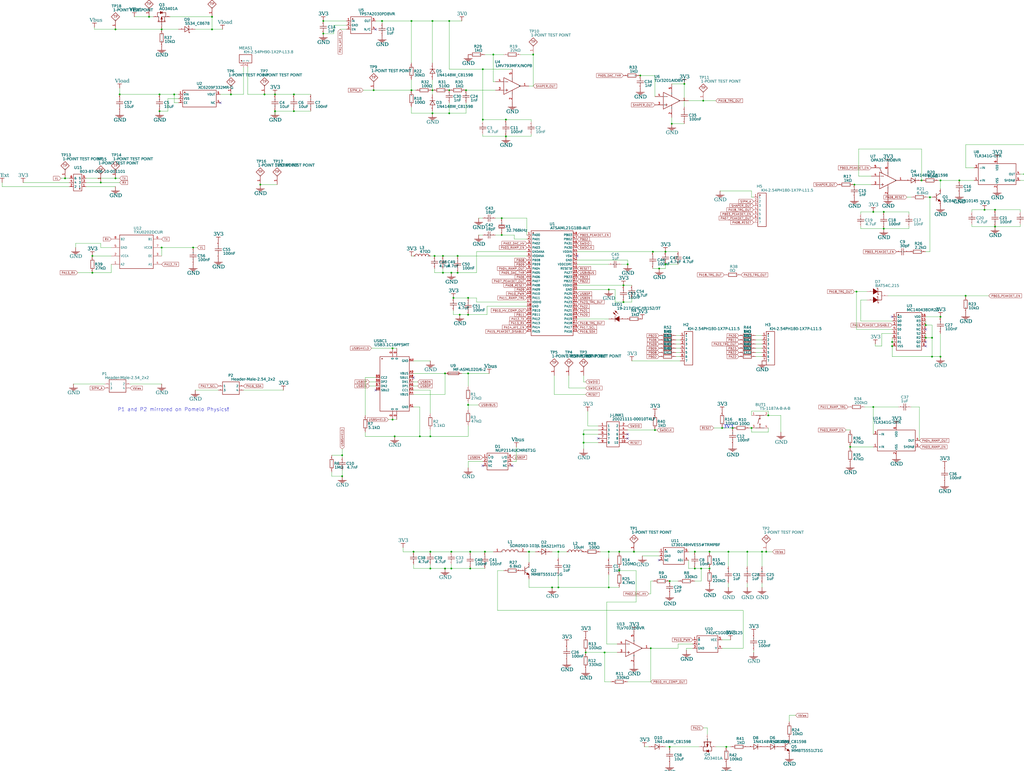
<source format=kicad_sch>
(kicad_sch (version 20250114) (generator "eeschema") (generator_version "9.0")
  (paper "User" 619.506 466.598)
  (lib_symbols
    (symbol "0603B103K500NT"
      (property "Reference" "C22" (at 2.7178 0.8763 0))
      (property "Value" "10nF" (at 2.54 -1.4351 0))
      (symbol "0603B103K500NT_0_0"
        (pin input line (at 0 3.81 270) (length 2.54) (name "2") (number "2"))
        (pin input line (at 0 -3.81 90) (length 2.54) (name "1") (number "1"))
      )
    )
    (symbol "0603B103K500NT_1"
      (property "Reference" "C17" (at 2.7178 0.8763 0))
      (property "Value" "10nF" (at 2.54 -1.4351 0))
      (symbol "0603B103K500NT_1_0_0"
        (pin input line (at 0 3.81 270) (length 2.54) (name "2") (number "2"))
        (pin input line (at 0 -3.81 90) (length 2.54) (name "1") (number "1"))
      )
    )
    (symbol "0603B103K500NT_2"
      (property "Reference" "C2" (at 2.7178 0.8763 0))
      (property "Value" "10nF" (at 2.54 -1.4351 0))
      (symbol "0603B103K500NT_2_0_0"
        (pin input line (at 0 3.81 270) (length 2.54) (name "2") (number "2"))
        (pin input line (at 0 -3.81 90) (length 2.54) (name "1") (number "1"))
      )
    )
    (symbol "0603B472K500NT"
      (property "Reference" "C10" (at 2.54 0.8763 0))
      (property "Value" "4.7nF" (at 2.54 -1.4097 0))
      (symbol "0603B472K500NT_0_0"
        (pin input line (at 0 3.81 270) (length 2.54) (name "2") (number "2"))
        (pin input line (at 0 -3.81 90) (length 2.54) (name "1") (number "1"))
      )
    )
    (symbol "0603CG300J500NT"
      (property "Reference" "C9" (at -1.6256 6.8453 0))
      (property "Value" "30pF" (at -1.905 4.4831 0))
      (symbol "0603CG300J500NT_0_0"
        (pin input line (at -3.81 0 0) (length 2.54) (name "1") (number "1"))
        (pin input line (at 3.81 0 180) (length 2.54) (name "2") (number "2"))
      )
    )
    (symbol "0603WAF0000T5E"
      (property "Reference" "R38" (at -1.6256 5.7785 0))
      (property "Value" "0Ω" (at -1.9812 3.4671 0))
      (symbol "0603WAF0000T5E_0_0"
        (pin input line (at -5.08 0 0) (length 2.54) (name "1") (number "1"))
        (pin input line (at 5.08 0 180) (length 2.54) (name "2") (number "2"))
      )
    )
    (symbol "0603WAF1000T5E"
      (property "Reference" "R20" (at -1.651 5.7531 0))
      (property "Value" "100Ω" (at -1.905 3.4671 0))
      (symbol "0603WAF1000T5E_0_0"
        (pin input line (at -5.08 0 0) (length 2.54) (name "1") (number "1"))
        (pin input line (at 5.08 0 180) (length 2.54) (name "2") (number "2"))
      )
    )
    (symbol "0603WAF1000T5E_1"
      (property "Reference" "R28" (at -2.159 5.7023 0))
      (property "Value" "100Ω" (at -2.159 3.4671 0))
      (symbol "0603WAF1000T5E_1_0_0"
        (pin input line (at -5.08 0 0) (length 2.54) (name "2") (number "2"))
        (pin input line (at 5.08 0 180) (length 2.54) (name "1") (number "1"))
      )
    )
    (symbol "0603WAF1000T5E_2"
      (property "Reference" "R32" (at -1.651 5.7531 0))
      (property "Value" "100Ω" (at -1.905 3.4671 0))
      (symbol "0603WAF1000T5E_2_0_0"
        (pin input line (at -5.08 0 0) (length 2.54) (name "1") (number "1"))
        (pin input line (at 5.08 0 180) (length 2.54) (name "2") (number "2"))
      )
    )
    (symbol "0603WAF1000T5E_3"
      (property "Reference" "R10" (at -1.4986 5.7785 0))
      (property "Value" "100Ω" (at -1.4986 3.4671 0))
      (symbol "0603WAF1000T5E_3_0_0"
        (pin input line (at -5.08 0 0) (length 2.54) (name "1") (number "1"))
        (pin input line (at 5.08 0 180) (length 2.54) (name "2") (number "2"))
      )
    )
    (symbol "0603WAF1000T5E_4"
      (property "Reference" "R18" (at 1.524 0.8509 0))
      (property "Value" "100Ω" (at 1.524 -1.3843 0))
      (symbol "0603WAF1000T5E_4_0_0"
        (pin input line (at 0 5.08 270) (length 2.54) (name "2") (number "2"))
        (pin input line (at 0 -5.08 90) (length 2.54) (name "1") (number "1"))
      )
    )
    (symbol "0603WAF1001T5E"
      (property "Reference" "R17" (at -1.4986 5.7531 0))
      (property "Value" "1kΩ" (at -1.4986 3.4671 0))
      (symbol "0603WAF1001T5E_0_0"
        (pin input line (at -5.08 0 0) (length 2.54) (name "1") (number "1"))
        (pin input line (at 5.08 0 180) (length 2.54) (name "2") (number "2"))
      )
    )
    (symbol "0603WAF1001T5E_1"
      (property "Reference" "R9" (at -1.4986 5.7531 0))
      (property "Value" "1kΩ" (at -1.4986 3.4671 0))
      (symbol "0603WAF1001T5E_1_0_0"
        (pin input line (at -5.08 0 0) (length 2.54) (name "1") (number "1"))
        (pin input line (at 5.08 0 180) (length 2.54) (name "2") (number "2"))
      )
    )
    (symbol "0603WAF1001T5E_10"
      (property "Reference" "R52" (at -2.2606 5.7785 0))
      (property "Value" "1kΩ" (at -2.6162 3.4671 0))
      (symbol "0603WAF1001T5E_10_0_0"
        (pin input line (at -5.08 0 0) (length 2.54) (name "2") (number "2"))
        (pin input line (at 5.08 0 180) (length 2.54) (name "1") (number "1"))
      )
    )
    (symbol "0603WAF1001T5E_11"
      (property "Reference" "R44" (at -2.2606 5.7785 0))
      (property "Value" "1kΩ" (at -2.6162 3.4671 0))
      (symbol "0603WAF1001T5E_11_0_0"
        (pin input line (at -5.08 0 0) (length 2.54) (name "2") (number "2"))
        (pin input line (at 5.08 0 180) (length 2.54) (name "1") (number "1"))
      )
    )
    (symbol "0603WAF1001T5E_12"
      (property "Reference" "R48" (at -2.2606 5.7785 0))
      (property "Value" "1kΩ" (at -2.6162 3.4671 0))
      (symbol "0603WAF1001T5E_12_0_0"
        (pin input line (at -5.08 0 0) (length 2.54) (name "2") (number "2"))
        (pin input line (at 5.08 0 180) (length 2.54) (name "1") (number "1"))
      )
    )
    (symbol "0603WAF1001T5E_13"
      (property "Reference" "R43" (at -2.2606 5.7785 0))
      (property "Value" "1kΩ" (at -2.6162 3.4671 0))
      (symbol "0603WAF1001T5E_13_0_0"
        (pin input line (at -5.08 0 0) (length 2.54) (name "2") (number "2"))
        (pin input line (at 5.08 0 180) (length 2.54) (name "1") (number "1"))
      )
    )
    (symbol "0603WAF1001T5E_14"
      (property "Reference" "R47" (at -2.2606 5.7785 0))
      (property "Value" "1kΩ" (at -2.6162 3.4671 0))
      (symbol "0603WAF1001T5E_14_0_0"
        (pin input line (at -5.08 0 0) (length 2.54) (name "2") (number "2"))
        (pin input line (at 5.08 0 180) (length 2.54) (name "1") (number "1"))
      )
    )
    (symbol "0603WAF1001T5E_15"
      (property "Reference" "R49" (at -2.2606 5.7785 0))
      (property "Value" "1kΩ" (at -2.6162 3.4671 0))
      (symbol "0603WAF1001T5E_15_0_0"
        (pin input line (at -5.08 0 0) (length 2.54) (name "2") (number "2"))
        (pin input line (at 5.08 0 180) (length 2.54) (name "1") (number "1"))
      )
    )
    (symbol "0603WAF1001T5E_16"
      (property "Reference" "R54" (at -2.2606 5.7785 0))
      (property "Value" "1kΩ" (at -2.6162 3.4671 0))
      (symbol "0603WAF1001T5E_16_0_0"
        (pin input line (at -5.08 0 0) (length 2.54) (name "2") (number "2"))
        (pin input line (at 5.08 0 180) (length 2.54) (name "1") (number "1"))
      )
    )
    (symbol "0603WAF1001T5E_17"
      (property "Reference" "R53" (at -2.2606 5.7785 0))
      (property "Value" "1kΩ" (at -2.6162 3.4671 0))
      (symbol "0603WAF1001T5E_17_0_0"
        (pin input line (at -5.08 0 0) (length 2.54) (name "2") (number "2"))
        (pin input line (at 5.08 0 180) (length 2.54) (name "1") (number "1"))
      )
    )
    (symbol "0603WAF1001T5E_18"
      (property "Reference" "R50" (at -2.2606 5.7785 0))
      (property "Value" "1kΩ" (at -2.6162 3.4671 0))
      (symbol "0603WAF1001T5E_18_0_0"
        (pin input line (at -5.08 0 0) (length 2.54) (name "2") (number "2"))
        (pin input line (at 5.08 0 180) (length 2.54) (name "1") (number "1"))
      )
    )
    (symbol "0603WAF1001T5E_19"
      (property "Reference" "R51" (at -2.2606 5.7785 0))
      (property "Value" "1kΩ" (at -2.6162 3.4671 0))
      (symbol "0603WAF1001T5E_19_0_0"
        (pin input line (at -5.08 0 0) (length 2.54) (name "2") (number "2"))
        (pin input line (at 5.08 0 180) (length 2.54) (name "1") (number "1"))
      )
    )
    (symbol "0603WAF1001T5E_2"
      (property "Reference" "R29" (at -1.4986 5.7531 0))
      (property "Value" "1kΩ" (at -1.4986 3.4671 0))
      (symbol "0603WAF1001T5E_2_0_0"
        (pin input line (at -5.08 0 0) (length 2.54) (name "1") (number "1"))
        (pin input line (at 5.08 0 180) (length 2.54) (name "2") (number "2"))
      )
    )
    (symbol "0603WAF1001T5E_3"
      (property "Reference" "R30" (at -1.4986 5.7531 0))
      (property "Value" "1kΩ" (at -1.4986 3.4671 0))
      (symbol "0603WAF1001T5E_3_0_0"
        (pin input line (at -5.08 0 0) (length 2.54) (name "1") (number "1"))
        (pin input line (at 5.08 0 180) (length 2.54) (name "2") (number "2"))
      )
    )
    (symbol "0603WAF1001T5E_4"
      (property "Reference" "R33" (at -1.4986 5.7531 0))
      (property "Value" "1kΩ" (at -1.4986 3.4671 0))
      (symbol "0603WAF1001T5E_4_0_0"
        (pin input line (at -5.08 0 0) (length 2.54) (name "1") (number "1"))
        (pin input line (at 5.08 0 180) (length 2.54) (name "2") (number "2"))
      )
    )
    (symbol "0603WAF1001T5E_5"
      (property "Reference" "R4" (at -1.651 5.7531 0))
      (property "Value" "1kΩ" (at -1.905 3.4671 0))
      (symbol "0603WAF1001T5E_5_0_0"
        (pin input line (at -5.08 0 0) (length 2.54) (name "1") (number "1"))
        (pin input line (at 5.08 0 180) (length 2.54) (name "2") (number "2"))
      )
    )
    (symbol "0603WAF1001T5E_6"
      (property "Reference" "R40" (at 1.524 0.8763 0))
      (property "Value" "1kΩ" (at 1.524 -1.4097 0))
      (symbol "0603WAF1001T5E_6_0_0"
        (pin input line (at 0 5.08 270) (length 2.54) (name "2") (number "2"))
        (pin input line (at 0 -5.08 90) (length 2.54) (name "1") (number "1"))
      )
    )
    (symbol "0603WAF1001T5E_7"
      (property "Reference" "R41" (at -1.4986 5.7531 0))
      (property "Value" "1kΩ" (at -1.4986 3.4671 0))
      (symbol "0603WAF1001T5E_7_0_0"
        (pin input line (at -5.08 0 0) (length 2.54) (name "1") (number "1"))
        (pin input line (at 5.08 0 180) (length 2.54) (name "2") (number "2"))
      )
    )
    (symbol "0603WAF1001T5E_8"
      (property "Reference" "R46" (at -2.2606 5.7785 0))
      (property "Value" "1kΩ" (at -2.6162 3.4671 0))
      (symbol "0603WAF1001T5E_8_0_0"
        (pin input line (at -5.08 0 0) (length 2.54) (name "2") (number "2"))
        (pin input line (at 5.08 0 180) (length 2.54) (name "1") (number "1"))
      )
    )
    (symbol "0603WAF1001T5E_9"
      (property "Reference" "R45" (at -2.2606 5.7785 0))
      (property "Value" "1kΩ" (at -2.6162 3.4671 0))
      (symbol "0603WAF1001T5E_9_0_0"
        (pin input line (at -5.08 0 0) (length 2.54) (name "2") (number "2"))
        (pin input line (at 5.08 0 180) (length 2.54) (name "1") (number "1"))
      )
    )
    (symbol "0603WAF1002T5E"
      (property "Reference" "R23" (at 1.7018 0.8763 0))
      (property "Value" "10kΩ" (at 1.524 -1.4351 0))
      (symbol "0603WAF1002T5E_0_0"
        (pin input line (at 0 5.08 270) (length 2.54) (name "1") (number "1"))
        (pin input line (at 0 -5.08 90) (length 2.54) (name "2") (number "2"))
      )
    )
    (symbol "0603WAF1002T5E_1"
      (property "Reference" "R37" (at 1.524 0.8509 0))
      (property "Value" "10kΩ" (at 1.524 -1.3843 0))
      (symbol "0603WAF1002T5E_1_0_0"
        (pin input line (at 0 5.08 270) (length 2.54) (name "1") (number "1"))
        (pin input line (at 0 -5.08 90) (length 2.54) (name "2") (number "2"))
      )
    )
    (symbol "0603WAF1002T5E_2"
      (property "Reference" "R24" (at 1.524 0.8509 0))
      (property "Value" "10kΩ" (at 1.524 -1.3843 0))
      (symbol "0603WAF1002T5E_2_0_0"
        (pin input line (at 0 5.08 270) (length 2.54) (name "1") (number "1"))
        (pin input line (at 0 -5.08 90) (length 2.54) (name "2") (number "2"))
      )
    )
    (symbol "0603WAF1003T5E"
      (property "Reference" "R13" (at 1.7018 0.8763 0))
      (property "Value" "100kΩ" (at 1.524 -1.4351 0))
      (symbol "0603WAF1003T5E_0_0"
        (pin input line (at 0 5.08 270) (length 2.54) (name "2") (number "2"))
        (pin input line (at 0 -5.08 90) (length 2.54) (name "1") (number "1"))
      )
    )
    (symbol "0603WAF1003T5E_1"
      (property "Reference" "R16" (at 1.524 0.9017 0))
      (property "Value" "100kΩ" (at 1.524 -1.4097 0))
      (symbol "0603WAF1003T5E_1_0_0"
        (pin input line (at 0 5.08 270) (length 2.54) (name "2") (number "2"))
        (pin input line (at 0 -5.08 90) (length 2.54) (name "1") (number "1"))
      )
    )
    (symbol "0603WAF1003T5E_2"
      (property "Reference" "R42" (at 1.7018 0.8763 0))
      (property "Value" "100kΩ" (at 1.524 -1.4351 0))
      (symbol "0603WAF1003T5E_2_0_0"
        (pin input line (at 0 5.08 270) (length 2.54) (name "2") (number "2"))
        (pin input line (at 0 -5.08 90) (length 2.54) (name "1") (number "1"))
      )
    )
    (symbol "0603WAF1004T5E"
      (property "Reference" "R6" (at 1.524 0.8763 0))
      (property "Value" "1MΩ" (at 1.524 -1.4097 0))
      (symbol "0603WAF1004T5E_0_0"
        (pin input line (at 0 5.08 270) (length 2.54) (name "2") (number "2"))
        (pin input line (at 0 -5.08 90) (length 2.54) (name "1") (number "1"))
      )
    )
    (symbol "0603WAF2003T5E"
      (property "Reference" "R34" (at -1.4986 5.7531 0))
      (property "Value" "200kΩ" (at -1.4986 3.4671 0))
      (symbol "0603WAF2003T5E_0_0"
        (pin input line (at -5.08 0 0) (length 2.54) (name "1") (number "1"))
        (pin input line (at 5.08 0 180) (length 2.54) (name "2") (number "2"))
      )
    )
    (symbol "0603WAF2201T5E"
      (property "Reference" "R26" (at -1.651 5.7531 0))
      (property "Value" "2.2kΩ" (at -1.905 3.4671 0))
      (symbol "0603WAF2201T5E_0_0"
        (pin input line (at -5.08 0 0) (length 2.54) (name "1") (number "1"))
        (pin input line (at 5.08 0 180) (length 2.54) (name "2") (number "2"))
      )
    )
    (symbol "0603WAF2202T5E"
      (property "Reference" "R19" (at -1.4986 5.7531 0))
      (property "Value" "22kΩ" (at -1.4986 3.4671 0))
      (symbol "0603WAF2202T5E_0_0"
        (pin input line (at -5.08 0 0) (length 2.54) (name "1") (number "1"))
        (pin input line (at 5.08 0 180) (length 2.54) (name "2") (number "2"))
      )
    )
    (symbol "0603WAF2203T5E"
      (property "Reference" "R5" (at 1.524 0.8763 0))
      (property "Value" "220kΩ" (at 1.524 -1.4097 0))
      (symbol "0603WAF2203T5E_0_0"
        (pin input line (at 0 5.08 270) (length 2.54) (name "2") (number "2"))
        (pin input line (at 0 -5.08 90) (length 2.54) (name "1") (number "1"))
      )
    )
    (symbol "0603WAF2702T5E"
      (property "Reference" "R1" (at 1.524 0.8763 0))
      (property "Value" "27kΩ" (at 1.524 -1.4097 0))
      (symbol "0603WAF2702T5E_0_0"
        (pin input line (at 0 5.08 270) (length 2.54) (name "2") (number "2"))
        (pin input line (at 0 -5.08 90) (length 2.54) (name "1") (number "1"))
      )
    )
    (symbol "0603WAF2702T5E_1"
      (property "Reference" "R39" (at 1.524 0.8763 0))
      (property "Value" "27kΩ" (at 1.524 -1.4097 0))
      (symbol "0603WAF2702T5E_1_0_0"
        (pin input line (at 0 5.08 270) (length 2.54) (name "1") (number "1"))
        (pin input line (at 0 -5.08 90) (length 2.54) (name "2") (number "2"))
      )
    )
    (symbol "0603WAF3002T5E"
      (property "Reference" "R22" (at 1.524 0.8763 0))
      (property "Value" "30kΩ" (at 1.524 -1.4097 0))
      (symbol "0603WAF3002T5E_0_0"
        (pin input line (at 0 5.08 270) (length 2.54) (name "2") (number "2"))
        (pin input line (at 0 -5.08 90) (length 2.54) (name "1") (number "1"))
      )
    )
    (symbol "0603WAF3303T5E"
      (property "Reference" "R11" (at -2.0828 5.7531 0))
      (property "Value" "330kΩ" (at -2.0828 3.4671 0))
      (symbol "0603WAF3303T5E_0_0"
        (pin input line (at -5.08 0 0) (length 2.54) (name "2") (number "2"))
        (pin input line (at 5.08 0 180) (length 2.54) (name "1") (number "1"))
      )
    )
    (symbol "0603WAF3303T5E_1"
      (property "Reference" "R12" (at 1.524 0.8763 0))
      (property "Value" "330kΩ" (at 1.524 -1.4097 0))
      (symbol "0603WAF3303T5E_1_0_0"
        (pin input line (at 0 5.08 270) (length 2.54) (name "2") (number "2"))
        (pin input line (at 0 -5.08 90) (length 2.54) (name "1") (number "1"))
      )
    )
    (symbol "0603WAF3303T5E_2"
      (property "Reference" "R8" (at -1.4986 5.7023 0))
      (property "Value" "330kΩ" (at -1.4986 3.4671 0))
      (symbol "0603WAF3303T5E_2_0_0"
        (pin input line (at -5.08 0 0) (length 2.54) (name "1") (number "1"))
        (pin input line (at 5.08 0 180) (length 2.54) (name "2") (number "2"))
      )
    )
    (symbol "0603WAF4702T5E"
      (property "Reference" "R3" (at 1.524 0.8509 0))
      (property "Value" "47kΩ" (at 1.524 -1.3843 0))
      (symbol "0603WAF4702T5E_0_0"
        (pin input line (at 0 5.08 270) (length 2.54) (name "2") (number "2"))
        (pin input line (at 0 -5.08 90) (length 2.54) (name "1") (number "1"))
      )
    )
    (symbol "0603WAF4702T5E_1"
      (property "Reference" "R35" (at 1.778 0.9271 0))
      (property "Value" "47kΩ" (at 1.524 -1.3589 0))
      (symbol "0603WAF4702T5E_1_0_0"
        (pin input line (at 0 5.08 270) (length 2.54) (name "2") (number "2"))
        (pin input line (at 0 -5.08 90) (length 2.54) (name "1") (number "1"))
      )
    )
    (symbol "0603WAF4702T5E_2"
      (property "Reference" "R36" (at 1.778 0.9271 0))
      (property "Value" "47kΩ" (at 1.524 -1.3589 0))
      (symbol "0603WAF4702T5E_2_0_0"
        (pin input line (at 0 5.08 270) (length 2.54) (name "2") (number "2"))
        (pin input line (at 0 -5.08 90) (length 2.54) (name "1") (number "1"))
      )
    )
    (symbol "0603WAF4704T5E"
      (property "Reference" "R25" (at 1.7018 0.8763 0))
      (property "Value" "4.7MΩ" (at 1.524 -1.4351 0))
      (symbol "0603WAF4704T5E_0_0"
        (pin input line (at 0 5.08 270) (length 2.54) (name "2") (number "2"))
        (pin input line (at 0 -5.08 90) (length 2.54) (name "1") (number "1"))
      )
    )
    (symbol "0603WAF4704T5E_1"
      (property "Reference" "R14" (at 1.7018 0.8763 0))
      (property "Value" "120MΩ" (at 1.524 -1.4351 0))
      (symbol "0603WAF4704T5E_1_0_0"
        (pin input line (at 0 5.08 270) (length 2.54) (name "2") (number "2"))
        (pin input line (at 0 -5.08 90) (length 2.54) (name "1") (number "1"))
      )
    )
    (symbol "0603WAF5100T5E"
      (property "Reference" "R31" (at -1.4986 5.7531 0))
      (property "Value" "510Ω" (at -1.4986 3.4671 0))
      (symbol "0603WAF5100T5E_0_0"
        (pin input line (at -5.08 0 0) (length 2.54) (name "1") (number "1"))
        (pin input line (at 5.08 0 180) (length 2.54) (name "2") (number "2"))
      )
    )
    (symbol "0603WAF5101T5E"
      (property "Reference" "R2" (at 1.7018 0.8763 0))
      (property "Value" "5.1kΩ" (at 1.524 -1.4351 0))
      (symbol "0603WAF5101T5E_0_0"
        (pin input line (at 0 5.08 270) (length 2.54) (name "2") (number "2"))
        (pin input line (at 0 -5.08 90) (length 2.54) (name "1") (number "1"))
      )
    )
    (symbol "0603WAF5101T5E_1"
      (property "Reference" "R7" (at 1.524 0.8763 0))
      (property "Value" "5.1kΩ" (at 1.524 -1.4097 0))
      (symbol "0603WAF5101T5E_1_0_0"
        (pin input line (at 0 5.08 270) (length 2.54) (name "2") (number "2"))
        (pin input line (at 0 -5.08 90) (length 2.54) (name "1") (number "1"))
      )
    )
    (symbol "0603WAF5604T5E"
      (property "Reference" "R15" (at 1.778 0.9271 0))
      (property "Value" "5.6MΩ" (at 1.524 -1.3589 0))
      (symbol "0603WAF5604T5E_0_0"
        (pin input line (at 0 5.08 270) (length 2.54) (name "2") (number "2"))
        (pin input line (at 0 -5.08 90) (length 2.54) (name "1") (number "1"))
      )
    )
    (symbol "0603WAF6801T5E"
      (property "Reference" "R21" (at -1.6256 5.8293 0))
      (property "Value" "6.8kΩ" (at -1.905 3.4671 0))
      (symbol "0603WAF6801T5E_0_0"
        (pin input line (at -5.08 0 0) (length 2.54) (name "1") (number "1"))
        (pin input line (at 5.08 0 180) (length 2.54) (name "2") (number "2"))
      )
    )
    (symbol "0603WAF6801T5E_1"
      (property "Reference" "R27" (at -1.651 5.7531 0))
      (property "Value" "6.8kΩ" (at -1.905 3.4671 0))
      (symbol "0603WAF6801T5E_1_0_0"
        (pin input line (at -5.08 0 0) (length 2.54) (name "1") (number "1"))
        (pin input line (at 5.08 0 180) (length 2.54) (name "2") (number "2"))
      )
    )
    (symbol "08051C105KAT2A"
      (property "Reference" "C28" (at 2.7178 0.8763 0))
      (property "Value" "1uF" (at 2.54 -1.4351 0))
      (symbol "08051C105KAT2A_0_0"
        (pin unspecified line (at 0 5.08 270) (length 2.54) (name "2") (number "2"))
        (pin unspecified line (at 0 -5.08 90) (length 2.54) (name "1") (number "1"))
      )
    )
    (symbol "08051C105KAT2A_1"
      (property "Reference" "C25" (at 2.7178 0.8763 0))
      (property "Value" "1uF" (at 2.54 -1.4351 0))
      (symbol "08051C105KAT2A_1_0_0"
        (pin unspecified line (at 0 5.08 270) (length 2.54) (name "2") (number "2"))
        (pin unspecified line (at 0 -5.08 90) (length 2.54) (name "1") (number "1"))
      )
    )
    (symbol "08051C105KAT2A_2"
      (property "Reference" "C31" (at 2.7178 0.8763 0))
      (property "Value" "1uF" (at 2.54 -1.4351 0))
      (symbol "08051C105KAT2A_2_0_0"
        (pin unspecified line (at 0 5.08 270) (length 2.54) (name "2") (number "2"))
        (pin unspecified line (at 0 -5.08 90) (length 2.54) (name "1") (number "1"))
      )
    )
    (symbol "1-POINT TEST POINT"
      (property "Reference" "TP1" (at -2.286 11.0871 0))
      (property "Value" "1-POINT TEST POINT" (at -2.794 8.8011 0))
      (symbol "1-POINT TEST POINT_0_0"
        (text "TP" (at -1.3208 4.7688 0) (effects (font (size 1.5684 1.5684)) (justify left top)))
        (pin unspecified line (at 0 -3.81 90) (length 5.08) (name "1") (number "1"))
      )
    )
    (symbol "1-POINT TEST POINT_1"
      (property "Reference" "TP2" (at -2.286 11.0871 0))
      (property "Value" "1-POINT TEST POINT" (at -2.794 8.8011 0))
      (symbol "1-POINT TEST POINT_1_0_0"
        (text "TP" (at -1.3208 4.7688 0) (effects (font (size 1.5684 1.5684)) (justify left top)))
        (pin unspecified line (at 0 -3.81 90) (length 5.08) (name "1") (number "1"))
      )
    )
    (symbol "1-POINT TEST POINT_10"
      (property "Reference" "TP13" (at -2.286 11.0871 0))
      (property "Value" "1-POINT TEST POINT" (at -2.794 8.8011 0))
      (symbol "1-POINT TEST POINT_10_0_0"
        (text "TP" (at -1.3208 4.7688 0) (effects (font (size 1.5684 1.5684)) (justify left top)))
        (pin unspecified line (at 0 -3.81 90) (length 5.08) (name "1") (number "1"))
      )
    )
    (symbol "1-POINT TEST POINT_11"
      (property "Reference" "TP14" (at -2.286 11.0871 0))
      (property "Value" "1-POINT TEST POINT" (at -2.794 8.8011 0))
      (symbol "1-POINT TEST POINT_11_0_0"
        (text "TP" (at -1.2954 4.7688 0) (effects (font (size 1.5684 1.5684)) (justify left top)))
        (pin unspecified line (at 0 -3.81 90) (length 5.08) (name "1") (number "1"))
      )
    )
    (symbol "1-POINT TEST POINT_12"
      (property "Reference" "TP15" (at -2.286 11.0871 0))
      (property "Value" "1-POINT TEST POINT" (at -2.794 8.8011 0))
      (symbol "1-POINT TEST POINT_12_0_0"
        (text "TP" (at -1.2954 4.7688 0) (effects (font (size 1.5684 1.5684)) (justify left top)))
        (pin unspecified line (at 0 -3.81 90) (length 5.08) (name "1") (number "1"))
      )
    )
    (symbol "1-POINT TEST POINT_13"
      (property "Reference" "TP16" (at -2.286 11.0871 0))
      (property "Value" "1-POINT TEST POINT" (at -2.794 8.8011 0))
      (symbol "1-POINT TEST POINT_13_0_0"
        (text "TP" (at -1.3208 4.7688 0) (effects (font (size 1.5684 1.5684)) (justify left top)))
        (pin unspecified line (at 0 -3.81 90) (length 5.08) (name "1") (number "1"))
      )
    )
    (symbol "1-POINT TEST POINT_14"
      (property "Reference" "TP17" (at -2.286 11.0871 0))
      (property "Value" "1-POINT TEST POINT" (at -2.794 8.8011 0))
      (symbol "1-POINT TEST POINT_14_0_0"
        (text "TP" (at -1.3208 4.7688 0) (effects (font (size 1.5684 1.5684)) (justify left top)))
        (pin unspecified line (at 0 -3.81 90) (length 5.08) (name "1") (number "1"))
      )
    )
    (symbol "1-POINT TEST POINT_15"
      (property "Reference" "TP12" (at -2.286 11.0871 0))
      (property "Value" "1-POINT TEST POINT" (at -2.794 8.8011 0))
      (symbol "1-POINT TEST POINT_15_0_0"
        (text "TP" (at -1.2954 4.7688 0) (effects (font (size 1.5684 1.5684)) (justify left top)))
        (pin unspecified line (at 0 -3.81 90) (length 5.08) (name "1") (number "1"))
      )
    )
    (symbol "1-POINT TEST POINT_16"
      (property "Reference" "TP8" (at -2.286 11.0871 0))
      (property "Value" "1-POINT TEST POINT" (at -2.794 8.8011 0))
      (symbol "1-POINT TEST POINT_16_0_0"
        (text "TP" (at -1.2954 4.7688 0) (effects (font (size 1.5684 1.5684)) (justify left top)))
        (pin unspecified line (at 0 -3.81 90) (length 5.08) (name "1") (number "1"))
      )
    )
    (symbol "1-POINT TEST POINT_17"
      (property "Reference" "TP18" (at -2.286 11.0871 0))
      (property "Value" "1-POINT TEST POINT" (at -2.794 8.8011 0))
      (symbol "1-POINT TEST POINT_17_0_0"
        (text "TP" (at -1.2954 4.7688 0) (effects (font (size 1.5684 1.5684)) (justify left top)))
        (pin unspecified line (at 0 -3.81 90) (length 5.08) (name "1") (number "1"))
      )
    )
    (symbol "1-POINT TEST POINT_2"
      (property "Reference" "TP3" (at -2.286 11.0871 0))
      (property "Value" "1-POINT TEST POINT" (at -2.794 8.8011 0))
      (symbol "1-POINT TEST POINT_2_0_0"
        (text "TP" (at -1.3208 4.7688 0) (effects (font (size 1.5684 1.5684)) (justify left top)))
        (pin unspecified line (at 0 -3.81 90) (length 5.08) (name "1") (number "1"))
      )
    )
    (symbol "1-POINT TEST POINT_3"
      (property "Reference" "TP4" (at -2.286 11.0871 0))
      (property "Value" "1-POINT TEST POINT" (at -2.794 8.8011 0))
      (symbol "1-POINT TEST POINT_3_0_0"
        (text "TP" (at -1.3208 4.7688 0) (effects (font (size 1.5684 1.5684)) (justify left top)))
        (pin unspecified line (at 0 -3.81 90) (length 5.08) (name "1") (number "1"))
      )
    )
    (symbol "1-POINT TEST POINT_4"
      (property "Reference" "TP5" (at -2.286 11.0871 0))
      (property "Value" "1-POINT TEST POINT" (at -2.794 8.8011 0))
      (symbol "1-POINT TEST POINT_4_0_0"
        (text "TP" (at -1.3208 4.7688 0) (effects (font (size 1.5684 1.5684)) (justify left top)))
        (pin unspecified line (at 0 -3.81 90) (length 5.08) (name "1") (number "1"))
      )
    )
    (symbol "1-POINT TEST POINT_5"
      (property "Reference" "TP6" (at -2.286 11.0871 0))
      (property "Value" "1-POINT TEST POINT" (at -2.794 8.8011 0))
      (symbol "1-POINT TEST POINT_5_0_0"
        (text "TP" (at -1.2954 4.7688 0) (effects (font (size 1.5684 1.5684)) (justify left top)))
        (pin unspecified line (at 0 -3.81 90) (length 5.08) (name "1") (number "1"))
      )
    )
    (symbol "1-POINT TEST POINT_6"
      (property "Reference" "TP7" (at -2.286 11.0871 0))
      (property "Value" "1-POINT TEST POINT" (at -2.794 8.8011 0))
      (symbol "1-POINT TEST POINT_6_0_0"
        (text "TP" (at -1.3208 4.7688 0) (effects (font (size 1.5684 1.5684)) (justify left top)))
        (pin unspecified line (at 0 -3.81 90) (length 5.08) (name "1") (number "1"))
      )
    )
    (symbol "1-POINT TEST POINT_7"
      (property "Reference" "TP9" (at -2.286 11.0871 0))
      (property "Value" "1-POINT TEST POINT" (at -2.794 8.8011 0))
      (symbol "1-POINT TEST POINT_7_0_0"
        (text "TP" (at -1.2954 4.7688 0) (effects (font (size 1.5684 1.5684)) (justify left top)))
        (pin unspecified line (at 0 -3.81 90) (length 5.08) (name "1") (number "1"))
      )
    )
    (symbol "1-POINT TEST POINT_8"
      (property "Reference" "TP10" (at -2.286 11.0871 0))
      (property "Value" "1-POINT TEST POINT" (at -2.794 8.8011 0))
      (symbol "1-POINT TEST POINT_8_0_0"
        (text "TP" (at -1.3208 4.7688 0) (effects (font (size 1.5684 1.5684)) (justify left top)))
        (pin unspecified line (at 0 -3.81 90) (length 5.08) (name "1") (number "1"))
      )
    )
    (symbol "1-POINT TEST POINT_9"
      (property "Reference" "TP11" (at -2.286 11.0871 0))
      (property "Value" "1-POINT TEST POINT" (at -2.794 8.8011 0))
      (symbol "1-POINT TEST POINT_9_0_0"
        (text "TP" (at -1.3208 4.7688 0) (effects (font (size 1.5684 1.5684)) (justify left top)))
        (pin unspecified line (at 0 -3.81 90) (length 5.08) (name "1") (number "1"))
      )
    )
    (symbol "12062C103KAT2A"
      (property "Reference" "C8" (at 2.7178 0.8763 0))
      (property "Value" "10nF" (at 2.54 -1.4351 0))
      (symbol "12062C103KAT2A_0_0"
        (pin unspecified line (at 0 5.08 270) (length 2.54) (name "2") (number "2"))
        (pin unspecified line (at 0 -5.08 90) (length 2.54) (name "1") (number "1"))
      )
    )
    (symbol "1206B475K500NT"
      (property "Reference" "C20" (at 2.54 0.8763 0))
      (property "Value" "4.7uF" (at 2.54 -1.4097 0))
      (symbol "1206B475K500NT_0_0"
        (pin input line (at 0 3.81 270) (length 2.54) (name "2") (number "2"))
        (pin input line (at 0 -3.81 90) (length 2.54) (name "1") (number "1"))
      )
    )
    (symbol "1206B475K500NT_1"
      (property "Reference" "C19" (at 2.54 0.8763 0))
      (property "Value" "4.7uF" (at 2.54 -1.4097 0))
      (symbol "1206B475K500NT_1_0_0"
        (pin input line (at 0 3.81 270) (length 2.54) (name "2") (number "2"))
        (pin input line (at 0 -3.81 90) (length 2.54) (name "1") (number "1"))
      )
    )
    (symbol "1206B475K500NT_2"
      (property "Reference" "C39" (at 2.54 0.8763 0))
      (property "Value" "4.7uF" (at 2.54 -1.4097 0))
      (symbol "1206B475K500NT_2_0_0"
        (pin input line (at 0 3.81 270) (length 2.54) (name "2") (number "2"))
        (pin input line (at 0 -3.81 90) (length 2.54) (name "1") (number "1"))
      )
    )
    (symbol "1206B475K500NT_3"
      (property "Reference" "C38" (at 2.54 0.8763 0))
      (property "Value" "4.7uF" (at 2.54 -1.4097 0))
      (symbol "1206B475K500NT_3_0_0"
        (pin input line (at 0 3.81 270) (length 2.54) (name "2") (number "2"))
        (pin input line (at 0 -3.81 90) (length 2.54) (name "1") (number "1"))
      )
    )
    (symbol "1206B475K500NT_4"
      (property "Reference" "C3" (at 2.54 0.8763 0))
      (property "Value" "4.7uF" (at 2.54 -1.4097 0))
      (symbol "1206B475K500NT_4_0_0"
        (pin input line (at 0 3.81 270) (length 2.54) (name "2") (number "2"))
        (pin input line (at 0 -3.81 90) (length 2.54) (name "1") (number "1"))
      )
    )
    (symbol "19-217/GHC-YR1S2/3T"
      (property "Reference" "LED1" (at -2.9464 9.5631 0))
      (property "Value" "19-217/GHC-YR1S2/3T" (at -2.9464 7.2771 0))
      (symbol "19-217/GHC-YR1S2/3T_0_0"
        (pin input line (at -5.08 0 0) (length 3.81) (name "C") (number "1"))
        (pin input line (at 5.08 0 180) (length 3.81) (name "A") (number "2"))
      )
    )
    (symbol "1N4148W_C81598"
      (property "Reference" "D4" (at -1.4986 6.2865 0))
      (property "Value" "1N4148W_C81598" (at -1.4986 3.9751 0))
      (symbol "1N4148W_C81598_0_0"
        (pin unspecified line (at -5.08 0 0) (length 3.81) (name "A") (number "2"))
        (pin unspecified line (at 5.08 0 180) (length 3.81) (name "K") (number "1"))
      )
    )
    (symbol "1N4148W_C81598_1"
      (property "Reference" "D3" (at 2.286 0.9271 0))
      (property "Value" "1N4148W_C81598" (at 2.032 -1.3589 0))
      (symbol "1N4148W_C81598_1_0_0"
        (pin unspecified line (at 0 5.08 270) (length 3.81) (name "K") (number "1"))
        (pin unspecified line (at 0 -5.08 90) (length 3.81) (name "A") (number "2"))
      )
    )
    (symbol "1N4148W_C81598_2"
      (property "Reference" "D5" (at 2.286 0.9271 0))
      (property "Value" "1N4148W_C81598" (at 2.032 -1.3589 0))
      (symbol "1N4148W_C81598_2_0_0"
        (pin unspecified line (at 0 5.08 270) (length 3.81) (name "K") (number "1"))
        (pin unspecified line (at 0 -5.08 90) (length 3.81) (name "A") (number "2"))
      )
    )
    (symbol "1N4148W_C81598_3"
      (property "Reference" "D6" (at -1.6764 6.2611 0))
      (property "Value" "1N4148W_C81598" (at -2.032 3.9751 0))
      (symbol "1N4148W_C81598_3_0_0"
        (pin unspecified line (at -5.08 0 0) (length 3.81) (name "A") (number "2"))
        (pin unspecified line (at 5.08 0 180) (length 3.81) (name "K") (number "1"))
      )
    )
    (symbol "1N4148W_C81598_4"
      (property "Reference" "D8" (at -1.6764 6.2611 0))
      (property "Value" "1N4148W_C81598" (at -2.032 3.9751 0))
      (symbol "1N4148W_C81598_4_0_0"
        (pin unspecified line (at -5.08 0 0) (length 3.81) (name "A") (number "2"))
        (pin unspecified line (at 5.08 0 180) (length 3.81) (name "K") (number "1"))
      )
    )
    (symbol "1N4148W_C81598_5"
      (property "Reference" "D10" (at -1.6764 6.2611 0))
      (property "Value" "1N4148W_C81598" (at -2.032 3.9751 0))
      (symbol "1N4148W_C81598_5_0_0"
        (pin unspecified line (at -5.08 0 0) (length 3.81) (name "A") (number "2"))
        (pin unspecified line (at 5.08 0 180) (length 3.81) (name "K") (number "1"))
      )
    )
    (symbol "20021111-00010T4LF"
      (property "Reference" "J-LINK1" (at -1.651 12.3571 0))
      (property "Value" "20021111-00010T4LF" (at -1.905 10.0711 0))
      (symbol "20021111-00010T4LF_0_0"
        (pin unspecified line (at -8.89 5.08 0) (length 5.08) (name "1") (number "1"))
        (pin unspecified line (at -8.89 2.54 0) (length 5.08) (name "3") (number "3"))
        (pin unspecified line (at -8.89 0 0) (length 5.08) (name "5") (number "5"))
        (pin unspecified line (at -8.89 -2.54 0) (length 5.08) (name "7") (number "7"))
        (pin unspecified line (at -8.89 -5.08 0) (length 5.08) (name "9") (number "9"))
        (pin unspecified line (at 8.89 5.08 180) (length 5.08) (name "2") (number "2"))
        (pin unspecified line (at 8.89 2.54 180) (length 5.08) (name "4") (number "4"))
        (pin unspecified line (at 8.89 0 180) (length 5.08) (name "6") (number "6"))
        (pin unspecified line (at 8.89 -2.54 180) (length 5.08) (name "8") (number "8"))
        (pin unspecified line (at 8.89 -5.08 180) (length 5.08) (name "10") (number "10"))
      )
    )
    (symbol "3V0" (power) (pin_numbers (hide yes)) (pin_names (hide yes))
      (property "Value" "3V0" (at 0 -3.81 0))
      (symbol "3V0_0_0"
        (pin power_in line (at 0 0 270) (length 0) (name "3V0") (number "1"))
      )
    )
    (symbol "3V3" (power) (pin_numbers (hide yes)) (pin_names (hide yes))
      (property "Value" "3V3" (at 0 -3.81 0))
      (symbol "3V3_0_0"
        (pin power_in line (at 0 0 270) (length 0) (name "3V3") (number "1"))
      )
    )
    (symbol "74LVC1G08GV,125"
      (property "Reference" "U10" (at -1.4986 9.9441 0))
      (property "Value" "74LVC1G08GV,125" (at -1.4986 7.6581 0))
      (symbol "74LVC1G08GV,125_0_0"
        (pin unspecified line (at -8.89 2.54 0) (length 2.54) (name "B") (number "1"))
        (pin unspecified line (at -8.89 0 0) (length 2.54) (name "A") (number "2"))
        (pin unspecified line (at -8.89 -2.54 0) (length 2.54) (name "GND") (number "3"))
        (pin unspecified line (at 8.89 2.54 180) (length 2.54) (name "VCC") (number "5"))
        (pin unspecified line (at 8.89 -2.54 180) (length 2.54) (name "Y") (number "4"))
      )
    )
    (symbol "803-87-006-10-001101"
      (property "Reference" "U15" (at -2.159 9.8171 0))
      (property "Value" "803-87-006-10-001101" (at -2.159 7.5311 0))
      (symbol "803-87-006-10-001101_0_0"
        (pin unspecified line (at -5.08 2.54 0) (length 2.54) (name "6") (number "6"))
        (pin unspecified line (at -5.08 0 0) (length 2.54) (name "4") (number "4"))
        (pin unspecified line (at -5.08 -2.54 0) (length 2.54) (name "2") (number "2"))
        (pin unspecified line (at 5.08 2.54 180) (length 2.54) (name "5") (number "5"))
        (pin unspecified line (at 5.08 0 180) (length 2.54) (name "3") (number "3"))
        (pin unspecified line (at 5.08 -2.54 180) (length 2.54) (name "1") (number "1"))
      )
    )
    (symbol "AO3401A"
      (property "Reference" "Q3" (at -1.5748 10.5791 0))
      (property "Value" "AO3401A" (at -1.5748 8.2931 0))
      (symbol "AO3401A_0_0"
        (pin unspecified line (at -5.08 2.54 0) (length 2.54) (name "D") (number "3"))
        (pin unspecified line (at 0 -5.08 90) (length 2.54) (name "G") (number "1"))
        (pin unspecified line (at 5.08 2.54 180) (length 2.54) (name "S") (number "2"))
      )
    )
    (symbol "AO3401A_1"
      (property "Reference" "Q4" (at -1.778 -6.3373 0))
      (property "Value" "AO3401A" (at -2.1082 -8.6233 0))
      (symbol "AO3401A_1_0_0"
        (pin unspecified line (at -5.08 -2.54 0) (length 2.54) (name "S") (number "2"))
        (pin unspecified line (at 0 5.08 270) (length 2.54) (name "G") (number "1"))
        (pin unspecified line (at 5.08 -2.54 180) (length 2.54) (name "D") (number "3"))
      )
    )
    (symbol "ATSAML21G18B-AUT"
      (property "Reference" "U1" (at -1.4732 36.6395 0))
      (property "Value" "ATSAML21G18B-AUT" (at -1.778 34.2773 0))
      (symbol "ATSAML21G18B-AUT_0_0"
        (pin unspecified line (at -15.24 29.21 0) (length 2.54) (name "PA00") (number "1"))
        (pin unspecified line (at -15.24 26.67 0) (length 2.54) (name "PA01") (number "2"))
        (pin unspecified line (at -15.24 24.13 0) (length 2.54) (name "PA02") (number "3"))
        (pin unspecified line (at -15.24 21.59 0) (length 2.54) (name "PA03") (number "4"))
        (pin unspecified line (at -15.24 19.05 0) (length 2.54) (name "GNDANA") (number "5"))
        (pin unspecified line (at -15.24 16.51 0) (length 2.54) (name "VDDANA") (number "6"))
        (pin unspecified line (at -15.24 13.97 0) (length 2.54) (name "PB08") (number "7"))
        (pin unspecified line (at -15.24 11.43 0) (length 2.54) (name "PB09") (number "8"))
        (pin unspecified line (at -15.24 8.89 0) (length 2.54) (name "PA04") (number "9"))
        (pin unspecified line (at -15.24 6.35 0) (length 2.54) (name "PA05") (number "10"))
        (pin unspecified line (at -15.24 3.81 0) (length 2.54) (name "PA06") (number "11"))
        (pin unspecified line (at -15.24 1.27 0) (length 2.54) (name "PA07") (number "12"))
        (pin unspecified line (at -15.24 -1.27 0) (length 2.54) (name "PA08") (number "13"))
        (pin unspecified line (at -15.24 -3.81 0) (length 2.54) (name "PA09") (number "14"))
        (pin unspecified line (at -15.24 -6.35 0) (length 2.54) (name "PA10") (number "15"))
        (pin unspecified line (at -15.24 -8.89 0) (length 2.54) (name "PA11") (number "16"))
        (pin unspecified line (at -15.24 -11.43 0) (length 2.54) (name "VDDIO") (number "17"))
        (pin unspecified line (at -15.24 -13.97 0) (length 2.54) (name "GND") (number "18"))
        (pin unspecified line (at -15.24 -16.51 0) (length 2.54) (name "PB10") (number "19"))
        (pin unspecified line (at -15.24 -19.05 0) (length 2.54) (name "PB11") (number "20"))
        (pin unspecified line (at -15.24 -21.59 0) (length 2.54) (name "PA12") (number "21"))
        (pin unspecified line (at -15.24 -24.13 0) (length 2.54) (name "PA13") (number "22"))
        (pin unspecified line (at -15.24 -26.67 0) (length 2.54) (name "PA14") (number "23"))
        (pin unspecified line (at -15.24 -29.21 0) (length 2.54) (name "PA15") (number "24"))
        (pin unspecified line (at 15.24 29.21 180) (length 2.54) (name "PB03") (number "48"))
        (pin unspecified line (at 15.24 26.67 180) (length 2.54) (name "PB02") (number "47"))
        (pin unspecified line (at 15.24 24.13 180) (length 2.54) (name "PA31") (number "46"))
        (pin unspecified line (at 15.24 21.59 180) (length 2.54) (name "PA30") (number "45"))
        (pin unspecified line (at 15.24 19.05 180) (length 2.54) (name "VDDIN") (number "44"))
        (pin unspecified line (at 15.24 16.51 180) (length 2.54) (name "VSW") (number "43"))
        (pin unspecified line (at 15.24 13.97 180) (length 2.54) (name "GND") (number "42"))
        (pin unspecified line (at 15.24 11.43 180) (length 2.54) (name "VDDCORE") (number "41"))
        (pin unspecified line (at 15.24 8.89 180) (length 2.54) (name "RESET#") (number "40"))
        (pin unspecified line (at 15.24 6.35 180) (length 2.54) (name "PA27") (number "39"))
        (pin unspecified line (at 15.24 3.81 180) (length 2.54) (name "PB23") (number "38"))
        (pin unspecified line (at 15.24 1.27 180) (length 2.54) (name "PB22") (number "37"))
        (pin unspecified line (at 15.24 -1.27 180) (length 2.54) (name "VDDIO") (number "36"))
        (pin unspecified line (at 15.24 -3.81 180) (length 2.54) (name "GND") (number "35"))
        (pin unspecified line (at 15.24 -6.35 180) (length 2.54) (name "PA25") (number "34"))
        (pin unspecified line (at 15.24 -8.89 180) (length 2.54) (name "PA24") (number "33"))
        (pin unspecified line (at 15.24 -11.43 180) (length 2.54) (name "PA23") (number "32"))
        (pin unspecified line (at 15.24 -13.97 180) (length 2.54) (name "PA22") (number "31"))
        (pin unspecified line (at 15.24 -16.51 180) (length 2.54) (name "PA21") (number "30"))
        (pin unspecified line (at 15.24 -19.05 180) (length 2.54) (name "PA20") (number "29"))
        (pin unspecified line (at 15.24 -21.59 180) (length 2.54) (name "PA19") (number "28"))
        (pin unspecified line (at 15.24 -24.13 180) (length 2.54) (name "PA18") (number "27"))
        (pin unspecified line (at 15.24 -26.67 180) (length 2.54) (name "PA17") (number "26"))
        (pin unspecified line (at 15.24 -29.21 180) (length 2.54) (name "PA16") (number "25"))
      )
    )
    (symbol "BAS21HT1G"
      (property "Reference" "D2" (at -1.524 6.5405 0))
      (property "Value" "BAS21HT1G" (at -1.7018 4.2291 0))
      (symbol "BAS21HT1G_0_0"
        (pin unspecified line (at -5.08 0 0) (length 3.81) (name "A") (number "2"))
        (pin unspecified line (at 5.08 0 180) (length 3.81) (name "C") (number "1"))
      )
    )
    (symbol "BAT54C,215"
      (property "Reference" "D7" (at -1.524 9.3345 0))
      (property "Value" "BAT54C,215" (at -1.7018 7.0231 0))
      (symbol "BAT54C,215_0_0"
        (pin unspecified line (at -6.35 2.54 0) (length 3.81) (name "A") (number "1"))
        (pin unspecified line (at -6.35 -2.54 0) (length 3.81) (name "A") (number "2"))
        (pin unspecified line (at 6.35 0 180) (length 3.81) (name "K") (number "3"))
      )
    )
    (symbol "BC847_C2910145"
      (property "Reference" "Q1" (at 1.27 0.9271 0))
      (property "Value" "BC847_C2910145" (at 1.016 -1.3589 0))
      (symbol "BC847_C2910145_0_0"
        (pin input line (at -5.08 0 0) (length 2.54) (name "B") (number "1"))
        (pin input line (at 0 5.08 270) (length 2.54) (name "C") (number "3"))
        (pin input line (at 0 -5.08 90) (length 2.54) (name "E") (number "2"))
      )
    )
    (symbol "BLM18PG471SN1D"
      (property "Reference" "L3" (at -1.397 5.8293 0))
      (property "Value" "470Ω" (at -1.651 3.5433 0))
      (symbol "BLM18PG471SN1D_0_0"
        (pin unspecified line (at -5.08 0 0) (length 0.762) (name "1") (number "1"))
        (pin unspecified line (at 5.08 0 180) (length 0.762) (name "2") (number "2"))
      )
    )
    (symbol "CC0603KRX7R9BB104"
      (property "Reference" "C12" (at 2.54 0.8763 0))
      (property "Value" "100nF" (at 2.54 -1.4097 0))
      (symbol "CC0603KRX7R9BB104_0_0"
        (pin unspecified line (at 0 5.08 270) (length 2.54) (name "1") (number "1"))
        (pin unspecified line (at 0 -5.08 90) (length 2.54) (name "2") (number "2"))
      )
    )
    (symbol "CC0603KRX7R9BB104_1"
      (property "Reference" "C7" (at 2.7178 0.8763 0))
      (property "Value" "100nF" (at 2.54 -1.4351 0))
      (symbol "CC0603KRX7R9BB104_1_0_0"
        (pin unspecified line (at 0 5.08 270) (length 2.54) (name "2") (number "2"))
        (pin unspecified line (at 0 -5.08 90) (length 2.54) (name "1") (number "1"))
      )
    )
    (symbol "CC0603KRX7R9BB104_10"
      (property "Reference" "C35" (at 2.7178 0.8763 0))
      (property "Value" "100nF" (at 2.54 -1.4351 0))
      (symbol "CC0603KRX7R9BB104_10_0_0"
        (pin unspecified line (at 0 5.08 270) (length 2.54) (name "2") (number "2"))
        (pin unspecified line (at 0 -5.08 90) (length 2.54) (name "1") (number "1"))
      )
    )
    (symbol "CC0603KRX7R9BB104_11"
      (property "Reference" "C36" (at 2.7178 0.8763 0))
      (property "Value" "100nF" (at 2.54 -1.4351 0))
      (symbol "CC0603KRX7R9BB104_11_0_0"
        (pin unspecified line (at 0 5.08 270) (length 2.54) (name "2") (number "2"))
        (pin unspecified line (at 0 -5.08 90) (length 2.54) (name "1") (number "1"))
      )
    )
    (symbol "CC0603KRX7R9BB104_12"
      (property "Reference" "C46" (at 2.7178 0.8763 0))
      (property "Value" "100nF" (at 2.54 -1.4351 0))
      (symbol "CC0603KRX7R9BB104_12_0_0"
        (pin unspecified line (at 0 5.08 270) (length 2.54) (name "2") (number "2"))
        (pin unspecified line (at 0 -5.08 90) (length 2.54) (name "1") (number "1"))
      )
    )
    (symbol "CC0603KRX7R9BB104_13"
      (property "Reference" "C50" (at 2.7178 0.8763 0))
      (property "Value" "100nF" (at 2.54 -1.4351 0))
      (symbol "CC0603KRX7R9BB104_13_0_0"
        (pin unspecified line (at 0 5.08 270) (length 2.54) (name "2") (number "2"))
        (pin unspecified line (at 0 -5.08 90) (length 2.54) (name "1") (number "1"))
      )
    )
    (symbol "CC0603KRX7R9BB104_14"
      (property "Reference" "C51" (at 2.7178 0.8763 0))
      (property "Value" "100nF" (at 2.54 -1.4351 0))
      (symbol "CC0603KRX7R9BB104_14_0_0"
        (pin unspecified line (at 0 5.08 270) (length 2.54) (name "2") (number "2"))
        (pin unspecified line (at 0 -5.08 90) (length 2.54) (name "1") (number "1"))
      )
    )
    (symbol "CC0603KRX7R9BB104_15"
      (property "Reference" "C53" (at 2.7178 0.8763 0))
      (property "Value" "100nF" (at 2.54 -1.4351 0))
      (symbol "CC0603KRX7R9BB104_15_0_0"
        (pin unspecified line (at 0 5.08 270) (length 2.54) (name "2") (number "2"))
        (pin unspecified line (at 0 -5.08 90) (length 2.54) (name "1") (number "1"))
      )
    )
    (symbol "CC0603KRX7R9BB104_16"
      (property "Reference" "C55" (at 2.7178 0.8763 0))
      (property "Value" "100nF" (at 2.54 -1.4351 0))
      (symbol "CC0603KRX7R9BB104_16_0_0"
        (pin unspecified line (at 0 5.08 270) (length 2.54) (name "2") (number "2"))
        (pin unspecified line (at 0 -5.08 90) (length 2.54) (name "1") (number "1"))
      )
    )
    (symbol "CC0603KRX7R9BB104_17"
      (property "Reference" "C56" (at 2.7178 0.8763 0))
      (property "Value" "100nF" (at 2.54 -1.4351 0))
      (symbol "CC0603KRX7R9BB104_17_0_0"
        (pin unspecified line (at 0 5.08 270) (length 2.54) (name "2") (number "2"))
        (pin unspecified line (at 0 -5.08 90) (length 2.54) (name "1") (number "1"))
      )
    )
    (symbol "CC0603KRX7R9BB104_2"
      (property "Reference" "C21" (at 2.7178 0.8763 0))
      (property "Value" "100nF" (at 2.54 -1.4351 0))
      (symbol "CC0603KRX7R9BB104_2_0_0"
        (pin unspecified line (at 0 5.08 270) (length 2.54) (name "2") (number "2"))
        (pin unspecified line (at 0 -5.08 90) (length 2.54) (name "1") (number "1"))
      )
    )
    (symbol "CC0603KRX7R9BB104_3"
      (property "Reference" "C18" (at 2.7178 0.8763 0))
      (property "Value" "100nF" (at 2.54 -1.4351 0))
      (symbol "CC0603KRX7R9BB104_3_0_0"
        (pin unspecified line (at 0 5.08 270) (length 2.54) (name "2") (number "2"))
        (pin unspecified line (at 0 -5.08 90) (length 2.54) (name "1") (number "1"))
      )
    )
    (symbol "CC0603KRX7R9BB104_4"
      (property "Reference" "C27" (at 2.7178 0.8763 0))
      (property "Value" "100nF" (at 2.54 -1.4351 0))
      (symbol "CC0603KRX7R9BB104_4_0_0"
        (pin unspecified line (at 0 5.08 270) (length 2.54) (name "2") (number "2"))
        (pin unspecified line (at 0 -5.08 90) (length 2.54) (name "1") (number "1"))
      )
    )
    (symbol "CC0603KRX7R9BB104_5"
      (property "Reference" "C41" (at 2.7178 0.8763 0))
      (property "Value" "100nF" (at 2.54 -1.4351 0))
      (symbol "CC0603KRX7R9BB104_5_0_0"
        (pin unspecified line (at 0 5.08 270) (length 2.54) (name "2") (number "2"))
        (pin unspecified line (at 0 -5.08 90) (length 2.54) (name "1") (number "1"))
      )
    )
    (symbol "CC0603KRX7R9BB104_6"
      (property "Reference" "C40" (at 2.7178 0.8763 0))
      (property "Value" "100nF" (at 2.54 -1.4351 0))
      (symbol "CC0603KRX7R9BB104_6_0_0"
        (pin unspecified line (at 0 5.08 270) (length 2.54) (name "2") (number "2"))
        (pin unspecified line (at 0 -5.08 90) (length 2.54) (name "1") (number "1"))
      )
    )
    (symbol "CC0603KRX7R9BB104_7"
      (property "Reference" "C26" (at 2.7178 0.8763 0))
      (property "Value" "100nF" (at 2.54 -1.4351 0))
      (symbol "CC0603KRX7R9BB104_7_0_0"
        (pin unspecified line (at 0 5.08 270) (length 2.54) (name "2") (number "2"))
        (pin unspecified line (at 0 -5.08 90) (length 2.54) (name "1") (number "1"))
      )
    )
    (symbol "CC0603KRX7R9BB104_8"
      (property "Reference" "C23" (at 2.7178 0.8763 0))
      (property "Value" "100nF" (at 2.54 -1.4351 0))
      (symbol "CC0603KRX7R9BB104_8_0_0"
        (pin unspecified line (at 0 5.08 270) (length 2.54) (name "2") (number "2"))
        (pin unspecified line (at 0 -5.08 90) (length 2.54) (name "1") (number "1"))
      )
    )
    (symbol "CC0603KRX7R9BB104_9"
      (property "Reference" "C11" (at 2.7178 0.8763 0))
      (property "Value" "100nF" (at 2.54 -1.4351 0))
      (symbol "CC0603KRX7R9BB104_9_0_0"
        (pin unspecified line (at 0 5.08 270) (length 2.54) (name "2") (number "2"))
        (pin unspecified line (at 0 -5.08 90) (length 2.54) (name "1") (number "1"))
      )
    )
    (symbol "CL10A105KB8NNNC"
      (property "Reference" "C33" (at 2.7178 0.8763 0))
      (property "Value" "1uF" (at 2.54 -1.4351 0))
      (symbol "CL10A105KB8NNNC_0_0"
        (pin input line (at 0 3.81 270) (length 2.54) (name "2") (number "2"))
        (pin input line (at 0 -3.81 90) (length 2.54) (name "1") (number "1"))
      )
    )
    (symbol "CL10A105KB8NNNC_1"
      (property "Reference" "C13" (at 2.794 0.9271 0))
      (property "Value" "1uF" (at 2.54 -1.3589 0))
      (symbol "CL10A105KB8NNNC_1_0_0"
        (pin input line (at 0 3.81 270) (length 2.54) (name "2") (number "2"))
        (pin input line (at 0 -3.81 90) (length 2.54) (name "1") (number "1"))
      )
    )
    (symbol "CL10A105KB8NNNC_2"
      (property "Reference" "C14" (at 2.794 0.9271 0))
      (property "Value" "1uF" (at 2.54 -1.3589 0))
      (symbol "CL10A105KB8NNNC_2_0_0"
        (pin input line (at 0 3.81 270) (length 2.54) (name "2") (number "2"))
        (pin input line (at 0 -3.81 90) (length 2.54) (name "1") (number "1"))
      )
    )
    (symbol "CL10A105KB8NNNC_3"
      (property "Reference" "C37" (at -2.286 6.7691 0))
      (property "Value" "1uF" (at -2.54 4.4831 0))
      (symbol "CL10A105KB8NNNC_3_0_0"
        (pin input line (at -3.81 0 0) (length 2.54) (name "2") (number "2"))
        (pin input line (at 3.81 0 180) (length 2.54) (name "1") (number "1"))
      )
    )
    (symbol "CL10A105KB8NNNC_4"
      (property "Reference" "C45" (at -2.159 6.7945 0))
      (property "Value" "1uF" (at -2.159 4.4831 0))
      (symbol "CL10A105KB8NNNC_4_0_0"
        (pin input line (at -3.81 0 0) (length 2.54) (name "2") (number "2"))
        (pin input line (at 3.81 0 180) (length 2.54) (name "1") (number "1"))
      )
    )
    (symbol "CL10A106KP8NNNC"
      (property "Reference" "C6" (at 2.7178 0.8763 0))
      (property "Value" "10uF" (at 2.54 -1.4351 0))
      (symbol "CL10A106KP8NNNC_0_0"
        (pin unspecified line (at 0 5.08 270) (length 2.54) (name "2") (number "2"))
        (pin unspecified line (at 0 -5.08 90) (length 2.54) (name "1") (number "1"))
      )
    )
    (symbol "CL10A106KP8NNNC_1"
      (property "Reference" "C4" (at 2.7178 0.8763 0))
      (property "Value" "10uF" (at 2.54 -1.4351 0))
      (symbol "CL10A106KP8NNNC_1_0_0"
        (pin unspecified line (at 0 5.08 270) (length 2.54) (name "2") (number "2"))
        (pin unspecified line (at 0 -5.08 90) (length 2.54) (name "1") (number "1"))
      )
    )
    (symbol "CL10A106KP8NNNC_2"
      (property "Reference" "C5" (at 2.7178 0.8763 0))
      (property "Value" "10uF" (at 2.54 -1.4351 0))
      (symbol "CL10A106KP8NNNC_2_0_0"
        (pin unspecified line (at 0 5.08 270) (length 2.54) (name "2") (number "2"))
        (pin unspecified line (at 0 -5.08 90) (length 2.54) (name "1") (number "1"))
      )
    )
    (symbol "CL10A106KP8NNNC_3"
      (property "Reference" "C57" (at 2.7178 0.8763 0))
      (property "Value" "10uF" (at 2.54 -1.4351 0))
      (symbol "CL10A106KP8NNNC_3_0_0"
        (pin unspecified line (at 0 5.08 270) (length 2.54) (name "2") (number "2"))
        (pin unspecified line (at 0 -5.08 90) (length 2.54) (name "1") (number "1"))
      )
    )
    (symbol "CL10A106KP8NNNC_4"
      (property "Reference" "C58" (at 2.7178 0.8763 0))
      (property "Value" "10uF" (at 2.54 -1.4351 0))
      (symbol "CL10A106KP8NNNC_4_0_0"
        (pin unspecified line (at 0 5.08 270) (length 2.54) (name "2") (number "2"))
        (pin unspecified line (at 0 -5.08 90) (length 2.54) (name "1") (number "1"))
      )
    )
    (symbol "CL10A475KO8NNNC"
      (property "Reference" "C44" (at 2.794 0.9271 0))
      (property "Value" "4.7uF" (at 2.54 -1.3589 0))
      (symbol "CL10A475KO8NNNC_0_0"
        (pin input line (at 0 3.81 270) (length 2.54) (name "2") (number "2"))
        (pin input line (at 0 -3.81 90) (length 2.54) (name "1") (number "1"))
      )
    )
    (symbol "CL10A475KO8NNNC_1"
      (property "Reference" "C47" (at 2.794 0.9271 0))
      (property "Value" "4.7uF" (at 2.54 -1.3589 0))
      (symbol "CL10A475KO8NNNC_1_0_0"
        (pin input line (at 0 3.81 270) (length 2.54) (name "2") (number "2"))
        (pin input line (at 0 -3.81 90) (length 2.54) (name "1") (number "1"))
      )
    )
    (symbol "CL10A475KO8NNNC_2"
      (property "Reference" "C48" (at 2.794 0.9271 0))
      (property "Value" "4.7uF" (at 2.54 -1.3589 0))
      (symbol "CL10A475KO8NNNC_2_0_0"
        (pin input line (at 0 3.81 270) (length 2.54) (name "2") (number "2"))
        (pin input line (at 0 -3.81 90) (length 2.54) (name "1") (number "1"))
      )
    )
    (symbol "CL10A475KO8NNNC_3"
      (property "Reference" "C49" (at 2.794 0.9271 0))
      (property "Value" "4.7uF" (at 2.54 -1.3589 0))
      (symbol "CL10A475KO8NNNC_3_0_0"
        (pin input line (at 0 3.81 270) (length 2.54) (name "2") (number "2"))
        (pin input line (at 0 -3.81 90) (length 2.54) (name "1") (number "1"))
      )
    )
    (symbol "CL10A475KO8NNNC_4"
      (property "Reference" "C52" (at 2.794 0.9271 0))
      (property "Value" "4.7uF" (at 2.54 -1.3589 0))
      (symbol "CL10A475KO8NNNC_4_0_0"
        (pin input line (at 0 3.81 270) (length 2.54) (name "2") (number "2"))
        (pin input line (at 0 -3.81 90) (length 2.54) (name "1") (number "1"))
      )
    )
    (symbol "CL10A475KO8NNNC_5"
      (property "Reference" "C54" (at 2.794 0.9271 0))
      (property "Value" "4.7uF" (at 2.54 -1.3589 0))
      (symbol "CL10A475KO8NNNC_5_0_0"
        (pin input line (at 0 3.81 270) (length 2.54) (name "2") (number "2"))
        (pin input line (at 0 -3.81 90) (length 2.54) (name "1") (number "1"))
      )
    )
    (symbol "CL10B102KB8NNNC"
      (property "Reference" "C16" (at 2.54 0.8763 0))
      (property "Value" "1nF" (at 2.54 -1.4097 0))
      (symbol "CL10B102KB8NNNC_0_0"
        (pin input line (at 0 3.81 270) (length 2.54) (name "2") (number "2"))
        (pin input line (at 0 -3.81 90) (length 2.54) (name "1") (number "1"))
      )
    )
    (symbol "CL10B102KB8NNNC_1"
      (property "Reference" "C15" (at 2.54 0.8763 0))
      (property "Value" "1nF" (at 2.54 -1.4097 0))
      (symbol "CL10B102KB8NNNC_1_0_0"
        (pin input line (at 0 3.81 270) (length 2.54) (name "2") (number "2"))
        (pin input line (at 0 -3.81 90) (length 2.54) (name "1") (number "1"))
      )
    )
    (symbol "CL10B102KB8NNNC_2"
      (property "Reference" "C29" (at 2.54 0.8763 0))
      (property "Value" "1nF" (at 2.54 -1.4097 0))
      (symbol "CL10B102KB8NNNC_2_0_0"
        (pin input line (at 0 3.81 270) (length 2.54) (name "2") (number "2"))
        (pin input line (at 0 -3.81 90) (length 2.54) (name "1") (number "1"))
      )
    )
    (symbol "CL10B102KB8NNNC_3"
      (property "Reference" "C24" (at 2.54 0.8763 0))
      (property "Value" "1nF" (at 2.54 -1.4097 0))
      (symbol "CL10B102KB8NNNC_3_0_0"
        (pin input line (at 0 3.81 270) (length 2.54) (name "2") (number "2"))
        (pin input line (at 0 -3.81 90) (length 2.54) (name "1") (number "1"))
      )
    )
    (symbol "CL10B102KB8NNNC_4"
      (property "Reference" "C30" (at 2.54 0.8763 0))
      (property "Value" "1nF" (at 2.54 -1.4097 0))
      (symbol "CL10B102KB8NNNC_4_0_0"
        (pin input line (at 0 3.81 270) (length 2.54) (name "2") (number "2"))
        (pin input line (at 0 -3.81 90) (length 2.54) (name "1") (number "1"))
      )
    )
    (symbol "CL10B102KB8NNNC_5"
      (property "Reference" "C34" (at 2.54 0.8763 0))
      (property "Value" "1nF" (at 2.54 -1.4097 0))
      (symbol "CL10B102KB8NNNC_5_0_0"
        (pin input line (at 0 3.81 270) (length 2.54) (name "2") (number "2"))
        (pin input line (at 0 -3.81 90) (length 2.54) (name "1") (number "1"))
      )
    )
    (symbol "CL10C180JB8NNNC"
      (property "Reference" "C42" (at -2.159 6.7945 0))
      (property "Value" "18pF" (at -2.3368 4.4831 0))
      (symbol "CL10C180JB8NNNC_0_0"
        (pin input line (at -3.81 0 0) (length 2.54) (name "1") (number "1"))
        (pin input line (at 3.81 0 180) (length 2.54) (name "2") (number "2"))
      )
    )
    (symbol "CL10C180JB8NNNC_1"
      (property "Reference" "C43" (at -2.159 6.7945 0))
      (property "Value" "18pF" (at -2.3368 4.4831 0))
      (symbol "CL10C180JB8NNNC_1_0_0"
        (pin input line (at -3.81 0 0) (length 2.54) (name "1") (number "1"))
        (pin input line (at 3.81 0 180) (length 2.54) (name "2") (number "2"))
      )
    )
    (symbol "GND" (power) (pin_numbers (hide yes)) (pin_names (hide yes))
      (property "Value" "GND" (at 0 -6.35 0))
      (symbol "GND_0_0"
        (pin power_in line (at 0 0 270) (length 0) (name "GND") (number "1"))
      )
    )
    (symbol "GRM55DR72D105KW01L"
      (property "Reference" "C32" (at 2.7178 0.8763 0))
      (property "Value" "1uF" (at 2.54 -1.4351 0))
      (symbol "GRM55DR72D105KW01L_0_0"
        (pin unspecified line (at 0 5.08 270) (length 2.54) (name "2") (number "2"))
        (pin unspecified line (at 0 -5.08 90) (length 2.54) (name "1") (number "1"))
      )
    )
    (symbol "GRM55DR72D105KW01L_1"
      (property "Reference" "C1" (at 2.7178 0.8763 0))
      (property "Value" "1uF" (at 2.54 -1.4351 0))
      (symbol "GRM55DR72D105KW01L_1_0_0"
        (pin unspecified line (at 0 5.08 270) (length 2.54) (name "2") (number "2"))
        (pin unspecified line (at 0 -5.08 90) (length 2.54) (name "1") (number "1"))
      )
    )
    (symbol "Header-Male-2.54_2x2"
      (property "Reference" "P2" (at -1.524 9.8171 0))
      (property "Value" "Header-Male-2.54_2x2" (at -1.778 7.5311 0))
      (symbol "Header-Male-2.54_2x2_0_0"
        (pin input line (at -7.62 2.54 0) (length 2.54) (name "1") (number "1"))
        (pin input line (at -7.62 0 0) (length 2.54) (name "3") (number "3"))
        (pin input line (at 7.62 2.54 180) (length 2.54) (name "2") (number "2"))
        (pin input line (at 7.62 0 180) (length 2.54) (name "4") (number "4"))
      )
    )
    (symbol "Header-Male-2.54_2x2_1"
      (property "Reference" "P1" (at -9.3218 9.4615 0))
      (property "Value" "Header-Male-2.54_2x2" (at -9.5758 7.1755 0))
      (symbol "Header-Male-2.54_2x2_1_0_0"
        (pin input line (at -7.62 2.54 0) (length 2.54) (name "1") (number "1"))
        (pin input line (at -7.62 0 0) (length 2.54) (name "3") (number "3"))
        (pin input line (at 7.62 2.54 180) (length 2.54) (name "2") (number "2"))
        (pin input line (at 7.62 0 180) (length 2.54) (name "4") (number "4"))
      )
    )
    (symbol "KH-2.54PH180-1X7P-L11.5"
      (property "Reference" "H2" (at -3.1496 15.0495 0))
      (property "Value" "KH-2.54PH180-1X7P-L11.5" (at -3.429 12.6873 0))
      (symbol "KH-2.54PH180-1X7P-L11.5_0_0"
        (pin unspecified line (at -5.08 7.62 0) (length 2.54) (name "1") (number "1"))
        (pin unspecified line (at -5.08 5.08 0) (length 2.54) (name "2") (number "2"))
        (pin unspecified line (at -5.08 2.54 0) (length 2.54) (name "3") (number "3"))
        (pin unspecified line (at -5.08 0 0) (length 2.54) (name "4") (number "4"))
        (pin unspecified line (at -5.08 -2.54 0) (length 2.54) (name "5") (number "5"))
        (pin unspecified line (at -5.08 -5.08 0) (length 2.54) (name "6") (number "6"))
        (pin unspecified line (at -5.08 -7.62 0) (length 2.54) (name "7") (number "7"))
      )
    )
    (symbol "KH-2.54PH180-1X7P-L11.5_1"
      (property "Reference" "H3" (at -3.1496 15.0495 0))
      (property "Value" "KH-2.54PH180-1X7P-L11.5" (at -3.429 12.6873 0))
      (symbol "KH-2.54PH180-1X7P-L11.5_1_0_0"
        (pin unspecified line (at -5.08 7.62 0) (length 2.54) (name "1") (number "1"))
        (pin unspecified line (at -5.08 5.08 0) (length 2.54) (name "2") (number "2"))
        (pin unspecified line (at -5.08 2.54 0) (length 2.54) (name "3") (number "3"))
        (pin unspecified line (at -5.08 0 0) (length 2.54) (name "4") (number "4"))
        (pin unspecified line (at -5.08 -2.54 0) (length 2.54) (name "5") (number "5"))
        (pin unspecified line (at -5.08 -5.08 0) (length 2.54) (name "6") (number "6"))
        (pin unspecified line (at -5.08 -7.62 0) (length 2.54) (name "7") (number "7"))
      )
    )
    (symbol "KH-2.54PH180-1X7P-L11.5_2"
      (property "Reference" "H5" (at -3.1496 15.0495 0))
      (property "Value" "KH-2.54PH180-1X7P-L11.5" (at -3.429 12.6873 0))
      (symbol "KH-2.54PH180-1X7P-L11.5_2_0_0"
        (pin unspecified line (at -5.08 7.62 0) (length 2.54) (name "1") (number "1"))
        (pin unspecified line (at -5.08 5.08 0) (length 2.54) (name "2") (number "2"))
        (pin unspecified line (at -5.08 2.54 0) (length 2.54) (name "3") (number "3"))
        (pin unspecified line (at -5.08 0 0) (length 2.54) (name "4") (number "4"))
        (pin unspecified line (at -5.08 -2.54 0) (length 2.54) (name "5") (number "5"))
        (pin unspecified line (at -5.08 -5.08 0) (length 2.54) (name "6") (number "6"))
        (pin unspecified line (at -5.08 -7.62 0) (length 2.54) (name "7") (number "7"))
      )
    )
    (symbol "KH-2.54PH90-1X2P-L13.8"
      (property "Reference" "MEAS1" (at -4.0132 7.2771 0))
      (property "Value" "KH-2.54PH90-1X2P-L13.8" (at -4.0132 4.9911 0))
      (symbol "KH-2.54PH90-1X2P-L13.8_0_0"
        (pin unspecified line (at -1.27 -5.08 90) (length 2.54) (name "1") (number "1"))
        (pin unspecified line (at 1.27 -5.08 90) (length 2.54) (name "2") (number "2"))
      )
    )
    (symbol "LMV793MFX/NOPB"
      (property "Reference" "U4" (at -10.4648 15.4305 0))
      (property "Value" "LMV793MFX/NOPB" (at -10.668 13.1191 0))
      (symbol "LMV793MFX/NOPB_0_0"
        (pin unspecified line (at -10.16 2.54 0) (length 5.08) (name "-IN") (number "4"))
        (pin unspecified line (at -10.16 -2.54 0) (length 5.08) (name "+IN") (number "3"))
        (pin passive line (at 0 10.16 270) (length 5.08) (name "V+") (number "5"))
        (pin passive line (at 0 -10.16 90) (length 5.08) (name "V-") (number "2"))
        (pin output line (at 10.16 0 180) (length 5.08) (name "OUTPUT") (number "1"))
      )
    )
    (symbol "LT3014BHVES5#TRMPBF"
      (property "Reference" "U11" (at -1.6256 9.9695 0))
      (property "Value" "LT3014BHVES5#TRMPBF" (at -1.905 7.6073 0))
      (symbol "LT3014BHVES5#TRMPBF_0_0"
        (pin unspecified line (at -8.89 2.54 0) (length 2.54) (name "IN") (number "1"))
        (pin unspecified line (at -8.89 0 0) (length 2.54) (name "GND") (number "2"))
        (pin unspecified line (at -8.89 -2.54 0) (length 2.54) (name "NC") (number "3"))
        (pin unspecified line (at 8.89 2.54 180) (length 2.54) (name "OUT") (number "5"))
        (pin unspecified line (at 8.89 -2.54 180) (length 2.54) (name "ADJ") (number "4"))
      )
    )
    (symbol "MC14043BDR2G"
      (property "Reference" "U3" (at -1.2954 15.0495 0))
      (property "Value" "MC14043BDR2G" (at -1.6002 12.6873 0))
      (symbol "MC14043BDR2G_0_0"
        (pin unspecified line (at -10.16 7.62 0) (length 2.54) (name "Q3") (number "1"))
        (pin unspecified line (at -10.16 5.08 0) (length 2.54) (name "Q0") (number "2"))
        (pin unspecified line (at -10.16 2.54 0) (length 2.54) (name "R0") (number "3"))
        (pin unspecified line (at -10.16 0 0) (length 2.54) (name "S0") (number "4"))
        (pin unspecified line (at -10.16 -2.54 0) (length 2.54) (name "E") (number "5"))
        (pin unspecified line (at -10.16 -5.08 0) (length 2.54) (name "S1") (number "6"))
        (pin unspecified line (at -10.16 -7.62 0) (length 2.54) (name "R1") (number "7"))
        (pin unspecified line (at -10.16 -10.16 0) (length 2.54) (name "VSS") (number "8"))
        (pin unspecified line (at 10.16 7.62 180) (length 2.54) (name "VDD") (number "16"))
        (pin unspecified line (at 10.16 5.08 180) (length 2.54) (name "R3") (number "15"))
        (pin unspecified line (at 10.16 2.54 180) (length 2.54) (name "S3") (number "14"))
        (pin unspecified line (at 10.16 0 180) (length 2.54) (name "NC") (number "13"))
        (pin unspecified line (at 10.16 -2.54 180) (length 2.54) (name "S2") (number "12"))
        (pin unspecified line (at 10.16 -5.08 180) (length 2.54) (name "R2") (number "11"))
        (pin unspecified line (at 10.16 -7.62 180) (length 2.54) (name "Q2") (number "10"))
        (pin unspecified line (at 10.16 -10.16 180) (length 2.54) (name "Q1") (number "9"))
      )
    )
    (symbol "MF-ASML020/6-2"
      (property "Reference" "U9" (at -1.778 5.4991 0))
      (property "Value" "MF-ASML020/6-2" (at -2.286 3.2131 0))
      (symbol "MF-ASML020/6-2_0_0"
        (pin unspecified line (at -5.08 0 0) (length 2.54) (name "1") (number "1"))
        (pin unspecified line (at 5.08 0 180) (length 2.54) (name "2") (number "2"))
      )
    )
    (symbol "MMBT5551LT1G"
      (property "Reference" "Q2" (at 3.7338 0.8763 0))
      (property "Value" "MMBT5551LT1G" (at 3.556 -1.4351 0))
      (symbol "MMBT5551LT1G_0_0"
        (pin unspecified line (at -2.54 0 0) (length 2.54) (name "B") (number "1"))
        (pin unspecified line (at 2.54 5.08 270) (length 2.54) (name "C") (number "3"))
        (pin unspecified line (at 2.54 -5.08 90) (length 2.54) (name "E") (number "2"))
      )
    )
    (symbol "MMBT5551LT1G_1"
      (property "Reference" "Q5" (at 3.7338 0.8763 0))
      (property "Value" "MMBT5551LT1G" (at 3.556 -1.4351 0))
      (symbol "MMBT5551LT1G_1_0_0"
        (pin unspecified line (at -2.54 0 0) (length 2.54) (name "B") (number "1"))
        (pin unspecified line (at 2.54 5.08 270) (length 2.54) (name "C") (number "3"))
        (pin unspecified line (at 2.54 -5.08 90) (length 2.54) (name "E") (number "2"))
      )
    )
    (symbol "NUP2114UCMR6T1G"
      (property "Reference" "D1" (at -1.524 9.9187 0))
      (property "Value" "NUP2114UCMR6T1G" (at -1.7018 7.5819 0))
      (symbol "NUP2114UCMR6T1G_0_0"
        (pin unspecified line (at -8.89 2.54 0) (length 2.54) (name "I/O") (number "1"))
        (pin unspecified line (at -8.89 0 0) (length 2.54) (name "VN") (number "2"))
        (pin unspecified line (at -8.89 -2.54 0) (length 2.54) (name "NC") (number "3"))
        (pin unspecified line (at 8.89 2.54 180) (length 2.54) (name "I/O") (number "6"))
        (pin unspecified line (at 8.89 0 180) (length 2.54) (name "VP") (number "5"))
        (pin unspecified line (at 8.89 -2.54 180) (length 2.54) (name "NC") (number "4"))
      )
    )
    (symbol "OPA357AIDBVR"
      (property "Reference" "U7" (at -10.668 15.4051 0))
      (property "Value" "OPA357AIDBVR" (at -10.668 13.1191 0))
      (symbol "OPA357AIDBVR_0_0"
        (pin unspecified line (at -10.16 7.62 0) (length 5.08) (name "ENABLE") (number "5"))
        (pin unspecified line (at -10.16 2.54 0) (length 5.08) (name "IN-") (number "4"))
        (pin unspecified line (at -10.16 -2.54 0) (length 5.08) (name "IN+") (number "3"))
        (pin passive line (at 0 10.16 270) (length 5.08) (name "V+") (number "6"))
        (pin passive line (at 0 -10.16 90) (length 5.08) (name "V-") (number "2"))
        (pin unspecified line (at 10.16 0 180) (length 5.08) (name "OUT") (number "1"))
      )
    )
    (symbol "Q13FC1350000400"
      (property "Reference" "X1" (at 2.286 0.8509 0))
      (property "Value" "32.768kHz" (at 2.286 -1.3843 0))
      (symbol "Q13FC1350000400_0_0"
        (pin unspecified line (at 0 5.08 270) (length 2.54) (name "2") (number "2"))
        (pin unspecified line (at 0 -5.08 90) (length 2.54) (name "1") (number "1"))
      )
    )
    (symbol "SDFL1608S100KTF"
      (property "Reference" "L2" (at -1.2954 5.8039 0))
      (property "Value" "10uH" (at -1.2954 3.5433 0))
      (symbol "SDFL1608S100KTF_0_0"
        (pin unspecified line (at -5.08 0 0) (length 0.762) (name "1") (number "1"))
        (pin unspecified line (at 5.08 0 180) (length 0.762) (name "2") (number "2"))
      )
    )
    (symbol "SDR0503-103JL"
      (property "Reference" "L1" (at -1.143 6.2357 0))
      (property "Value" "SDR0503-103JL" (at -1.397 3.9497 0))
      (symbol "SDR0503-103JL_0_0"
        (pin bidirectional line (at -9.906 -0.508 0) (length 4.9784) (name "1") (number "1"))
        (pin bidirectional line (at 10.414 -0.508 180) (length 4.9784) (name "2") (number "2"))
      )
    )
    (symbol "SS34_C8678"
      (property "Reference" "D9" (at -1.524 6.7945 0))
      (property "Value" "SS34_C8678" (at -1.7018 4.4831 0))
      (symbol "SS34_C8678_0_0"
        (pin unspecified line (at -5.08 0 0) (length 3.81) (name "A") (number "2"))
        (pin unspecified line (at 5.08 0 180) (length 3.81) (name "K") (number "1"))
      )
    )
    (symbol "TLR341G-GTR"
      (property "Reference" "U14" (at -14.1732 14.2113 0))
      (property "Value" "TLR341G-GTR" (at -14.478 11.8491 0))
      (symbol "TLR341G-GTR_0_0"
        (pin unspecified line (at -13.97 3.81 0) (length 2.54) (name "-IN") (number "3"))
        (pin unspecified line (at -13.97 -3.81 0) (length 2.54) (name "+IN") (number "1"))
        (pin unspecified line (at 0 8.89 270) (length 2.54) (name "VDD") (number "6"))
        (pin unspecified line (at 0 -8.89 90) (length 2.54) (name "VSS") (number "2"))
        (pin unspecified line (at 13.97 0 180) (length 2.54) (name "OUT") (number "4"))
        (pin unspecified line (at 13.97 -3.81 180) (length 2.54) (name "SHDN#") (number "5"))
      )
    )
    (symbol "TLR341G-GTR_1"
      (property "Reference" "U8" (at -14.1732 14.2113 0))
      (property "Value" "TLR341G-GTR" (at -14.478 11.8491 0))
      (symbol "TLR341G-GTR_1_0_0"
        (pin unspecified line (at -13.97 3.81 0) (length 2.54) (name "-IN") (number "3"))
        (pin unspecified line (at -13.97 -3.81 0) (length 2.54) (name "+IN") (number "1"))
        (pin unspecified line (at 0 8.89 270) (length 2.54) (name "VDD") (number "6"))
        (pin unspecified line (at 0 -8.89 90) (length 2.54) (name "VSS") (number "2"))
        (pin unspecified line (at 13.97 0 180) (length 2.54) (name "OUT") (number "4"))
        (pin unspecified line (at 13.97 -3.81 180) (length 2.54) (name "SHDN#") (number "5"))
      )
    )
    (symbol "TLV3201AIDBVT"
      (property "Reference" "U6" (at -10.4648 15.4305 0))
      (property "Value" "TLV3201AIDBVT" (at -10.668 13.1191 0))
      (symbol "TLV3201AIDBVT_0_0"
        (pin unspecified line (at -10.16 2.54 0) (length 5.08) (name "VIN-") (number "4"))
        (pin unspecified line (at -10.16 -2.54 0) (length 5.08) (name "VIN+") (number "3"))
        (pin passive line (at 0 10.16 270) (length 5.08) (name "VCC") (number "5"))
        (pin passive line (at 0 -10.16 90) (length 5.08) (name "GND") (number "2"))
        (pin unspecified line (at 10.16 0 180) (length 5.08) (name "OUT") (number "1"))
      )
    )
    (symbol "TLV7031DBVR"
      (property "Reference" "U13" (at -10.3632 15.4813 0))
      (property "Value" "TLV7031DBVR" (at -10.668 13.1191 0))
      (symbol "TLV7031DBVR_0_0"
        (pin unspecified line (at -10.16 2.54 0) (length 5.08) (name "IN-") (number "4"))
        (pin unspecified line (at -10.16 -2.54 0) (length 5.08) (name "IN+") (number "3"))
        (pin passive line (at 0 10.16 270) (length 5.08) (name "VCC") (number "5"))
        (pin passive line (at 0 -10.16 90) (length 5.08) (name "VEE") (number "2"))
        (pin output line (at 10.16 0 180) (length 5.08) (name "OUT") (number "1"))
      )
    )
    (symbol "TPS7A2030PDBVR"
      (property "Reference" "U5" (at -1.4986 9.9441 0))
      (property "Value" "TPS7A2030PDBVR" (at -1.4986 7.6581 0))
      (symbol "TPS7A2030PDBVR_0_0"
        (pin unspecified line (at -8.89 2.54 0) (length 2.54) (name "IN") (number "1"))
        (pin unspecified line (at -8.89 0 0) (length 2.54) (name "GND") (number "2"))
        (pin unspecified line (at -8.89 -2.54 0) (length 2.54) (name "EN") (number "3"))
        (pin unspecified line (at 8.89 2.54 180) (length 2.54) (name "OUT") (number "5"))
        (pin unspecified line (at 8.89 -2.54 180) (length 2.54) (name "N/C") (number "4"))
      )
    )
    (symbol "TS-1187A-B-A-B"
      (property "Reference" "BUT1" (at -2.7178 9.8425 0))
      (property "Value" "TS-1187A-B-A-B" (at -2.9464 7.6073 0))
      (symbol "TS-1187A-B-A-B_0_0"
        (pin unspecified line (at -5.08 2.54 0) (length 2.54) (name "A") (number "1"))
        (pin unspecified line (at -5.08 -5.08 0) (length 2.54) (name "C") (number "3"))
        (pin unspecified line (at 5.08 2.54 180) (length 2.54) (name "B") (number "2"))
        (pin unspecified line (at 5.08 -5.08 180) (length 2.54) (name "D") (number "4"))
      )
    )
    (symbol "TXU0202DCUR"
      (property "Reference" "U12" (at -1.6256 15.0495 0))
      (property "Value" "TXU0202DCUR" (at -1.905 12.6873 0))
      (symbol "TXU0202DCUR_0_0"
        (pin passive line (at -15.24 7.62 0) (length 5.08) (name "B2") (number "8"))
        (pin input line (at -15.24 2.54 0) (length 5.08) (name "GND") (number "5"))
        (pin input line (at -15.24 -2.54 0) (length 5.08) (name "VCCA") (number "2"))
        (pin unspecified line (at -15.24 -7.62 0) (length 5.08) (name "A2") (number "1"))
        (pin unspecified line (at 15.24 7.62 180) (length 5.08) (name "B1") (number "6"))
        (pin unspecified line (at 15.24 2.54 180) (length 5.08) (name "VCCB") (number "7"))
        (pin passive line (at 15.24 -2.54 180) (length 5.08) (name "OE") (number "3"))
        (pin passive line (at 15.24 -7.62 180) (length 5.08) (name "A1") (number "4"))
      )
    )
    (symbol "USB3.1C16PFSMT"
      (property "Reference" "USBC1" (at -12.573 26.8351 0))
      (property "Value" "USB3.1C16PFSMT" (at -12.827 24.5491 0))
      (symbol "USB3.1C16PFSMT_0_0"
        (pin unspecified line (at -11.43 3.81 0) (length 2.54) (name "CC2") (number "B5"))
        (pin unspecified line (at -11.43 1.27 0) (length 2.54) (name "DP2") (number "B6"))
        (pin unspecified line (at -11.43 -1.27 0) (length 2.54) (name "DN2") (number "B7"))
        (pin unspecified line (at -11.43 -3.81 0) (length 2.54) (name "SBU2") (number "B8"))
        (pin unspecified line (at -1.27 21.59 270) (length 5.08) (name "0") (number "0"))
        (pin unspecified line (at -1.27 -21.59 90) (length 5.08) (name "0") (number "0"))
        (pin unspecified line (at 1.27 21.59 270) (length 5.08) (name "0") (number "0"))
        (pin unspecified line (at 1.27 -21.59 90) (length 5.08) (name "0") (number "0"))
        (pin unspecified line (at 11.43 13.97 180) (length 2.54) (name "GND") (number "A12"))
        (pin unspecified line (at 11.43 6.35 180) (length 2.54) (name "VBUS") (number "A9"))
        (pin unspecified line (at 11.43 3.81 180) (length 2.54) (name "SBU1") (number "A8"))
        (pin unspecified line (at 11.43 1.27 180) (length 2.54) (name "DN1") (number "A7"))
        (pin unspecified line (at 11.43 -1.27 180) (length 2.54) (name "DP1") (number "A6"))
        (pin unspecified line (at 11.43 -3.81 180) (length 2.54) (name "CC1") (number "A5"))
        (pin unspecified line (at 11.43 -6.35 180) (length 2.54) (name "VBUS") (number "A4"))
        (pin unspecified line (at 11.43 -13.97 180) (length 2.54) (name "GND") (number "A1"))
      )
    )
    (symbol "VExt" (power) (pin_numbers (hide yes)) (pin_names (hide yes))
      (property "Value" "VExt" (at 0 -3.81 0))
      (symbol "VExt_0_0"
        (pin power_in line (at 0 0 270) (length 0) (name "VExt") (number "1"))
      )
    )
    (symbol "Vbus" (power) (pin_numbers (hide yes)) (pin_names (hide yes))
      (property "Value" "Vbus" (at 0 -3.81 0))
      (symbol "Vbus_0_0"
        (pin power_in line (at 0 0 270) (length 0) (name "Vbus") (number "1"))
      )
    )
    (symbol "Vload" (power) (pin_numbers (hide yes)) (pin_names (hide yes))
      (property "Value" "Vload" (at 0 -3.81 0))
      (symbol "Vload_0_0"
        (pin power_in line (at 0 0 270) (length 0) (name "Vload") (number "1"))
      )
    )
    (symbol "XC6209F332MR-G"
      (property "Reference" "U2" (at -1.6256 9.9187 0))
      (property "Value" "XC6209F332MR-G" (at -1.9812 7.5819 0))
      (symbol "XC6209F332MR-G_0_0"
        (pin unspecified line (at -12.7 2.54 0) (length 2.54) (name "VIN") (number "1"))
        (pin unspecified line (at -12.7 0 0) (length 2.54) (name "VSS") (number "2"))
        (pin unspecified line (at -12.7 -2.54 0) (length 2.54) (name "CE") (number "3"))
        (pin unspecified line (at 12.7 2.54 180) (length 2.54) (name "VOUT") (number "5"))
        (pin unspecified line (at 12.7 -2.54 180) (length 2.54) (name "NC") (number "4"))
      )
    )
  )
  (text "P1 and P2 mirrored on Pomelo Physics!" (at 71.12 246.7483 0) (effects (font (size 2.1717 2.1717)) (justify left top)))
  (text "3V3" (at 437.642 257.6703 0) (effects (font (size 2.1717 2.1717)) (justify left top)))
  (junction (at 563.88 204.47))
  (junction (at 177.8 57.15))
  (junction (at 377.19 182.88))
  (junction (at 539.75 209.55))
  (junction (at 139.7 57.15))
  (junction (at 283.21 180.34))
  (junction (at 207.01 275.59))
  (junction (at 276.86 165.1))
  (junction (at 128.27 10.16))
  (junction (at 248.92 12.7))
  (junction (at 298.45 33.02))
  (junction (at 271.78 54.61))
  (junction (at 337.82 355.6))
  (junction (at 157.48 111.76))
  (junction (at 278.13 190.5))
  (junction (at 269.24 226.06))
  (junction (at 528.32 128.27))
  (junction (at 283.21 190.5))
  (junction (at 261.62 12.7))
  (junction (at 276.86 154.94))
  (junction (at 261.62 54.61))
  (junction (at 353.06 267.97))
  (junction (at 271.78 12.7))
  (junction (at 461.01 334.01))
  (junction (at 393.7 392.43))
  (junction (at 60.96 110.49))
  (junction (at 273.05 165.1))
  (junction (at 207.01 288.29))
  (junction (at 374.65 345.44))
  (junction (at 69.85 107.95))
  (junction (at 528.32 246.38))
  (junction (at 464.82 251.46))
  (junction (at 377.19 172.72))
  (junction (at 402.59 152.4))
  (junction (at 105.41 57.15))
  (junction (at 97.79 149.86))
  (junction (at 267.97 165.1))
  (junction (at 284.48 344.17))
  (junction (at 281.94 54.61))
  (junction (at 518.16 176.53))
  (junction (at 160.02 57.15))
  (junction (at 254 264.16))
  (junction (at 534.67 128.27))
  (junction (at 195.58 20.32))
  (junction (at 303.53 132.08))
  (junction (at 562.61 119.38))
  (junction (at 39.37 107.95))
  (junction (at 97.79 17.78))
  (junction (at 177.8 67.31))
  (junction (at 601.98 127))
  (junction (at 303.53 142.24))
  (junction (at 354.33 394.97))
  (junction (at 237.49 210.82))
  (junction (at 322.58 33.02))
  (junction (at 260.35 344.17))
  (junction (at 379.73 160.02))
  (junction (at 374.65 334.01))
  (junction (at 283.21 226.06))
  (junction (at 284.48 334.01))
  (junction (at 429.26 334.01))
  (junction (at 55.88 154.94))
  (junction (at 271.78 68.58))
  (junction (at 116.84 149.86))
  (junction (at 128.27 17.78))
  (junction (at 463.55 334.01))
  (junction (at 166.37 57.15))
  (junction (at 439.42 452.12))
  (junction (at 405.13 452.12))
  (junction (at 539.75 207.01))
  (junction (at 563.88 215.9))
  (junction (at 166.37 67.31))
  (junction (at 292.1 41.91))
  (junction (at 452.12 334.01))
  (junction (at 269.24 344.17))
  (junction (at 595.63 127))
  (junction (at 557.53 109.22))
  (junction (at 250.19 334.01))
  (junction (at 55.88 165.1))
  (junction (at 424.18 344.17))
  (junction (at 387.35 45.72))
  (junction (at 516.89 111.76))
  (junction (at 226.06 54.61))
  (junction (at 368.3 334.01))
  (junction (at 568.96 191.77))
  (junction (at 260.35 334.01))
  (junction (at 383.54 334.01))
  (junction (at 420.37 334.01))
  (junction (at 454.66 259.08))
  (junction (at 231.14 12.7))
  (junction (at 69.85 17.78))
  (junction (at 425.45 60.96))
  (junction (at 568.96 109.22))
  (junction (at 368.3 355.6))
  (junction (at 260.35 264.16))
  (junction (at 90.17 10.16))
  (junction (at 334.01 355.6))
  (junction (at 306.07 72.39))
  (junction (at 337.82 334.01))
  (junction (at 195.58 12.7))
  (junction (at 262.89 154.94))
  (junction (at 402.59 160.02))
  (junction (at 584.2 179.07))
  (junction (at 293.37 334.01))
  (junction (at 292.1 72.39))
  (junction (at 396.24 260.35))
  (junction (at 619.76 105.41))
  (junction (at 560.07 204.47))
  (junction (at 440.69 334.01))
  (junction (at 237.49 254))
  (junction (at 443.23 259.08))
  (junction (at 514.35 270.51))
  (junction (at 96.52 57.15))
  (junction (at 273.05 344.17))
  (junction (at 601.98 137.16))
  (junction (at 560.07 196.85))
  (junction (at 406.4 74.93))
  (junction (at 568.96 215.9))
  (junction (at 267.97 154.94))
  (junction (at 261.62 68.58))
  (junction (at 248.92 54.61))
  (junction (at 368.3 175.26))
  (junction (at 429.26 344.17))
  (junction (at 274.32 180.34))
  (junction (at 405.13 351.79))
  (junction (at 436.88 259.08))
  (junction (at 72.39 57.15))
  (junction (at 273.05 334.01))
  (junction (at 96.52 67.31))
  (junction (at 320.04 334.01))
  (junction (at 580.39 109.22))
  (junction (at 420.37 344.17))
  (junction (at 414.02 50.8))
  (junction (at 306.07 82.55))
  (junction (at 534.67 138.43))
  (junction (at 353.06 262.89))
  (junction (at 238.76 264.16))
  (junction (at 365.76 394.97))
  (junction (at 398.78 162.56))
  (junction (at 394.97 152.4))
  (junction (at 283.21 245.11))
  (no_connect (at 398.78 339.09))
  (no_connect (at 309.88 281.94))
  (no_connect (at 560.07 209.55))
  (no_connect (at 227.33 17.78))
  (no_connect (at 349.25 154.94))
  (no_connect (at 379.73 265.43))
  (no_connect (at 133.35 62.23))
  (no_connect (at 539.75 191.77))
  (no_connect (at 560.07 207.01))
  (no_connect (at 379.73 262.89))
  (no_connect (at 292.1 281.94))
  (no_connect (at 361.95 265.43))
  (no_connect (at 250.19 228.6))
  (no_connect (at 560.07 199.39))
  (no_connect (at 227.33 236.22))
  (wire (pts (xy 284.48 344.17) (xy 293.37 344.17)))
  (wire (pts (xy 292.1 41.91) (xy 292.1 72.39)))
  (wire (pts (xy 454.66 119.38) (xy 455.93 119.38)))
  (wire (pts (xy 320.04 340.36) (xy 320.04 334.01)))
  (wire (pts (xy 533.4 201.93) (xy 533.4 209.55)))
  (wire (pts (xy 354.33 234.95) (xy 344.17 234.95)))
  (wire (pts (xy 452.12 342.9) (xy 452.12 334.01)))
  (wire (pts (xy 539.75 204.47) (xy 539.75 207.01)))
  (wire (pts (xy 312.42 279.4) (xy 309.88 279.4)))
  (wire (pts (xy 283.21 190.5) (xy 294.64 190.5)))
  (wire (pts (xy 548.64 119.38) (xy 551.18 119.38)))
  (wire (pts (xy 201.93 15.24) (xy 201.93 20.32)))
  (wire (pts (xy 227.33 228.6) (xy 220.98 228.6)))
  (wire (pts (xy 461.01 334.01) (xy 452.12 334.01)))
  (wire (pts (xy 1.27 113.03) (xy 41.91 113.03)))
  (wire (pts (xy 520.7 194.31) (xy 539.75 194.31)))
  (wire (pts (xy 415.29 392.43) (xy 415.29 393.7)))
  (wire (pts (xy 289.56 245.11) (xy 283.21 245.11)))
  (wire (pts (xy 105.41 62.23) (xy 105.41 57.15)))
  (wire (pts (xy 45.72 149.86) (xy 45.72 147.32)))
  (wire (pts (xy 234.95 254) (xy 237.49 254)))
  (wire (pts (xy 55.88 165.1) (xy 67.31 165.1)))
  (wire (pts (xy 477.52 433.07) (xy 477.52 436.88)))
  (wire (pts (xy 44.45 232.41) (xy 63.5 232.41)))
  (wire (pts (xy 528.32 246.38) (xy 543.56 246.38)))
  (wire (pts (xy 166.37 67.31) (xy 166.37 69.85)))
  (wire (pts (xy 520.7 128.27) (xy 520.7 129.54)))
  (wire (pts (xy 551.18 246.38) (xy 556.26 246.38)))
  (wire (pts (xy 537.21 179.07) (xy 584.2 179.07)))
  (wire (pts (xy 580.39 109.22) (xy 589.28 109.22)))
  (wire (pts (xy 549.91 138.43) (xy 549.91 137.16)))
  (wire (pts (xy 207.01 275.59) (xy 207.01 271.78)))
  (wire (pts (xy 171.45 236.22) (xy 147.32 236.22)))
  (wire (pts (xy 467.36 334.01) (xy 463.55 334.01)))
  (wire (pts (xy 52.07 113.03) (xy 69.85 113.03)))
  (wire (pts (xy 523.24 246.38) (xy 528.32 246.38)))
  (wire (pts (xy 318.77 142.24) (xy 318.77 132.08)))
  (wire (pts (xy 422.91 452.12) (xy 405.13 452.12)))
  (wire (pts (xy 365.76 412.75) (xy 365.76 394.97)))
  (wire (pts (xy 425.45 440.69) (xy 427.99 440.69)))
  (wire (pts (xy 472.44 261.62) (xy 472.44 251.46)))
  (wire (pts (xy 520.7 137.16) (xy 520.7 138.43)))
  (wire (pts (xy 252.73 233.68) (xy 250.19 233.68)))
  (wire (pts (xy 349.25 152.4) (xy 394.97 152.4)))
  (wire (pts (xy 248.92 64.77) (xy 248.92 68.58)))
  (wire (pts (xy 533.4 209.55) (xy 529.59 209.55)))
  (wire (pts (xy 97.79 149.86) (xy 116.84 149.86)))
  (wire (pts (xy 195.58 12.7) (xy 209.55 12.7)))
  (wire (pts (xy 273.05 341.63) (xy 273.05 344.17)))
  (wire (pts (xy 373.38 389.89) (xy 367.03 389.89)))
  (wire (pts (xy 224.79 210.82) (xy 237.49 210.82)))
  (wire (pts (xy 149.86 40.64) (xy 149.86 57.15)))
  (wire (pts (xy 368.3 334.01) (xy 374.65 334.01)))
  (wire (pts (xy 454.66 259.08) (xy 453.39 259.08)))
  (wire (pts (xy 528.32 262.89) (xy 528.32 246.38)))
  (wire (pts (xy 128.27 17.78) (xy 118.11 17.78)))
  (wire (pts (xy 392.43 359.41) (xy 393.7 359.41)))
  (wire (pts (xy 237.49 254) (xy 240.03 254)))
  (wire (pts (xy 220.98 264.16) (xy 238.76 264.16)))
  (wire (pts (xy 354.33 238.76) (xy 335.28 238.76)))
  (wire (pts (xy 379.73 160.02) (xy 375.92 160.02)))
  (wire (pts (xy 524.51 181.61) (xy 520.7 181.61)))
  (wire (pts (xy 260.35 344.17) (xy 269.24 344.17)))
  (wire (pts (xy 283.21 233.68) (xy 283.21 226.06)))
  (wire (pts (xy 231.14 12.7) (xy 248.92 12.7)))
  (wire (pts (xy 617.22 127) (xy 601.98 127)))
  (wire (pts (xy 402.59 160.02) (xy 402.59 162.56)))
  (wire (pts (xy 584.2 87.63) (xy 619.76 87.63)))
  (wire (pts (xy 318.77 152.4) (xy 288.29 152.4)))
  (wire (pts (xy 440.69 334.01) (xy 440.69 342.9)))
  (wire (pts (xy 384.81 345.44) (xy 374.65 345.44)))
  (wire (pts (xy 519.43 90.17) (xy 519.43 106.68)))
  (wire (pts (xy 457.2 205.74) (xy 461.01 205.74)))
  (wire (pts (xy 201.93 20.32) (xy 195.58 20.32)))
  (wire (pts (xy 292.1 41.91) (xy 271.78 41.91)))
  (wire (pts (xy 420.37 344.17) (xy 424.18 344.17)))
  (wire (pts (xy 261.62 12.7) (xy 261.62 38.1)))
  (wire (pts (xy 414.02 50.8) (xy 414.02 64.77)))
  (wire (pts (xy 410.21 389.89) (xy 419.1 389.89)))
  (wire (pts (xy 584.2 179.07) (xy 598.17 179.07)))
  (wire (pts (xy 549.91 128.27) (xy 534.67 128.27)))
  (wire (pts (xy 379.73 157.48) (xy 379.73 160.02)))
  (wire (pts (xy 563.88 204.47) (xy 563.88 196.85)))
  (wire (pts (xy 118.11 236.22) (xy 132.08 236.22)))
  (wire (pts (xy 262.89 165.1) (xy 267.97 165.1)))
  (wire (pts (xy 320.04 355.6) (xy 320.04 350.52)))
  (wire (pts (xy 388.62 336.55) (xy 398.78 336.55)))
  (wire (pts (xy 149.86 57.15) (xy 160.02 57.15)))
  (wire (pts (xy 511.81 260.35) (xy 514.35 260.35)))
  (wire (pts (xy 90.17 10.16) (xy 92.71 10.16)))
  (wire (pts (xy 617.22 128.27) (xy 617.22 127)))
  (wire (pts (xy 231.14 13.97) (xy 231.14 12.7)))
  (wire (pts (xy 560.07 204.47) (xy 560.07 201.93)))
  (wire (pts (xy 440.69 355.6) (xy 440.69 353.06)))
  (wire (pts (xy 440.69 334.01) (xy 452.12 334.01)))
  (wire (pts (xy 311.15 142.24) (xy 311.15 144.78)))
  (wire (pts (xy 292.1 81.28) (xy 292.1 82.55)))
  (wire (pts (xy 408.94 203.2) (xy 411.48 203.2)))
  (wire (pts (xy 457.2 213.36) (xy 461.01 213.36)))
  (wire (pts (xy 363.22 334.01) (xy 368.3 334.01)))
  (wire (pts (xy 539.75 215.9) (xy 563.88 215.9)))
  (wire (pts (xy 396.24 260.35) (xy 379.73 260.35)))
  (wire (pts (xy 72.39 57.15) (xy 96.52 57.15)))
  (wire (pts (xy 13.97 110.49) (xy 41.91 110.49)))
  (wire (pts (xy 563.88 215.9) (xy 563.88 204.47)))
  (wire (pts (xy 279.4 12.7) (xy 271.78 12.7)))
  (wire (pts (xy 454.66 115.57) (xy 454.66 119.38)))
  (wire (pts (xy 207.01 276.86) (xy 207.01 275.59)))
  (wire (pts (xy 223.52 231.14) (xy 227.33 231.14)))
  (wire (pts (xy 461.01 355.6) (xy 461.01 353.06)))
  (wire (pts (xy 368.3 337.82) (xy 368.3 334.01)))
  (wire (pts (xy 588.01 127) (xy 588.01 128.27)))
  (wire (pts (xy 298.45 33.02) (xy 304.8 33.02)))
  (wire (pts (xy 427.99 440.69) (xy 427.99 444.5)))
  (wire (pts (xy 318.77 132.08) (xy 303.53 132.08)))
  (wire (pts (xy 45.72 147.32) (xy 60.96 147.32)))
  (wire (pts (xy 589.28 101.6) (xy 584.2 101.6)))
  (wire (pts (xy 334.01 334.01) (xy 337.82 334.01)))
  (wire (pts (xy 294.64 185.42) (xy 318.77 185.42)))
  (wire (pts (xy 562.61 152.4) (xy 562.61 119.38)))
  (wire (pts (xy 288.29 152.4) (xy 288.29 165.1)))
  (wire (pts (xy 387.35 45.72) (xy 396.24 45.72)))
  (wire (pts (xy 293.37 334.01) (xy 284.48 334.01)))
  (wire (pts (xy 205.74 17.78) (xy 209.55 17.78)))
  (wire (pts (xy 273.05 344.17) (xy 284.48 344.17)))
  (wire (pts (xy 281.94 54.61) (xy 299.72 54.61)))
  (wire (pts (xy 57.15 17.78) (xy 69.85 17.78)))
  (wire (pts (xy 382.27 182.88) (xy 377.19 182.88)))
  (wire (pts (xy 252.73 231.14) (xy 250.19 231.14)))
  (wire (pts (xy 254 264.16) (xy 260.35 264.16)))
  (wire (pts (xy 1.27 110.49) (xy 1.27 113.03)))
  (wire (pts (xy 464.82 251.46) (xy 464.82 248.92)))
  (wire (pts (xy 288.29 182.88) (xy 288.29 180.34)))
  (wire (pts (xy 337.82 355.6) (xy 368.3 355.6)))
  (wire (pts (xy 306.07 72.39) (xy 292.1 72.39)))
  (wire (pts (xy 237.49 210.82) (xy 240.03 210.82)))
  (wire (pts (xy 408.94 208.28) (xy 411.48 208.28)))
  (wire (pts (xy 250.19 236.22) (xy 260.35 236.22)))
  (wire (pts (xy 557.53 109.22) (xy 557.53 90.17)))
  (wire (pts (xy 518.16 199.39) (xy 518.16 176.53)))
  (wire (pts (xy 207.01 284.48) (xy 207.01 288.29)))
  (wire (pts (xy 335.28 238.76) (xy 335.28 227.33)))
  (wire (pts (xy 314.96 33.02) (xy 322.58 33.02)))
  (wire (pts (xy 261.62 67.31) (xy 261.62 68.58)))
  (wire (pts (xy 321.31 73.66) (xy 321.31 72.39)))
  (wire (pts (xy 374.65 345.44) (xy 374.65 344.17)))
  (wire (pts (xy 107.95 62.23) (xy 105.41 62.23)))
  (wire (pts (xy 281.94 68.58) (xy 281.94 62.23)))
  (wire (pts (xy 248.92 12.7) (xy 261.62 12.7)))
  (wire (pts (xy 337.82 334.01) (xy 337.82 337.82)))
  (wire (pts (xy 147.32 57.15) (xy 147.32 40.64)))
  (wire (pts (xy 549.91 129.54) (xy 549.91 128.27)))
  (wire (pts (xy 250.19 341.63) (xy 250.19 344.17)))
  (wire (pts (xy 563.88 215.9) (xy 568.96 215.9)))
  (wire (pts (xy 354.33 394.97) (xy 365.76 394.97)))
  (wire (pts (xy 39.37 107.95) (xy 41.91 107.95)))
  (wire (pts (xy 367.03 364.49) (xy 384.81 364.49)))
  (wire (pts (xy 289.56 132.08) (xy 292.1 132.08)))
  (wire (pts (xy 441.96 387.35) (xy 436.88 387.35)))
  (wire (pts (xy 424.18 351.79) (xy 424.18 344.17)))
  (wire (pts (xy 568.96 114.3) (xy 568.96 109.22)))
  (wire (pts (xy 321.31 72.39) (xy 306.07 72.39)))
  (wire (pts (xy 248.92 48.26) (xy 248.92 54.61)))
  (wire (pts (xy 353.06 262.89) (xy 353.06 267.97)))
  (wire (pts (xy 353.06 260.35) (xy 353.06 262.89)))
  (wire (pts (xy 556.26 246.38) (xy 556.26 266.7)))
  (wire (pts (xy 223.52 233.68) (xy 227.33 233.68)))
  (wire (pts (xy 518.16 176.53) (xy 516.89 176.53)))
  (wire (pts (xy 200.66 288.29) (xy 200.66 285.75)))
  (wire (pts (xy 519.43 106.68) (xy 527.05 106.68)))
  (wire (pts (xy 300.99 369.57) (xy 300.99 345.44)))
  (wire (pts (xy 405.13 351.79) (xy 410.21 351.79)))
  (wire (pts (xy 457.2 208.28) (xy 461.01 208.28)))
  (wire (pts (xy 177.8 67.31) (xy 166.37 67.31)))
  (wire (pts (xy 267.97 154.94) (xy 276.86 154.94)))
  (wire (pts (xy 406.4 74.93) (xy 406.4 71.12)))
  (wire (pts (xy 298.45 49.53) (xy 298.45 33.02)))
  (wire (pts (xy 560.07 152.4) (xy 562.61 152.4)))
  (wire (pts (xy 449.58 369.57) (xy 300.99 369.57)))
  (wire (pts (xy 276.86 154.94) (xy 318.77 154.94)))
  (wire (pts (xy 455.93 394.97) (xy 455.93 393.7)))
  (wire (pts (xy 55.88 154.94) (xy 67.31 154.94)))
  (wire (pts (xy 200.66 275.59) (xy 207.01 275.59)))
  (wire (pts (xy 283.21 279.4) (xy 292.1 279.4)))
  (wire (pts (xy 464.82 259.08) (xy 464.82 261.62)))
  (wire (pts (xy 60.96 147.32) (xy 60.96 149.86)))
  (wire (pts (xy 617.22 137.16) (xy 617.22 135.89)))
  (wire (pts (xy 67.31 165.1) (xy 67.31 160.02)))
  (wire (pts (xy 283.21 247.65) (xy 283.21 245.11)))
  (wire (pts (xy 254 246.38) (xy 254 264.16)))
  (wire (pts (xy 588.01 135.89) (xy 588.01 137.16)))
  (wire (pts (xy 309.88 41.91) (xy 292.1 41.91)))
  (wire (pts (xy 520.7 181.61) (xy 520.7 194.31)))
  (wire (pts (xy 617.22 105.41) (xy 619.76 105.41)))
  (wire (pts (xy 368.3 193.04) (xy 349.25 193.04)))
  (wire (pts (xy 323.85 334.01) (xy 320.04 334.01)))
  (wire (pts (xy 96.52 67.31) (xy 101.6 67.31)))
  (wire (pts (xy 116.84 149.86) (xy 119.38 149.86)))
  (wire (pts (xy 160.02 57.15) (xy 166.37 57.15)))
  (wire (pts (xy 619.76 105.41) (xy 622.3 105.41)))
  (wire (pts (xy 102.87 10.16) (xy 128.27 10.16)))
  (wire (pts (xy 439.42 452.12) (xy 441.96 452.12)))
  (wire (pts (xy 250.19 344.17) (xy 260.35 344.17)))
  (wire (pts (xy 60.96 110.49) (xy 52.07 110.49)))
  (wire (pts (xy 260.35 334.01) (xy 250.19 334.01)))
  (wire (pts (xy 405.13 452.12) (xy 402.59 452.12)))
  (wire (pts (xy 481.33 433.07) (xy 477.52 433.07)))
  (wire (pts (xy 406.4 50.8) (xy 414.02 50.8)))
  (wire (pts (xy 416.56 334.01) (xy 420.37 334.01)))
  (wire (pts (xy 209.55 15.24) (xy 201.93 15.24)))
  (wire (pts (xy 134.62 17.78) (xy 128.27 17.78)))
  (wire (pts (xy 128.27 10.16) (xy 128.27 17.78)))
  (wire (pts (xy 283.21 283.21) (xy 283.21 279.4)))
  (wire (pts (xy 562.61 119.38) (xy 563.88 119.38)))
  (wire (pts (xy 248.92 38.1) (xy 248.92 12.7)))
  (wire (pts (xy 369.57 412.75) (xy 365.76 412.75)))
  (wire (pts (xy 312.42 270.51) (xy 312.42 279.4)))
  (wire (pts (xy 433.07 60.96) (xy 425.45 60.96)))
  (wire (pts (xy 250.19 334.01) (xy 243.84 334.01)))
  (wire (pts (xy 568.96 109.22) (xy 580.39 109.22)))
  (wire (pts (xy 563.88 204.47) (xy 560.07 204.47)))
  (wire (pts (xy 238.76 264.16) (xy 254 264.16)))
  (wire (pts (xy 463.55 334.01) (xy 461.01 334.01)))
  (wire (pts (xy 397.51 260.35) (xy 396.24 260.35)))
  (wire (pts (xy 396.24 45.72) (xy 396.24 58.42)))
  (wire (pts (xy 283.21 264.16) (xy 260.35 264.16)))
  (wire (pts (xy 299.72 49.53) (xy 298.45 49.53)))
  (wire (pts (xy 97.79 17.78) (xy 107.95 17.78)))
  (wire (pts (xy 303.53 132.08) (xy 299.72 132.08)))
  (wire (pts (xy 320.04 334.01) (xy 318.77 334.01)))
  (wire (pts (xy 139.7 57.15) (xy 147.32 57.15)))
  (wire (pts (xy 72.39 110.49) (xy 60.96 110.49)))
  (wire (pts (xy 379.73 412.75) (xy 393.7 412.75)))
  (wire (pts (xy 227.33 12.7) (xy 231.14 12.7)))
  (wire (pts (xy 311.15 144.78) (xy 318.77 144.78)))
  (wire (pts (xy 367.03 389.89) (xy 367.03 364.49)))
  (wire (pts (xy 276.86 165.1) (xy 273.05 165.1)))
  (wire (pts (xy 461.01 342.9) (xy 461.01 334.01)))
  (wire (pts (xy 436.88 259.08) (xy 443.23 259.08)))
  (wire (pts (xy 601.98 137.16) (xy 617.22 137.16)))
  (wire (pts (xy 294.64 190.5) (xy 294.64 185.42)))
  (wire (pts (xy 271.78 62.23) (xy 271.78 68.58)))
  (wire (pts (xy 97.79 154.94) (xy 97.79 149.86)))
  (wire (pts (xy 284.48 334.01) (xy 273.05 334.01)))
  (wire (pts (xy 269.24 344.17) (xy 273.05 344.17)))
  (wire (pts (xy 101.6 59.69) (xy 107.95 59.69)))
  (wire (pts (xy 334.01 355.6) (xy 320.04 355.6)))
  (wire (pts (xy 557.53 90.17) (xy 519.43 90.17)))
  (wire (pts (xy 568.96 215.9) (xy 568.96 201.93)))
  (wire (pts (xy 262.89 162.56) (xy 262.89 165.1)))
  (wire (pts (xy 425.45 60.96) (xy 416.56 60.96)))
  (wire (pts (xy 207.01 288.29) (xy 200.66 288.29)))
  (wire (pts (xy 420.37 351.79) (xy 424.18 351.79)))
  (wire (pts (xy 271.78 41.91) (xy 271.78 12.7)))
  (wire (pts (xy 384.81 364.49) (xy 384.81 345.44)))
  (wire (pts (xy 454.66 261.62) (xy 454.66 259.08)))
  (wire (pts (xy 267.97 165.1) (xy 267.97 162.56)))
  (wire (pts (xy 269.24 226.06) (xy 250.19 226.06)))
  (wire (pts (xy 69.85 107.95) (xy 52.07 107.95)))
  (wire (pts (xy 321.31 82.55) (xy 321.31 81.28)))
  (wire (pts (xy 429.26 334.01) (xy 440.69 334.01)))
  (wire (pts (xy 274.32 187.96) (xy 274.32 190.5)))
  (wire (pts (xy 528.32 128.27) (xy 520.7 128.27)))
  (wire (pts (xy 361.95 260.35) (xy 353.06 260.35)))
  (wire (pts (xy 69.85 17.78) (xy 97.79 17.78)))
  (wire (pts (xy 560.07 196.85) (xy 560.07 194.31)))
  (wire (pts (xy 300.99 345.44) (xy 304.8 345.44)))
  (wire (pts (xy 46.99 165.1) (xy 55.88 165.1)))
  (wire (pts (xy 274.32 190.5) (xy 278.13 190.5)))
  (wire (pts (xy 260.35 264.16) (xy 260.35 260.35)))
  (wire (pts (xy 157.48 111.76) (xy 167.64 111.76)))
  (wire (pts (xy 454.66 248.92) (xy 454.66 251.46)))
  (wire (pts (xy 187.96 67.31) (xy 177.8 67.31)))
  (wire (pts (xy 595.63 127) (xy 588.01 127)))
  (wire (pts (xy 431.8 259.08) (xy 436.88 259.08)))
  (wire (pts (xy 433.07 452.12) (xy 439.42 452.12)))
  (wire (pts (xy 408.94 215.9) (xy 411.48 215.9)))
  (wire (pts (xy 288.29 180.34) (xy 283.21 180.34)))
  (wire (pts (xy 534.67 128.27) (xy 528.32 128.27)))
  (wire (pts (xy 271.78 68.58) (xy 281.94 68.58)))
  (wire (pts (xy 344.17 234.95) (xy 344.17 227.33)))
  (wire (pts (xy 269.24 238.76) (xy 269.24 226.06)))
  (wire (pts (xy 411.48 218.44) (xy 382.27 218.44)))
  (wire (pts (xy 392.43 452.12) (xy 389.89 452.12)))
  (wire (pts (xy 250.19 218.44) (xy 260.35 218.44)))
  (wire (pts (xy 36.83 107.95) (xy 39.37 107.95)))
  (wire (pts (xy 372.11 182.88) (xy 372.11 175.26)))
  (wire (pts (xy 337.82 355.6) (xy 334.01 355.6)))
  (wire (pts (xy 289.56 142.24) (xy 292.1 142.24)))
  (wire (pts (xy 435.61 115.57) (xy 454.66 115.57)))
  (wire (pts (xy 337.82 347.98) (xy 337.82 355.6)))
  (wire (pts (xy 250.19 238.76) (xy 269.24 238.76)))
  (wire (pts (xy 273.05 165.1) (xy 267.97 165.1)))
  (wire (pts (xy 410.21 392.43) (xy 410.21 389.89)))
  (wire (pts (xy 273.05 334.01) (xy 260.35 334.01)))
  (wire (pts (xy 260.35 341.63) (xy 260.35 344.17)))
  (wire (pts (xy 382.27 180.34) (xy 382.27 182.88)))
  (wire (pts (xy 349.25 157.48) (xy 379.73 157.48)))
  (wire (pts (xy 436.88 392.43) (xy 449.58 392.43)))
  (wire (pts (xy 260.35 154.94) (xy 262.89 154.94)))
  (wire (pts (xy 408.94 213.36) (xy 411.48 213.36)))
  (wire (pts (xy 322.58 52.07) (xy 320.04 52.07)))
  (wire (pts (xy 377.19 182.88) (xy 372.11 182.88)))
  (wire (pts (xy 293.37 33.02) (xy 298.45 33.02)))
  (wire (pts (xy 355.6 248.92) (xy 355.6 257.81)))
  (wire (pts (xy 457.2 215.9) (xy 461.01 215.9)))
  (wire (pts (xy 588.01 137.16) (xy 601.98 137.16)))
  (wire (pts (xy 353.06 267.97) (xy 353.06 271.78)))
  (wire (pts (xy 619.76 87.63) (xy 619.76 105.41)))
  (wire (pts (xy 368.3 355.6) (xy 374.65 355.6)))
  (wire (pts (xy 539.75 207.01) (xy 539.75 209.55)))
  (wire (pts (xy 262.89 154.94) (xy 267.97 154.94)))
  (wire (pts (xy 292.1 82.55) (xy 306.07 82.55)))
  (wire (pts (xy 410.21 152.4) (xy 402.59 152.4)))
  (wire (pts (xy 349.25 160.02) (xy 368.3 160.02)))
  (wire (pts (xy 567.69 109.22) (xy 568.96 109.22)))
  (wire (pts (xy 288.29 165.1) (xy 276.86 165.1)))
  (wire (pts (xy 250.19 246.38) (xy 254 246.38)))
  (wire (pts (xy 393.7 359.41) (xy 393.7 351.79)))
  (wire (pts (xy 101.6 67.31) (xy 101.6 59.69)))
  (wire (pts (xy 226.06 54.61) (xy 219.71 54.61)))
  (wire (pts (xy 220.98 261.62) (xy 220.98 264.16)))
  (wire (pts (xy 260.35 236.22) (xy 260.35 250.19)))
  (wire (pts (xy 539.75 209.55) (xy 539.75 215.9)))
  (wire (pts (xy 424.18 344.17) (xy 429.26 344.17)))
  (wire (pts (xy 408.94 210.82) (xy 411.48 210.82)))
  (wire (pts (xy 261.62 57.15) (xy 261.62 54.61)))
  (wire (pts (xy 402.59 162.56) (xy 398.78 162.56)))
  (wire (pts (xy 464.82 261.62) (xy 454.66 261.62)))
  (wire (pts (xy 449.58 392.43) (xy 449.58 369.57)))
  (wire (pts (xy 283.21 180.34) (xy 274.32 180.34)))
  (wire (pts (xy 383.54 334.01) (xy 398.78 334.01)))
  (wire (pts (xy 457.2 210.82) (xy 461.01 210.82)))
  (wire (pts (xy 416.56 344.17) (xy 420.37 344.17)))
  (wire (pts (xy 464.82 248.92) (xy 454.66 248.92)))
  (wire (pts (xy 393.7 392.43) (xy 410.21 392.43)))
  (wire (pts (xy 97.79 232.41) (xy 78.74 232.41)))
  (wire (pts (xy 365.76 394.97) (xy 373.38 394.97)))
  (wire (pts (xy 353.06 227.33) (xy 353.06 231.14)))
  (wire (pts (xy 601.98 127) (xy 595.63 127)))
  (wire (pts (xy 520.7 138.43) (xy 534.67 138.43)))
  (wire (pts (xy 306.07 82.55) (xy 321.31 82.55)))
  (wire (pts (xy 72.39 107.95) (xy 69.85 107.95)))
  (wire (pts (xy 368.3 175.26) (xy 349.25 175.26)))
  (wire (pts (xy 283.21 226.06) (xy 295.91 226.06)))
  (wire (pts (xy 261.62 54.61) (xy 261.62 48.26)))
  (wire (pts (xy 452.12 355.6) (xy 452.12 353.06)))
  (wire (pts (xy 220.98 228.6) (xy 220.98 251.46)))
  (wire (pts (xy 419.1 392.43) (xy 415.29 392.43)))
  (wire (pts (xy 81.28 10.16) (xy 90.17 10.16)))
  (wire (pts (xy 322.58 33.02) (xy 322.58 52.07)))
  (wire (pts (xy 410.21 160.02) (xy 402.59 160.02)))
  (wire (pts (xy 539.75 201.93) (xy 533.4 201.93)))
  (wire (pts (xy 563.88 196.85) (xy 560.07 196.85)))
  (wire (pts (xy 251.46 54.61) (xy 248.92 54.61)))
  (wire (pts (xy 416.56 339.09) (xy 416.56 344.17)))
  (wire (pts (xy 534.67 138.43) (xy 549.91 138.43)))
  (wire (pts (xy 248.92 154.94) (xy 250.19 154.94)))
  (wire (pts (xy 393.7 351.79) (xy 394.97 351.79)))
  (wire (pts (xy 248.92 54.61) (xy 226.06 54.61)))
  (wire (pts (xy 298.45 334.01) (xy 293.37 334.01)))
  (wire (pts (xy 408.94 205.74) (xy 411.48 205.74)))
  (wire (pts (xy 361.95 262.89) (xy 353.06 262.89)))
  (wire (pts (xy 353.06 231.14) (xy 354.33 231.14)))
  (wire (pts (xy 96.52 57.15) (xy 105.41 57.15)))
  (wire (pts (xy 561.34 119.38) (xy 562.61 119.38)))
  (wire (pts (xy 271.78 12.7) (xy 261.62 12.7)))
  (wire (pts (xy 292.1 72.39) (xy 292.1 73.66)))
  (wire (pts (xy 414.02 74.93) (xy 406.4 74.93)))
  (wire (pts (xy 261.62 68.58) (xy 271.78 68.58)))
  (wire (pts (xy 518.16 176.53) (xy 524.51 176.53)))
  (wire (pts (xy 539.75 199.39) (xy 518.16 199.39)))
  (wire (pts (xy 355.6 257.81) (xy 361.95 257.81)))
  (wire (pts (xy 166.37 57.15) (xy 177.8 57.15)))
  (wire (pts (xy 529.59 209.55) (xy 529.59 208.28)))
  (wire (pts (xy 394.97 152.4) (xy 402.59 152.4)))
  (wire (pts (xy 57.15 16.51) (xy 57.15 17.78)))
  (wire (pts (xy 377.19 172.72) (xy 349.25 172.72)))
  (wire (pts (xy 398.78 162.56) (xy 394.97 162.56)))
  (wire (pts (xy 516.89 111.76) (xy 527.05 111.76)))
  (wire (pts (xy 278.13 190.5) (xy 283.21 190.5)))
  (wire (pts (xy 382.27 172.72) (xy 377.19 172.72)))
  (wire (pts (xy 243.84 334.01) (xy 243.84 331.47)))
  (wire (pts (xy 420.37 334.01) (xy 429.26 334.01)))
  (wire (pts (xy 105.41 57.15) (xy 107.95 57.15)))
  (wire (pts (xy 584.2 101.6) (xy 584.2 87.63)))
  (wire (pts (xy 568.96 191.77) (xy 560.07 191.77)))
  (wire (pts (xy 361.95 267.97) (xy 353.06 267.97)))
  (wire (pts (xy 368.3 347.98) (xy 368.3 355.6)))
  (wire (pts (xy 318.77 182.88) (xy 288.29 182.88)))
  (wire (pts (xy 622.3 109.22) (xy 617.22 109.22)))
  (wire (pts (xy 303.53 142.24) (xy 299.72 142.24)))
  (wire (pts (xy 283.21 245.11) (xy 283.21 243.84)))
  (wire (pts (xy 514.35 270.51) (xy 528.32 270.51)))
  (wire (pts (xy 457.2 203.2) (xy 461.01 203.2)))
  (wire (pts (xy 283.21 257.81) (xy 283.21 264.16)))
  (wire (pts (xy 72.39 53.34) (xy 72.39 57.15)))
  (wire (pts (xy 60.96 149.86) (xy 67.31 149.86)))
  (wire (pts (xy 279.4 226.06) (xy 283.21 226.06)))
  (wire (pts (xy 303.53 142.24) (xy 311.15 142.24)))
  (wire (pts (xy 393.7 412.75) (xy 393.7 392.43)))
  (wire (pts (xy 133.35 57.15) (xy 139.7 57.15)))
  (wire (pts (xy 248.92 68.58) (xy 261.62 68.58)))
  (wire (pts (xy 472.44 251.46) (xy 464.82 251.46)))
  (wire (pts (xy 342.9 334.01) (xy 337.82 334.01)))
  (wire (pts (xy 187.96 57.15) (xy 177.8 57.15)))
  (wire (pts (xy 372.11 175.26) (xy 368.3 175.26)))
  (wire (pts (xy 374.65 334.01) (xy 383.54 334.01)))
  (global_label "USBDN" (shape input) (at 349.25 180.34 0) (property "Intersheetrefs" "${INTERSHEET_REFS}" (effects (hide yes))))
  (global_label "PA02_DAC_HV" (shape input) (at 318.77 147.32 180) (property "Intersheetrefs" "${INTERSHEET_REFS}" (effects (hide yes))))
  (global_label "PA04_RAMP_OUT" (shape input) (at 556.26 266.7 0) (property "Intersheetrefs" "${INTERSHEET_REFS}" (effects (hide yes))))
  (global_label "PB22" (shape input) (at 447.04 213.36 180) (property "Intersheetrefs" "${INTERSHEET_REFS}" (effects (hide yes))))
  (global_label "PA07_PEAKDET_OUT" (shape input) (at 622.3 105.41 0) (property "Intersheetrefs" "${INTERSHEET_REFS}" (effects (hide yes))))
  (global_label "PA17_SCL" (shape input) (at 349.25 198.12 0) (property "Intersheetrefs" "${INTERSHEET_REFS}" (effects (hide yes))))
  (global_label "PA05_DAC_THR" (shape input) (at 318.77 165.1 180) (property "Intersheetrefs" "${INTERSHEET_REFS}" (effects (hide yes))))
  (global_label "PA08_RESET" (shape input) (at 455.93 134.62 180) (property "Intersheetrefs" "${INTERSHEET_REFS}" (effects (hide yes))))
  (global_label "PA20" (shape input) (at 447.04 203.2 180) (property "Intersheetrefs" "${INTERSHEET_REFS}" (effects (hide yes))))
  (global_label "PA06" (shape input) (at 398.78 205.74 180) (property "Intersheetrefs" "${INTERSHEET_REFS}" (effects (hide yes))))
  (global_label "PA03_RAMP_EN" (shape input) (at 318.77 149.86 180) (property "Intersheetrefs" "${INTERSHEET_REFS}" (effects (hide yes))))
  (global_label "SiPM_A" (shape input) (at 219.71 54.61 180) (property "Intersheetrefs" "${INTERSHEET_REFS}" (effects (hide yes))))
  (global_label "SiPM_A" (shape input) (at 455.93 121.92 180) (property "Intersheetrefs" "${INTERSHEET_REFS}" (effects (hide yes))))
  (global_label "USBVBUS" (shape input) (at 349.25 165.1 0) (property "Intersheetrefs" "${INTERSHEET_REFS}" (effects (hide yes))))
  (global_label "PA04_RAMP_OUT" (shape input) (at 318.77 162.56 180) (property "Intersheetrefs" "${INTERSHEET_REFS}" (effects (hide yes))))
  (global_label "PB11" (shape input) (at 318.77 190.5 180) (property "Intersheetrefs" "${INTERSHEET_REFS}" (effects (hide yes))))
  (global_label "USBDP" (shape input) (at 349.25 177.8 0) (property "Intersheetrefs" "${INTERSHEET_REFS}" (effects (hide yes))))
  (global_label "PB03_PEAKDET_EN" (shape input) (at 598.17 179.07 0) (property "Intersheetrefs" "${INTERSHEET_REFS}" (effects (hide yes))))
  (global_label "PB11" (shape input) (at 447.04 205.74 180) (property "Intersheetrefs" "${INTERSHEET_REFS}" (effects (hide yes))))
  (global_label "PB02" (shape input) (at 398.78 215.9 180) (property "Intersheetrefs" "${INTERSHEET_REFS}" (effects (hide yes))))
  (global_label "Vbias" (shape input) (at 78.74 234.95 0) (property "Intersheetrefs" "${INTERSHEET_REFS}" (effects (hide yes))))
  (global_label "USBDN" (shape input) (at 292.1 276.86 180) (property "Intersheetrefs" "${INTERSHEET_REFS}" (effects (hide yes))))
  (global_label "PA09" (shape input) (at 398.78 208.28 180) (property "Intersheetrefs" "${INTERSHEET_REFS}" (effects (hide yes))))
  (global_label "PA23_TRG_OUT" (shape input) (at 448.31 166.37 0) (property "Intersheetrefs" "${INTERSHEET_REFS}" (effects (hide yes))))
  (global_label "PA18_TRG_OUT" (shape input) (at 349.25 195.58 0) (property "Intersheetrefs" "${INTERSHEET_REFS}" (effects (hide yes))))
  (global_label "PB23" (shape input) (at 349.25 167.64 0) (property "Intersheetrefs" "${INTERSHEET_REFS}" (effects (hide yes))))
  (global_label "SHAPER_OUT" (shape input) (at 455.93 124.46 180) (property "Intersheetrefs" "${INTERSHEET_REFS}" (effects (hide yes))))
  (global_label "SHAPER_OUT" (shape input) (at 506.73 111.76 180) (property "Intersheetrefs" "${INTERSHEET_REFS}" (effects (hide yes))))
  (global_label "USBSHIELD" (shape input) (at 234.95 254 180) (property "Intersheetrefs" "${INTERSHEET_REFS}" (effects (hide yes))))
  (global_label "SiPM_A" (shape input) (at 63.5 234.95 180) (property "Intersheetrefs" "${INTERSHEET_REFS}" (effects (hide yes))))
  (global_label "PA07_PEAKDET_OUT" (shape input) (at 318.77 170.18 180) (property "Intersheetrefs" "${INTERSHEET_REFS}" (effects (hide yes))))
  (global_label "Vbias" (shape input) (at 481.33 433.07 0) (property "Intersheetrefs" "${INTERSHEET_REFS}" (effects (hide yes))))
  (global_label "PA18_TRG_OUT" (shape input) (at 438.15 166.37 180) (property "Intersheetrefs" "${INTERSHEET_REFS}" (effects (hide yes))))
  (global_label "PA15_PEAKDET_DISABLE" (shape input) (at 318.77 200.66 180) (property "Intersheetrefs" "${INTERSHEET_REFS}" (effects (hide yes))))
  (global_label "USBDP" (shape input) (at 309.88 276.86 0) (property "Intersheetrefs" "${INTERSHEET_REFS}" (effects (hide yes))))
  (global_label "VL" (shape input) (at 119.38 149.86 0) (property "Intersheetrefs" "${INTERSHEET_REFS}" (effects (hide yes))))
  (global_label "PA02_DAC_HV" (shape input) (at 392.43 359.41 180) (property "Intersheetrefs" "${INTERSHEET_REFS}" (effects (hide yes))))
  (global_label "USBDN" (shape input) (at 223.52 233.68 180) (property "Intersheetrefs" "${INTERSHEET_REFS}" (effects (hide yes))))
  (global_label "PB03_PEAKDET_EN" (shape input) (at 542.29 152.4 180) (property "Intersheetrefs" "${INTERSHEET_REFS}" (effects (hide yes))))
  (global_label "PA21" (shape input) (at 425.45 440.69 180) (property "Intersheetrefs" "${INTERSHEET_REFS}" (effects (hide yes))))
  (global_label "PA15_PEAKDET_DISABLE" (shape input) (at 539.75 196.85 180) (property "Intersheetrefs" "${INTERSHEET_REFS}" (effects (hide yes))))
  (global_label "PA13_RX" (shape input) (at 46.99 165.1 180) (property "Intersheetrefs" "${INTERSHEET_REFS}" (effects (hide yes))))
  (global_label "PA10_PWM" (shape input) (at 419.1 387.35 180) (property "Intersheetrefs" "${INTERSHEET_REFS}" (effects (hide yes))))
  (global_label "PB10_HV_COMP_OUT" (shape input) (at 393.7 412.75 0) (property "Intersheetrefs" "${INTERSHEET_REFS}" (effects (hide yes))))
  (global_label "PA11_RAMP_TRG" (shape input) (at 513.08 246.38 180) (property "Intersheetrefs" "${INTERSHEET_REFS}" (effects (hide yes))))
  (global_label "PA10_PWM" (shape input) (at 318.77 177.8 180) (property "Intersheetrefs" "${INTERSHEET_REFS}" (effects (hide yes))))
  (global_label "USBVBUS" (shape input) (at 289.56 245.11 0) (property "Intersheetrefs" "${INTERSHEET_REFS}" (effects (hide yes))))
  (global_label "PA08_RESET" (shape input) (at 318.77 172.72 180) (property "Intersheetrefs" "${INTERSHEET_REFS}" (effects (hide yes))))
  (global_label "RESET" (shape input) (at 431.8 259.08 180) (property "Intersheetrefs" "${INTERSHEET_REFS}" (effects (hide yes))))
  (global_label "PA08_RESET" (shape input) (at 548.64 119.38 180) (property "Intersheetrefs" "${INTERSHEET_REFS}" (effects (hide yes))))
  (global_label "RESET" (shape input) (at 349.25 162.56 0) (property "Intersheetrefs" "${INTERSHEET_REFS}" (effects (hide yes))))
  (global_label "PB03_PEAKDET_EN" (shape input) (at 349.25 142.24 0) (property "Intersheetrefs" "${INTERSHEET_REFS}" (effects (hide yes))))
  (global_label "PB10_HV_COMP_OUT" (shape input) (at 318.77 187.96 180) (property "Intersheetrefs" "${INTERSHEET_REFS}" (effects (hide yes))))
  (global_label "PA21" (shape input) (at 349.25 187.96 0) (property "Intersheetrefs" "${INTERSHEET_REFS}" (effects (hide yes))))
  (global_label "PA03_RAMP_EN" (shape input) (at 511.81 260.35 180) (property "Intersheetrefs" "${INTERSHEET_REFS}" (effects (hide yes))))
  (global_label "PB09" (shape input) (at 318.77 160.02 180) (property "Intersheetrefs" "${INTERSHEET_REFS}" (effects (hide yes))))
  (global_label "SWDIO" (shape input) (at 379.73 257.81 0) (property "Intersheetrefs" "${INTERSHEET_REFS}" (effects (hide yes))))
  (global_label "PB22" (shape input) (at 349.25 170.18 0) (property "Intersheetrefs" "${INTERSHEET_REFS}" (effects (hide yes))))
  (global_label "PB09" (shape input) (at 398.78 210.82 180) (property "Intersheetrefs" "${INTERSHEET_REFS}" (effects (hide yes))))
  (global_label "USBSHIELD" (shape input) (at 207.01 271.78 90) (property "Intersheetrefs" "${INTERSHEET_REFS}" (effects (hide yes))))
  (global_label "RESET" (shape input) (at 354.33 238.76 0) (property "Intersheetrefs" "${INTERSHEET_REFS}" (effects (hide yes))))
  (global_label "SWDIO" (shape input) (at 354.33 231.14 0) (property "Intersheetrefs" "${INTERSHEET_REFS}" (effects (hide yes))))
  (global_label "PA11_RAMP_TRG" (shape input) (at 318.77 180.34 180) (property "Intersheetrefs" "${INTERSHEET_REFS}" (effects (hide yes))))
  (global_label "USBDP" (shape input) (at 223.52 231.14 180) (property "Intersheetrefs" "${INTERSHEET_REFS}" (effects (hide yes))))
  (global_label "PB23" (shape input) (at 447.04 210.82 180) (property "Intersheetrefs" "${INTERSHEET_REFS}" (effects (hide yes))))
  (global_label "PA07_PEAKDET_OUT" (shape input) (at 455.93 132.08 180) (property "Intersheetrefs" "${INTERSHEET_REFS}" (effects (hide yes))))
  (global_label "PA12_TX" (shape input) (at 318.77 193.04 180) (property "Intersheetrefs" "${INTERSHEET_REFS}" (effects (hide yes))))
  (global_label "PB23" (shape input) (at 398.78 203.2 180) (property "Intersheetrefs" "${INTERSHEET_REFS}" (effects (hide yes))))
  (global_label "RX" (shape input) (at 72.39 110.49 0) (property "Intersheetrefs" "${INTERSHEET_REFS}" (effects (hide yes))))
  (global_label "SWDCLK" (shape input) (at 349.25 149.86 0) (property "Intersheetrefs" "${INTERSHEET_REFS}" (effects (hide yes))))
  (global_label "PB08" (shape input) (at 398.78 213.36 180) (property "Intersheetrefs" "${INTERSHEET_REFS}" (effects (hide yes))))
  (global_label "PA05_DAC_THR" (shape input) (at 377.19 45.72 180) (property "Intersheetrefs" "${INTERSHEET_REFS}" (effects (hide yes))))
  (global_label "RX" (shape input) (at 67.31 144.78 180) (property "Intersheetrefs" "${INTERSHEET_REFS}" (effects (hide yes))))
  (global_label "PA14_AFE_EN" (shape input) (at 318.77 198.12 180) (property "Intersheetrefs" "${INTERSHEET_REFS}" (effects (hide yes))))
  (global_label "PB03_PEAKDET_EN" (shape input) (at 527.05 101.6 180) (property "Intersheetrefs" "${INTERSHEET_REFS}" (effects (hide yes))))
  (global_label "PB03_PEAKDET_EN" (shape input) (at 455.93 129.54 180) (property "Intersheetrefs" "${INTERSHEET_REFS}" (effects (hide yes))))
  (global_label "PA16_SDA" (shape input) (at 349.25 200.66 0) (property "Intersheetrefs" "${INTERSHEET_REFS}" (effects (hide yes))))
  (global_label "VL" (shape input) (at 36.83 107.95 180) (property "Intersheetrefs" "${INTERSHEET_REFS}" (effects (hide yes))))
  (global_label "SWDCLK" (shape input) (at 397.51 260.35 0) (property "Intersheetrefs" "${INTERSHEET_REFS}" (effects (hide yes))))
  (global_label "USBDN" (shape input) (at 252.73 231.14 0) (property "Intersheetrefs" "${INTERSHEET_REFS}" (effects (hide yes))))
  (global_label "RESET" (shape input) (at 379.73 267.97 0) (property "Intersheetrefs" "${INTERSHEET_REFS}" (effects (hide yes))))
  (global_label "SHAPER_OUT" (shape input) (at 396.24 63.5 180) (property "Intersheetrefs" "${INTERSHEET_REFS}" (effects (hide yes))))
  (global_label "Vbias" (shape input) (at 467.36 334.01 0) (property "Intersheetrefs" "${INTERSHEET_REFS}" (effects (hide yes))))
  (global_label "SWDIO" (shape input) (at 349.25 147.32 0) (property "Intersheetrefs" "${INTERSHEET_REFS}" (effects (hide yes))))
  (global_label "PA16_SDA" (shape input) (at 147.32 233.68 0) (property "Intersheetrefs" "${INTERSHEET_REFS}" (effects (hide yes))))
  (global_label "PB08" (shape input) (at 318.77 157.48 180) (property "Intersheetrefs" "${INTERSHEET_REFS}" (effects (hide yes))))
  (global_label "PA18_TRG_OUT" (shape input) (at 433.07 60.96 0) (property "Intersheetrefs" "${INTERSHEET_REFS}" (effects (hide yes))))
  (global_label "PA12_TX" (shape input) (at 97.79 160.02 0) (property "Intersheetrefs" "${INTERSHEET_REFS}" (effects (hide yes))))
  (global_label "USBSHIELD" (shape input) (at 224.79 210.82 180) (property "Intersheetrefs" "${INTERSHEET_REFS}" (effects (hide yes))))
  (global_label "TX" (shape input) (at 97.79 144.78 0) (property "Intersheetrefs" "${INTERSHEET_REFS}" (effects (hide yes))))
  (global_label "PA06" (shape input) (at 318.77 167.64 180) (property "Intersheetrefs" "${INTERSHEET_REFS}" (effects (hide yes))))
  (global_label "SWDCLK" (shape input) (at 354.33 234.95 0) (property "Intersheetrefs" "${INTERSHEET_REFS}" (effects (hide yes))))
  (global_label "USBDP" (shape input) (at 252.73 233.68 0) (property "Intersheetrefs" "${INTERSHEET_REFS}" (effects (hide yes))))
  (global_label "PA22" (shape input) (at 349.25 185.42 0) (property "Intersheetrefs" "${INTERSHEET_REFS}" (effects (hide yes))))
  (global_label "PA13_RX" (shape input) (at 318.77 195.58 180) (property "Intersheetrefs" "${INTERSHEET_REFS}" (effects (hide yes))))
  (global_label "TX" (shape input) (at 72.39 107.95 0) (property "Intersheetrefs" "${INTERSHEET_REFS}" (effects (hide yes))))
  (global_label "PA14_AFE_EN" (shape input) (at 205.74 17.78 270) (property "Intersheetrefs" "${INTERSHEET_REFS}" (effects (hide yes))))
  (global_label "PA23_TRG_OUT" (shape input) (at 349.25 182.88 0) (property "Intersheetrefs" "${INTERSHEET_REFS}" (effects (hide yes))))
  (global_label "PA18_TRG_OUT" (shape input) (at 516.89 176.53 180) (property "Intersheetrefs" "${INTERSHEET_REFS}" (effects (hide yes))))
  (global_label "PB03_PEAKDET_EN" (shape input) (at 622.3 109.22 0) (property "Intersheetrefs" "${INTERSHEET_REFS}" (effects (hide yes))))
  (global_label "PB02" (shape input) (at 349.25 144.78 0) (property "Intersheetrefs" "${INTERSHEET_REFS}" (effects (hide yes))))
  (global_label "PA20" (shape input) (at 349.25 190.5 0) (property "Intersheetrefs" "${INTERSHEET_REFS}" (effects (hide yes))))
  (global_label "PA03_RAMP_EN" (shape input) (at 556.26 270.51 0) (property "Intersheetrefs" "${INTERSHEET_REFS}" (effects (hide yes))))
  (global_label "PA18_TRG_OUT" (shape input) (at 455.93 127 180) (property "Intersheetrefs" "${INTERSHEET_REFS}" (effects (hide yes))))
  (global_label "PA23_TRG_OUT" (shape input) (at 447.04 208.28 180) (property "Intersheetrefs" "${INTERSHEET_REFS}" (effects (hide yes))))
  (global_label "PA22" (shape input) (at 447.04 215.9 180) (property "Intersheetrefs" "${INTERSHEET_REFS}" (effects (hide yes))))
  (global_label "PA17_SCL" (shape input) (at 132.08 233.68 180) (property "Intersheetrefs" "${INTERSHEET_REFS}" (effects (hide yes))))
  (global_label "PA09" (shape input) (at 318.77 175.26 180) (property "Intersheetrefs" "${INTERSHEET_REFS}" (effects (hide yes))))
  (global_label "SHAPER_OUT" (shape input) (at 322.58 52.07 0) (property "Intersheetrefs" "${INTERSHEET_REFS}" (effects (hide yes))))
  (symbol (lib_id "OPA357AIDBVR") (at 537.21 109.22 0) (unit 0)
    (property "Reference" "U7" (at 526.542 93.8149 0) (effects (font (size 1.6891 1.6891)) (justify left top)))
    (property "Value" "OPA357AIDBVR" (at 526.542 96.1009 0) (effects (font (size 1.6891 1.6891)) (justify left top)))
    (property "Datasheet" "https://lcsc.com/eda_search?q=C139385&%26type=1&ref=editor" (effects (hide yes)))
    (property "Manufacturer Part" "OPA357AIDBVR" (effects (hide yes)))
    (property "Manufacturer" "TI(德州仪器)" (effects (hide yes)))
    (property "Supplier Part" "C139385" (effects (hide yes)))
    (property "Supplier" "LCSC" (effects (hide yes)))
  )
  (symbol (lib_id "1N4148W_C81598_2") (at 261.62 43.18 0) (unit 0)
    (property "Reference" "D5" (at 263.906 42.2529 0) (effects (font (size 1.6891 1.6891)) (justify left top)))
    (property "Value" "1N4148W_C81598" (at 263.652 44.5389 0) (effects (font (size 1.6891 1.6891)) (justify left top)))
    (property "Manufacturer Part" "1N4148W" (effects (hide yes)))
    (property "Manufacturer" "ST(先科)" (effects (hide yes)))
    (property "Supplier Part" "C81598" (effects (hide yes)))
    (property "Supplier" "LCSC" (effects (hide yes)))
  )
  (symbol (lib_id "CL10A106KP8NNNC_1") (at 166.37 62.23 0) (unit 0)
    (property "Reference" "C4" (at 169.0878 61.3537 0) (effects (font (size 1.6891 1.6891)) (justify left top)))
    (property "Value" "10uF" (at 168.91 63.6651 0) (effects (font (size 1.6891 1.6891)) (justify left top)))
    (property "Datasheet" "https://lcsc.com/eda_search?q=C19702&%26type=1&ref=editor" (effects (hide yes)))
    (property "Manufacturer Part" "CL10A106KP8NNNC" (effects (hide yes)))
    (property "Manufacturer" "SAMSUNG(三星)" (effects (hide yes)))
    (property "Supplier Part" "C19702" (effects (hide yes)))
    (property "Supplier" "LCSC" (effects (hide yes)))
  )
  (symbol (lib_id "0603WAF1001T5E_3") (at 276.86 54.61 0) (unit 0)
    (property "Reference" "R30" (at 275.3614 48.8569 0) (effects (font (size 1.6891 1.6891)) (justify left top)))
    (property "Value" "1kΩ" (at 275.3614 51.1429 0) (effects (font (size 1.6891 1.6891)) (justify left top)))
    (property "Manufacturer Part" "0603WAF1001T5E" (effects (hide yes)))
    (property "Manufacturer" "UNI-ROYAL(厚声)" (effects (hide yes)))
    (property "Supplier Part" "C21190" (effects (hide yes)))
    (property "Supplier" "LCSC" (effects (hide yes)))
  )
  (symbol (lib_id "0603WAF1001T5E_1") (at 400.05 351.79 0) (unit 0)
    (property "Reference" "R9" (at 398.5514 346.0369 0) (effects (font (size 1.6891 1.6891)) (justify left top)))
    (property "Value" "1kΩ" (at 398.5514 348.3229 0) (effects (font (size 1.6891 1.6891)) (justify left top)))
    (property "Datasheet" "https://lcsc.com/eda_search?q=C21190&%26type=1&ref=editor" (effects (hide yes)))
    (property "Manufacturer Part" "0603WAF1001T5E" (effects (hide yes)))
    (property "Manufacturer" "UNI-ROYAL(厚声)" (effects (hide yes)))
    (property "Supplier Part" "C21190" (effects (hide yes)))
    (property "Supplier" "LCSC" (effects (hide yes)))
  )
  (symbol (lib_id "CL10A475KO8NNNC_3") (at 267.97 158.75 0) (unit 0)
    (property "Reference" "C49" (at 270.764 157.8229 0) (effects (font (size 1.6891 1.6891)) (justify left top)))
    (property "Value" "4.7uF" (at 270.51 160.1089 0) (effects (font (size 1.6891 1.6891)) (justify left top)))
    (property "Datasheet" "https://lcsc.com/eda_search?q=C19666&%26type=1&ref=editor" (effects (hide yes)))
    (property "Manufacturer Part" "CL10A475KO8NNNC" (effects (hide yes)))
    (property "Manufacturer" "SAMSUNG(三星)" (effects (hide yes)))
    (property "Supplier Part" "C19666" (effects (hide yes)))
    (property "Supplier" "LCSC" (effects (hide yes)))
  )
  (symbol (lib_id "0603B472K500NT") (at 207.01 280.67 0) (unit 0)
    (property "Reference" "C10" (at 209.55 279.7937 0) (effects (font (size 1.6891 1.6891)) (justify left top)))
    (property "Value" "4.7nF" (at 209.55 282.0797 0) (effects (font (size 1.6891 1.6891)) (justify left top)))
    (property "Manufacturer Part" "0603B472K500NT" (effects (hide yes)))
    (property "Manufacturer" "FH(风华)" (effects (hide yes)))
    (property "Supplier Part" "C53987" (effects (hide yes)))
    (property "Supplier" "LCSC" (effects (hide yes)))
  )
  (symbol (lib_id "1-POINT TEST POINT_15") (at 90.17 6.35 0) (unit 0)
    (property "Reference" "TP12" (at 87.884 -4.7371 0) (effects (font (size 1.6891 1.6891)) (justify left top)))
    (property "Value" "1-POINT TEST POINT" (at 87.376 -2.4511 0) (effects (font (size 1.6891 1.6891)) (justify left top)))
  )
  (symbol (lib_id "TLR341G-GTR") (at 542.29 266.7 0) (unit 0)
    (property "Reference" "U14" (at 528.1168 252.4887 0) (effects (font (size 1.6891 1.6891)) (justify left top)))
    (property "Value" "TLR341G-GTR" (at 527.812 254.8509 0) (effects (font (size 1.6891 1.6891)) (justify left top)))
    (property "Manufacturer Part" "TLR341G-GTR" (effects (hide yes)))
    (property "Manufacturer" "ROHM(罗姆)" (effects (hide yes)))
    (property "Supplier Part" "C4366767" (effects (hide yes)))
    (property "Supplier" "LCSC" (effects (hide yes)))
  )
  (symbol (lib_id "TLV3201AIDBVT") (at 406.4 60.96 0) (unit 0)
    (property "Reference" "U6" (at 395.9352 45.5295 0) (effects (font (size 1.6891 1.6891)) (justify left top)))
    (property "Value" "TLV3201AIDBVT" (at 395.732 47.8409 0) (effects (font (size 1.6891 1.6891)) (justify left top)))
    (property "Manufacturer Part" "TLV3201AIDBVT" (effects (hide yes)))
    (property "Manufacturer" "TI(德州仪器)" (effects (hide yes)))
    (property "Supplier Part" "C83561" (effects (hide yes)))
    (property "Supplier" "LCSC" (effects (hide yes)))
  )
  (symbol (lib_id "1-POINT TEST POINT_3") (at 344.17 223.52 0) (unit 0)
    (property "Reference" "TP4" (at 341.884 212.4329 0) (effects (font (size 1.6891 1.6891)) (justify left top)))
    (property "Value" "1-POINT TEST POINT" (at 341.376 214.7189 0) (effects (font (size 1.6891 1.6891)) (justify left top)))
  )
  (symbol (lib_id "GND") (at 580.39 116.84 0) (unit 0)
    (property "Reference" "#PWR0134" (effects (hide yes)))
    (property "Value" "GND" (at 577.088 123.444 0) (effects (font (size 2.1717 2.1717)) (justify left bottom)))
    (property "Description" "Power symbol creates a global label with name 'GND'" (effects (hide yes)))
  )
  (symbol (lib_id "AO3401A") (at 97.79 12.7 0) (unit 0)
    (property "Reference" "Q3" (at 96.2152 2.1209 0) (effects (font (size 1.6891 1.6891)) (justify left top)))
    (property "Value" "AO3401A" (at 96.2152 4.4069 0) (effects (font (size 1.6891 1.6891)) (justify left top)))
    (property "Manufacturer Part" "AO3401A" (effects (hide yes)))
    (property "Manufacturer" "AOS" (effects (hide yes)))
    (property "Supplier Part" "C15127" (effects (hide yes)))
    (property "Supplier" "LCSC" (effects (hide yes)))
  )
  (symbol (lib_id "74LVC1G08GV,125") (at 427.99 389.89 0) (unit 0)
    (property "Reference" "U10" (at 426.4914 379.9459 0) (effects (font (size 1.6891 1.6891)) (justify left top)))
    (property "Value" "74LVC1G08GV,125" (at 426.4914 382.2319 0) (effects (font (size 1.6891 1.6891)) (justify left top)))
    (property "Manufacturer Part" "74LVC1G08GV,125" (effects (hide yes)))
    (property "Manufacturer" "Nexperia(安世)" (effects (hide yes)))
    (property "Supplier Part" "C282347" (effects (hide yes)))
    (property "Supplier" "LCSC" (effects (hide yes)))
  )
  (symbol (lib_id "SS34_C8678") (at 113.03 17.78 0) (unit 0)
    (property "Reference" "D9" (at 111.506 10.9855 0) (effects (font (size 1.6891 1.6891)) (justify left top)))
    (property "Value" "SS34_C8678" (at 111.3282 13.2969 0) (effects (font (size 1.6891 1.6891)) (justify left top)))
    (property "Manufacturer Part" "SS34" (effects (hide yes)))
    (property "Manufacturer" "MDD" (effects (hide yes)))
    (property "Supplier Part" "C8678" (effects (hide yes)))
    (property "Supplier" "LCSC" (effects (hide yes)))
  )
  (symbol (lib_id "0603WAF1001T5E_14") (at 452.12 210.82 0) (unit 0)
    (property "Reference" "R47" (at 449.8594 205.0415 0) (effects (font (size 1.6891 1.6891)) (justify left top)))
    (property "Value" "1kΩ" (at 449.5038 207.3529 0) (effects (font (size 1.6891 1.6891)) (justify left top)))
    (property "Manufacturer Part" "0603WAF1001T5E" (effects (hide yes)))
    (property "Manufacturer" "UNI-ROYAL(厚声)" (effects (hide yes)))
    (property "Supplier Part" "C21190" (effects (hide yes)))
    (property "Supplier" "LCSC" (effects (hide yes)))
  )
  (symbol (lib_id "1-POINT TEST POINT_14") (at 167.64 107.95 0) (unit 0)
    (property "Reference" "TP17" (at 165.354 96.8629 0) (effects (font (size 1.6891 1.6891)) (justify left top)))
    (property "Value" "1-POINT TEST POINT" (at 164.846 99.1489 0) (effects (font (size 1.6891 1.6891)) (justify left top)))
  )
  (symbol (lib_id "CC0603KRX7R9BB104_3") (at 534.67 133.35 0) (unit 0)
    (property "Reference" "C18" (at 537.3878 132.4737 0) (effects (font (size 1.6891 1.6891)) (justify left top)))
    (property "Value" "100nF" (at 537.21 134.7851 0) (effects (font (size 1.6891 1.6891)) (justify left top)))
    (property "Datasheet" "https://lcsc.com/eda_search?q=C14663&%26type=1&ref=editor" (effects (hide yes)))
    (property "Manufacturer Part" "CC0603KRX7R9BB104" (effects (hide yes)))
    (property "Manufacturer" "YAGEO(国巨)" (effects (hide yes)))
    (property "Supplier Part" "C14663" (effects (hide yes)))
    (property "Supplier" "LCSC" (effects (hide yes)))
  )
  (symbol (lib_id "0603WAF1001T5E_17") (at 403.86 210.82 0) (unit 0)
    (property "Reference" "R53" (at 401.5994 205.0415 0) (effects (font (size 1.6891 1.6891)) (justify left top)))
    (property "Value" "1kΩ" (at 401.2438 207.3529 0) (effects (font (size 1.6891 1.6891)) (justify left top)))
    (property "Manufacturer Part" "0603WAF1001T5E" (effects (hide yes)))
    (property "Manufacturer" "UNI-ROYAL(厚声)" (effects (hide yes)))
    (property "Supplier Part" "C21190" (effects (hide yes)))
    (property "Supplier" "LCSC" (effects (hide yes)))
  )
  (symbol (lib_id "1-POINT TEST POINT_17") (at 69.85 13.97 0) (unit 0)
    (property "Reference" "TP18" (at 67.564 2.8829 0) (effects (font (size 1.6891 1.6891)) (justify left top)))
    (property "Value" "1-POINT TEST POINT" (at 67.056 5.1689 0) (effects (font (size 1.6891 1.6891)) (justify left top)))
  )
  (symbol (lib_id "GND") (at 568.96 124.46 0) (unit 0)
    (property "Reference" "#PWR0135" (effects (hide yes)))
    (property "Value" "GND" (at 565.658 131.064 0) (effects (font (size 2.1717 2.1717)) (justify left bottom)))
    (property "Description" "Power symbol creates a global label with name 'GND'" (effects (hide yes)))
  )
  (symbol (lib_id "0603WAF1003T5E_2") (at 439.42 457.2 0) (unit 0)
    (property "Reference" "R42" (at 441.1218 456.3237 0) (effects (font (size 1.6891 1.6891)) (justify left top)))
    (property "Value" "100kΩ" (at 440.944 458.6351 0) (effects (font (size 1.6891 1.6891)) (justify left top)))
    (property "Manufacturer Part" "0603WAF1003T5E" (effects (hide yes)))
    (property "Manufacturer" "UNI-ROYAL(厚声)" (effects (hide yes)))
    (property "Supplier Part" "C25803" (effects (hide yes)))
    (property "Supplier" "LCSC" (effects (hide yes)))
  )
  (symbol (lib_id "GND") (at 571.5 292.1 0) (unit 0)
    (property "Reference" "#PWR0171" (effects (hide yes)))
    (property "Value" "GND" (at 568.198 298.704 0) (effects (font (size 2.1717 2.1717)) (justify left bottom)))
    (property "Description" "Power symbol creates a global label with name 'GND'" (effects (hide yes)))
  )
  (symbol (lib_id "MMBT5551LT1G") (at 317.5 345.44 0) (unit 0)
    (property "Reference" "Q2" (at 321.2338 344.5637 0) (effects (font (size 1.6891 1.6891)) (justify left top)))
    (property "Value" "MMBT5551LT1G" (at 321.056 346.8751 0) (effects (font (size 1.6891 1.6891)) (justify left top)))
    (property "Manufacturer Part" "MMBT5551LT1G" (effects (hide yes)))
    (property "Manufacturer" "onsemi(安森美)" (effects (hide yes)))
    (property "Supplier Part" "C41095" (effects (hide yes)))
    (property "Supplier" "LCSC" (effects (hide yes)))
  )
  (symbol (lib_id "SDFL1608S100KTF") (at 347.98 334.01 0) (unit 0)
    (property "Reference" "L2" (at 346.6846 328.2061 0) (effects (font (size 1.6891 1.6891)) (justify left top)))
    (property "Value" "10uH" (at 346.6846 330.4667 0) (effects (font (size 1.6891 1.6891)) (justify left top)))
    (property "Manufacturer Part" "SDFL1608S100KTF" (effects (hide yes)))
    (property "Manufacturer" "Sunlord(顺络)" (effects (hide yes)))
    (property "Supplier Part" "C1035" (effects (hide yes)))
    (property "Supplier" "LCSC" (effects (hide yes)))
  )
  (symbol (lib_id "3V3") (at 528.32 128.27 0) (mirror x) (unit 0)
    (property "Reference" "#PWR0132" (effects (hide yes)))
    (property "Value" "3V3" (at 525.272 125.222 0) (effects (font (size 2.1717 2.1717)) (justify left top)))
    (property "Description" "Power symbol creates a global label with name '3V3'" (effects (hide yes)))
  )
  (symbol (lib_id "0603WAF3303T5E") (at 374.65 412.75 0) (unit 0)
    (property "Reference" "R11" (at 372.5672 406.9969 0) (effects (font (size 1.6891 1.6891)) (justify left top)))
    (property "Value" "330kΩ" (at 372.5672 409.2829 0) (effects (font (size 1.6891 1.6891)) (justify left top)))
    (property "Manufacturer Part" "0603WAF3303T5E" (effects (hide yes)))
    (property "Manufacturer" "UNI-ROYAL(厚声)" (effects (hide yes)))
    (property "Supplier Part" "C23137" (effects (hide yes)))
    (property "Supplier" "LCSC" (effects (hide yes)))
  )
  (symbol (lib_id "0603WAF1001T5E_6") (at 396.24 255.27 0) (unit 0)
    (property "Reference" "R40" (at 397.764 254.3937 0) (effects (font (size 1.6891 1.6891)) (justify left top)))
    (property "Value" "1kΩ" (at 397.764 256.6797 0) (effects (font (size 1.6891 1.6891)) (justify left top)))
    (property "Manufacturer Part" "0603WAF1001T5E" (effects (hide yes)))
    (property "Manufacturer" "UNI-ROYAL(厚声)" (effects (hide yes)))
    (property "Supplier Part" "C21190" (effects (hide yes)))
    (property "Supplier" "LCSC" (effects (hide yes)))
  )
  (symbol (lib_id "0603WAF5101T5E_1") (at 220.98 256.54 0) (unit 0)
    (property "Reference" "R7" (at 222.504 255.6637 0) (effects (font (size 1.6891 1.6891)) (justify left top)))
    (property "Value" "5.1kΩ" (at 222.504 257.9497 0) (effects (font (size 1.6891 1.6891)) (justify left top)))
    (property "Manufacturer Part" "0603WAF5101T5E" (effects (hide yes)))
    (property "Manufacturer" "UNI-ROYAL(厚声)" (effects (hide yes)))
    (property "Supplier Part" "C23186" (effects (hide yes)))
    (property "Supplier" "LCSC" (effects (hide yes)))
  )
  (symbol (lib_id "GND") (at 603.25 114.3 0) (unit 0)
    (property "Reference" "#PWR0130" (effects (hide yes)))
    (property "Value" "GND" (at 599.948 120.904 0) (effects (font (size 2.1717 2.1717)) (justify left bottom)))
    (property "Description" "Power symbol creates a global label with name 'GND'" (effects (hide yes)))
  )
  (symbol (lib_id "3V3") (at 354.33 384.81 0) (mirror x) (unit 0)
    (property "Reference" "#PWR0105" (effects (hide yes)))
    (property "Value" "3V3" (at 351.282 381.762 0) (effects (font (size 2.1717 2.1717)) (justify left top)))
    (property "Description" "Power symbol creates a global label with name '3V3'" (effects (hide yes)))
  )
  (symbol (lib_id "GND") (at 334.01 355.6 0) (unit 0)
    (property "Reference" "#PWR0104" (effects (hide yes)))
    (property "Value" "GND" (at 330.708 362.204 0) (effects (font (size 2.1717 2.1717)) (justify left bottom)))
    (property "Description" "Power symbol creates a global label with name 'GND'" (effects (hide yes)))
  )
  (symbol (lib_id "0603WAF0000T5E") (at 443.23 166.37 0) (unit 0)
    (property "Reference" "R38" (at 441.6044 160.5915 0) (effects (font (size 1.6891 1.6891)) (justify left top)))
    (property "Value" "0Ω" (at 441.2488 162.9029 0) (effects (font (size 1.6891 1.6891)) (justify left top)))
    (property "Manufacturer Part" "0603WAF0000T5E" (effects (hide yes)))
    (property "Manufacturer" "UNI-ROYAL(厚声)" (effects (hide yes)))
    (property "Supplier Part" "C21189" (effects (hide yes)))
    (property "Supplier" "LCSC" (effects (hide yes)))
  )
  (symbol (lib_id "ATSAML21G18B-AUT") (at 334.01 171.45 0) (unit 0)
    (property "Reference" "U1" (at 332.5368 134.8105 0) (effects (font (size 1.6891 1.6891)) (justify left top)))
    (property "Value" "ATSAML21G18B-AUT" (at 332.232 137.1727 0) (effects (font (size 1.6891 1.6891)) (justify left top)))
    (property "Manufacturer Part" "ATSAML21G18B-AUT" (effects (hide yes)))
    (property "Manufacturer" "MICROCHIP(美国微芯)" (effects (hide yes)))
    (property "Supplier Part" "C2052742" (effects (hide yes)))
    (property "Supplier" "LCSC" (effects (hide yes)))
  )
  (symbol (lib_id "GND") (at 342.9 400.05 0) (unit 0)
    (property "Reference" "#PWR0107" (effects (hide yes)))
    (property "Value" "GND" (at 339.598 406.654 0) (effects (font (size 2.1717 2.1717)) (justify left bottom)))
    (property "Description" "Power symbol creates a global label with name 'GND'" (effects (hide yes)))
  )
  (symbol (lib_id "08051C105KAT2A_2") (at 440.69 347.98 0) (unit 0)
    (property "Reference" "C31" (at 443.4078 347.1037 0) (effects (font (size 1.6891 1.6891)) (justify left top)))
    (property "Value" "1uF" (at 443.23 349.4151 0) (effects (font (size 1.6891 1.6891)) (justify left top)))
    (property "Manufacturer Part" "08051C105KAT2A" (effects (hide yes)))
    (property "Manufacturer" "Kyocera AVX" (effects (hide yes)))
    (property "Supplier Part" "C597292" (effects (hide yes)))
    (property "Supplier" "LCSC" (effects (hide yes)))
  )
  (symbol (lib_id "GND") (at 207.01 288.29 0) (unit 0)
    (property "Reference" "#PWR0124" (effects (hide yes)))
    (property "Value" "GND" (at 203.708 294.894 0) (effects (font (size 2.1717 2.1717)) (justify left bottom)))
    (property "Description" "Power symbol creates a global label with name 'GND'" (effects (hide yes)))
  )
  (symbol (lib_id "3V3") (at 414.02 50.8 0) (mirror x) (unit 0)
    (property "Reference" "#PWR0110" (effects (hide yes)))
    (property "Value" "3V3" (at 410.972 47.752 0) (effects (font (size 2.1717 2.1717)) (justify left top)))
    (property "Description" "Power symbol creates a global label with name '3V3'" (effects (hide yes)))
  )
  (symbol (lib_id "1-POINT TEST POINT_8") (at 322.58 29.21 0) (unit 0)
    (property "Reference" "TP10" (at 320.294 18.1229 0) (effects (font (size 1.6891 1.6891)) (justify left top)))
    (property "Value" "1-POINT TEST POINT" (at 319.786 20.4089 0) (effects (font (size 1.6891 1.6891)) (justify left top)))
  )
  (symbol (lib_id "CC0603KRX7R9BB104_9") (at 306.07 77.47 0) (unit 0)
    (property "Reference" "C11" (at 308.7878 76.5937 0) (effects (font (size 1.6891 1.6891)) (justify left top)))
    (property "Value" "100nF" (at 308.61 78.9051 0) (effects (font (size 1.6891 1.6891)) (justify left top)))
    (property "Datasheet" "https://lcsc.com/eda_search?q=C14663&%26type=1&ref=editor" (effects (hide yes)))
    (property "Manufacturer Part" "CC0603KRX7R9BB104" (effects (hide yes)))
    (property "Manufacturer" "YAGEO(国巨)" (effects (hide yes)))
    (property "Supplier Part" "C14663" (effects (hide yes)))
    (property "Supplier" "LCSC" (effects (hide yes)))
  )
  (symbol (lib_id "CC0603KRX7R9BB104_15") (at 377.19 177.8 0) (unit 0)
    (property "Reference" "C53" (at 379.9078 176.9237 0) (effects (font (size 1.6891 1.6891)) (justify left top)))
    (property "Value" "100nF" (at 379.73 179.2351 0) (effects (font (size 1.6891 1.6891)) (justify left top)))
    (property "Datasheet" "https://lcsc.com/eda_search?q=C14663&%26type=1&ref=editor" (effects (hide yes)))
    (property "Manufacturer Part" "CC0603KRX7R9BB104" (effects (hide yes)))
    (property "Manufacturer" "YAGEO(国巨)" (effects (hide yes)))
    (property "Supplier Part" "C14663" (effects (hide yes)))
    (property "Supplier" "LCSC" (effects (hide yes)))
  )
  (symbol (lib_id "GND") (at 283.21 283.21 0) (unit 0)
    (property "Reference" "#PWR0189" (effects (hide yes)))
    (property "Value" "GND" (at 279.908 289.814 0) (effects (font (size 2.1717 2.1717)) (justify left bottom)))
    (property "Description" "Power symbol creates a global label with name 'GND'" (effects (hide yes)))
  )
  (symbol (lib_id "CC0603KRX7R9BB104_10") (at 414.02 69.85 0) (unit 0)
    (property "Reference" "C35" (at 416.7378 68.9737 0) (effects (font (size 1.6891 1.6891)) (justify left top)))
    (property "Value" "100nF" (at 416.56 71.2851 0) (effects (font (size 1.6891 1.6891)) (justify left top)))
    (property "Datasheet" "https://lcsc.com/eda_search?q=C14663&%26type=1&ref=editor" (effects (hide yes)))
    (property "Manufacturer Part" "CC0603KRX7R9BB104" (effects (hide yes)))
    (property "Manufacturer" "YAGEO(国巨)" (effects (hide yes)))
    (property "Supplier Part" "C14663" (effects (hide yes)))
    (property "Supplier" "LCSC" (effects (hide yes)))
  )
  (symbol (lib_id "3V3") (at 195.58 12.7 0) (mirror x) (unit 0)
    (property "Reference" "#PWR0144" (effects (hide yes)))
    (property "Value" "3V3" (at 192.532 9.652 0) (effects (font (size 2.1717 2.1717)) (justify left top)))
    (property "Description" "Power symbol creates a global label with name '3V3'" (effects (hide yes)))
  )
  (symbol (lib_id "GND") (at 44.45 232.41 0) (unit 0)
    (property "Reference" "#PWR0201" (effects (hide yes)))
    (property "Value" "GND" (at 41.148 239.014 0) (effects (font (size 2.1717 2.1717)) (justify left bottom)))
    (property "Description" "Power symbol creates a global label with name 'GND'" (effects (hide yes)))
  )
  (symbol (lib_id "GND") (at 379.73 160.02 0) (unit 0)
    (property "Reference" "#PWR0120" (effects (hide yes)))
    (property "Value" "GND" (at 376.428 166.624 0) (effects (font (size 2.1717 2.1717)) (justify left bottom)))
    (property "Description" "Power symbol creates a global label with name 'GND'" (effects (hide yes)))
  )
  (symbol (lib_id "0603CG300J500NT") (at 546.1 152.4 0) (unit 0)
    (property "Reference" "C9" (at 544.4744 145.5547 0) (effects (font (size 1.6891 1.6891)) (justify left top)))
    (property "Value" "30pF" (at 544.195 147.9169 0) (effects (font (size 1.6891 1.6891)) (justify left top)))
    (property "Manufacturer Part" "0603CG300J500NT" (effects (hide yes)))
    (property "Manufacturer" "FH(风华)" (effects (hide yes)))
    (property "Supplier Part" "C1658" (effects (hide yes)))
    (property "Supplier" "LCSC" (effects (hide yes)))
  )
  (symbol (lib_id "TLR341G-GTR_1") (at 603.25 105.41 0) (unit 0)
    (property "Reference" "U8" (at 589.0768 91.1987 0) (effects (font (size 1.6891 1.6891)) (justify left top)))
    (property "Value" "TLR341G-GTR" (at 588.772 93.5609 0) (effects (font (size 1.6891 1.6891)) (justify left top)))
    (property "Manufacturer Part" "TLR341G-GTR" (effects (hide yes)))
    (property "Manufacturer" "ROHM(罗姆)" (effects (hide yes)))
    (property "Supplier Part" "C4366767" (effects (hide yes)))
    (property "Supplier" "LCSC" (effects (hide yes)))
  )
  (symbol (lib_id "CC0603KRX7R9BB104_11") (at 571.5 287.02 0) (unit 0)
    (property "Reference" "C36" (at 574.2178 286.1437 0) (effects (font (size 1.6891 1.6891)) (justify left top)))
    (property "Value" "100nF" (at 574.04 288.4551 0) (effects (font (size 1.6891 1.6891)) (justify left top)))
    (property "Datasheet" "https://lcsc.com/eda_search?q=C14663&%26type=1&ref=editor" (effects (hide yes)))
    (property "Manufacturer Part" "CC0603KRX7R9BB104" (effects (hide yes)))
    (property "Manufacturer" "YAGEO(国巨)" (effects (hide yes)))
    (property "Supplier Part" "C14663" (effects (hide yes)))
    (property "Supplier" "LCSC" (effects (hide yes)))
  )
  (symbol (lib_id "GND") (at 398.78 162.56 0) (unit 0)
    (property "Reference" "#PWR0138" (effects (hide yes)))
    (property "Value" "GND" (at 395.478 169.164 0) (effects (font (size 2.1717 2.1717)) (justify left bottom)))
    (property "Description" "Power symbol creates a global label with name 'GND'" (effects (hide yes)))
  )
  (symbol (lib_id "GND") (at 387.35 53.34 0) (unit 0)
    (property "Reference" "#PWR0109" (effects (hide yes)))
    (property "Value" "GND" (at 384.048 59.944 0) (effects (font (size 2.1717 2.1717)) (justify left bottom)))
    (property "Description" "Power symbol creates a global label with name 'GND'" (effects (hide yes)))
  )
  (symbol (lib_id "0603WAF1002T5E") (at 584.2 184.15 0) (unit 0)
    (property "Reference" "R23" (at 585.9018 183.2737 0) (effects (font (size 1.6891 1.6891)) (justify left top)))
    (property "Value" "10kΩ" (at 585.724 185.5851 0) (effects (font (size 1.6891 1.6891)) (justify left top)))
    (property "Datasheet" "https://lcsc.com/eda_search?q=C25804&%26type=1&ref=editor" (effects (hide yes)))
    (property "Manufacturer Part" "0603WAF1002T5E" (effects (hide yes)))
    (property "Manufacturer" "UNI-ROYAL(厚声)" (effects (hide yes)))
    (property "Supplier Part" "C25804" (effects (hide yes)))
    (property "Supplier" "LCSC" (effects (hide yes)))
  )
  (symbol (lib_id "1206B475K500NT_1") (at 520.7 133.35 0) (unit 0)
    (property "Reference" "C19" (at 523.24 132.4737 0) (effects (font (size 1.6891 1.6891)) (justify left top)))
    (property "Value" "4.7uF" (at 523.24 134.7597 0) (effects (font (size 1.6891 1.6891)) (justify left top)))
    (property "Datasheet" "https://lcsc.com/eda_search?q=C29823&%26type=1&ref=editor" (effects (hide yes)))
    (property "Manufacturer Part" "1206B475K500NT" (effects (hide yes)))
    (property "Manufacturer" "FH(风华)" (effects (hide yes)))
    (property "Supplier Part" "C29823" (effects (hide yes)))
    (property "Supplier" "LCSC" (effects (hide yes)))
  )
  (symbol (lib_id "CL10A105KB8NNNC_3") (at 547.37 246.38 0) (unit 0)
    (property "Reference" "C37" (at 545.084 239.6109 0) (effects (font (size 1.6891 1.6891)) (justify left top)))
    (property "Value" "1uF" (at 544.83 241.8969 0) (effects (font (size 1.6891 1.6891)) (justify left top)))
    (property "Manufacturer Part" "CL10A105KB8NNNC" (effects (hide yes)))
    (property "Manufacturer" "SAMSUNG(三星)" (effects (hide yes)))
    (property "Supplier Part" "C15849" (effects (hide yes)))
    (property "Supplier" "LCSC" (effects (hide yes)))
  )
  (symbol (lib_id "Vbus") (at 295.91 226.06 0) (mirror x) (unit 0)
    (property "Reference" "#PWR0192" (effects (hide yes)))
    (property "Value" "Vbus" (at 292.862 223.012 0) (effects (font (size 2.1717 2.1717)) (justify left top)))
    (property "Description" "Power symbol creates a global label with name 'Vbus'" (effects (hide yes)))
  )
  (symbol (lib_id "CL10A106KP8NNNC_4") (at 405.13 457.2 0) (unit 0)
    (property "Reference" "C58" (at 407.8478 456.3237 0) (effects (font (size 1.6891 1.6891)) (justify left top)))
    (property "Value" "10uF" (at 407.67 458.6351 0) (effects (font (size 1.6891 1.6891)) (justify left top)))
    (property "Datasheet" "https://lcsc.com/eda_search?q=C19702&%26type=1&ref=editor" (effects (hide yes)))
    (property "Manufacturer Part" "CL10A106KP8NNNC" (effects (hide yes)))
    (property "Manufacturer" "SAMSUNG(三星)" (effects (hide yes)))
    (property "Supplier Part" "C19702" (effects (hide yes)))
    (property "Supplier" "LCSC" (effects (hide yes)))
  )
  (symbol (lib_id "CL10A475KO8NNNC") (at 410.21 156.21 0) (unit 0)
    (property "Reference" "C44" (at 413.004 155.2829 0) (effects (font (size 1.6891 1.6891)) (justify left top)))
    (property "Value" "4.7uF" (at 412.75 157.5689 0) (effects (font (size 1.6891 1.6891)) (justify left top)))
    (property "Datasheet" "https://lcsc.com/eda_search?q=C19666&%26type=1&ref=editor" (effects (hide yes)))
    (property "Manufacturer Part" "CL10A475KO8NNNC" (effects (hide yes)))
    (property "Manufacturer" "SAMSUNG(三星)" (effects (hide yes)))
    (property "Supplier Part" "C19666" (effects (hide yes)))
    (property "Supplier" "LCSC" (effects (hide yes)))
  )
  (symbol (lib_id "19-217/GHC-YR1S2/3T") (at 373.38 193.04 0) (unit 0)
    (property "Reference" "LED1" (at 370.4336 183.4769 0) (effects (font (size 1.6891 1.6891)) (justify left top)))
    (property "Value" "19-217/GHC-YR1S2/3T" (at 370.4336 185.7629 0) (effects (font (size 1.6891 1.6891)) (justify left top)))
    (property "Manufacturer Part" "19-217/GHC-YR1S2/3T" (effects (hide yes)))
    (property "Manufacturer" "EVERLIGHT(亿光)" (effects (hide yes)))
    (property "Supplier Part" "C72043" (effects (hide yes)))
    (property "Supplier" "LCSC" (effects (hide yes)))
  )
  (symbol (lib_id "1-POINT TEST POINT") (at 383.54 330.2 0) (unit 0)
    (property "Reference" "TP1" (at 381.254 319.1129 0) (effects (font (size 1.6891 1.6891)) (justify left top)))
    (property "Value" "1-POINT TEST POINT" (at 380.746 321.3989 0) (effects (font (size 1.6891 1.6891)) (justify left top)))
  )
  (symbol (lib_id "3V3") (at 55.88 154.94 0) (mirror x) (unit 0)
    (property "Reference" "#PWR0198" (effects (hide yes)))
    (property "Value" "3V3" (at 52.832 151.892 0) (effects (font (size 2.1717 2.1717)) (justify left top)))
    (property "Description" "Power symbol creates a global label with name '3V3'" (effects (hide yes)))
  )
  (symbol (lib_id "1206B475K500NT_4") (at 292.1 77.47 0) (unit 0)
    (property "Reference" "C3" (at 294.64 76.5937 0) (effects (font (size 1.6891 1.6891)) (justify left top)))
    (property "Value" "4.7uF" (at 294.64 78.8797 0) (effects (font (size 1.6891 1.6891)) (justify left top)))
    (property "Datasheet" "https://lcsc.com/eda_search?q=C29823&%26type=1&ref=editor" (effects (hide yes)))
    (property "Manufacturer Part" "1206B475K500NT" (effects (hide yes)))
    (property "Manufacturer" "FH(风华)" (effects (hide yes)))
    (property "Supplier Part" "C29823" (effects (hide yes)))
    (property "Supplier" "LCSC" (effects (hide yes)))
  )
  (symbol (lib_id "1-POINT TEST POINT_6") (at 160.02 53.34 0) (unit 0)
    (property "Reference" "TP7" (at 157.734 42.2529 0) (effects (font (size 1.6891 1.6891)) (justify left top)))
    (property "Value" "1-POINT TEST POINT" (at 157.226 44.5389 0) (effects (font (size 1.6891 1.6891)) (justify left top)))
  )
  (symbol (lib_id "MC14043BDR2G") (at 549.91 199.39 0) (unit 0)
    (property "Reference" "U3" (at 548.6146 184.3405 0) (effects (font (size 1.6891 1.6891)) (justify left top)))
    (property "Value" "MC14043BDR2G" (at 548.3098 186.7027 0) (effects (font (size 1.6891 1.6891)) (justify left top)))
    (property "Manufacturer Part" "MC14043BDR2G" (effects (hide yes)))
    (property "Manufacturer" "onsemi(安森美)" (effects (hide yes)))
    (property "Supplier Part" "C233502" (effects (hide yes)))
    (property "Supplier" "LCSC" (effects (hide yes)))
  )
  (symbol (lib_id "VExt") (at 81.28 10.16 0) (mirror x) (unit 0)
    (property "Reference" "#PWR0153" (effects (hide yes)))
    (property "Value" "VExt" (at 78.232 7.112 0) (effects (font (size 2.1717 2.1717)) (justify left top)))
    (property "Description" "Power symbol creates a global label with name 'VExt'" (effects (hide yes)))
  )
  (symbol (lib_id "CC0603KRX7R9BB104_5") (at 293.37 339.09 0) (unit 0)
    (property "Reference" "C41" (at 296.0878 338.2137 0) (effects (font (size 1.6891 1.6891)) (justify left top)))
    (property "Value" "100nF" (at 295.91 340.5251 0) (effects (font (size 1.6891 1.6891)) (justify left top)))
    (property "Datasheet" "https://lcsc.com/eda_search?q=C14663&%26type=1&ref=editor" (effects (hide yes)))
    (property "Manufacturer Part" "CC0603KRX7R9BB104" (effects (hide yes)))
    (property "Manufacturer" "YAGEO(国巨)" (effects (hide yes)))
    (property "Supplier Part" "C14663" (effects (hide yes)))
    (property "Supplier" "LCSC" (effects (hide yes)))
  )
  (symbol (lib_id "GND") (at 537.21 119.38 0) (unit 0)
    (property "Reference" "#PWR0131" (effects (hide yes)))
    (property "Value" "GND" (at 533.908 125.984 0) (effects (font (size 2.1717 2.1717)) (justify left bottom)))
    (property "Description" "Power symbol creates a global label with name 'GND'" (effects (hide yes)))
  )
  (symbol (lib_id "0603WAF6801T5E_1") (at 309.88 345.44 0) (unit 0)
    (property "Reference" "R27" (at 308.229 339.6869 0) (effects (font (size 1.6891 1.6891)) (justify left top)))
    (property "Value" "6.8kΩ" (at 307.975 341.9729 0) (effects (font (size 1.6891 1.6891)) (justify left top)))
    (property "Manufacturer Part" "0603WAF6801T5E" (effects (hide yes)))
    (property "Manufacturer" "UNI-ROYAL(厚声)" (effects (hide yes)))
    (property "Supplier Part" "C23212" (effects (hide yes)))
    (property "Supplier" "LCSC" (effects (hide yes)))
  )
  (symbol (lib_id "CL10A475KO8NNNC_1") (at 402.59 156.21 0) (unit 0)
    (property "Reference" "C47" (at 405.384 155.2829 0) (effects (font (size 1.6891 1.6891)) (justify left top)))
    (property "Value" "4.7uF" (at 405.13 157.5689 0) (effects (font (size 1.6891 1.6891)) (justify left top)))
    (property "Datasheet" "https://lcsc.com/eda_search?q=C19666&%26type=1&ref=editor" (effects (hide yes)))
    (property "Manufacturer Part" "CL10A475KO8NNNC" (effects (hide yes)))
    (property "Manufacturer" "SAMSUNG(三星)" (effects (hide yes)))
    (property "Supplier Part" "C19666" (effects (hide yes)))
    (property "Supplier" "LCSC" (effects (hide yes)))
  )
  (symbol (lib_id "GRM55DR72D105KW01L_1") (at 368.3 342.9 0) (unit 0)
    (property "Reference" "C1" (at 371.0178 342.0237 0) (effects (font (size 1.6891 1.6891)) (justify left top)))
    (property "Value" "1uF" (at 370.84 344.3351 0) (effects (font (size 1.6891 1.6891)) (justify left top)))
    (property "Manufacturer Part" "GRM55DR72D105KW01L" (effects (hide yes)))
    (property "Manufacturer" "muRata(村田)" (effects (hide yes)))
    (property "Supplier Part" "C437573" (effects (hide yes)))
    (property "Supplier" "LCSC" (effects (hide yes)))
  )
  (symbol (lib_id "GND") (at 166.37 67.31 0) (unit 0)
    (property "Reference" "#PWR0166" (effects (hide yes)))
    (property "Value" "GND" (at 163.068 73.914 0) (effects (font (size 2.1717 2.1717)) (justify left bottom)))
    (property "Description" "Power symbol creates a global label with name 'GND'" (effects (hide yes)))
  )
  (symbol (lib_id "LT3014BHVES5#TRMPBF") (at 407.67 336.55 0) (unit 0)
    (property "Reference" "U11" (at 406.0444 326.5805 0) (effects (font (size 1.6891 1.6891)) (justify left top)))
    (property "Value" "LT3014BHVES5#TRMPBF" (at 405.765 328.9427 0) (effects (font (size 1.6891 1.6891)) (justify left top)))
    (property "Manufacturer Part" "LT3014BHVES5#TRMPBF" (effects (hide yes)))
    (property "Manufacturer" "ADI(亚德诺)" (effects (hide yes)))
    (property "Supplier Part" "C666252" (effects (hide yes)))
    (property "Supplier" "LCSC" (effects (hide yes)))
  )
  (symbol (lib_id "08051C105KAT2A_1") (at 461.01 347.98 0) (unit 0)
    (property "Reference" "C25" (at 463.7278 347.1037 0) (effects (font (size 1.6891 1.6891)) (justify left top)))
    (property "Value" "1uF" (at 463.55 349.4151 0) (effects (font (size 1.6891 1.6891)) (justify left top)))
    (property "Manufacturer Part" "08051C105KAT2A" (effects (hide yes)))
    (property "Manufacturer" "Kyocera AVX" (effects (hide yes)))
    (property "Supplier Part" "C597292" (effects (hide yes)))
    (property "Supplier" "LCSC" (effects (hide yes)))
  )
  (symbol (lib_id "GND") (at 388.62 336.55 0) (unit 0)
    (property "Reference" "#PWR0174" (effects (hide yes)))
    (property "Value" "GND" (at 385.318 343.154 0) (effects (font (size 2.1717 2.1717)) (justify left bottom)))
    (property "Description" "Power symbol creates a global label with name 'GND'" (effects (hide yes)))
  )
  (symbol (lib_id "0603WAF1002T5E_1") (at 97.79 22.86 0) (unit 0)
    (property "Reference" "R37" (at 99.314 22.0091 0) (effects (font (size 1.6891 1.6891)) (justify left top)))
    (property "Value" "10kΩ" (at 99.314 24.2443 0) (effects (font (size 1.6891 1.6891)) (justify left top)))
    (property "Datasheet" "https://lcsc.com/eda_search?q=C25804&%26type=1&ref=editor" (effects (hide yes)))
    (property "Manufacturer Part" "0603WAF1002T5E" (effects (hide yes)))
    (property "Manufacturer" "UNI-ROYAL(厚声)" (effects (hide yes)))
    (property "Supplier Part" "C25804" (effects (hide yes)))
    (property "Supplier" "LCSC" (effects (hide yes)))
  )
  (symbol (lib_id "CL10A105KB8NNNC_2") (at 195.58 16.51 0) (unit 0)
    (property "Reference" "C14" (at 198.374 15.5829 0) (effects (font (size 1.6891 1.6891)) (justify left top)))
    (property "Value" "1uF" (at 198.12 17.8689 0) (effects (font (size 1.6891 1.6891)) (justify left top)))
    (property "Manufacturer Part" "CL10A105KB8NNNC" (effects (hide yes)))
    (property "Manufacturer" "SAMSUNG(三星)" (effects (hide yes)))
    (property "Supplier Part" "C15849" (effects (hide yes)))
    (property "Supplier" "LCSC" (effects (hide yes)))
  )
  (symbol (lib_id "1-POINT TEST POINT_7") (at 226.06 50.8 0) (unit 0)
    (property "Reference" "TP9" (at 223.774 39.7129 0) (effects (font (size 1.6891 1.6891)) (justify left top)))
    (property "Value" "1-POINT TEST POINT" (at 223.266 41.9989 0) (effects (font (size 1.6891 1.6891)) (justify left top)))
  )
  (symbol (lib_id "1-POINT TEST POINT_1") (at 463.55 330.2 0) (unit 0)
    (property "Reference" "TP2" (at 461.264 319.1129 0) (effects (font (size 1.6891 1.6891)) (justify left top)))
    (property "Value" "1-POINT TEST POINT" (at 460.756 321.3989 0) (effects (font (size 1.6891 1.6891)) (justify left top)))
  )
  (symbol (lib_id "0603WAF2702T5E_1") (at 55.88 160.02 0) (unit 0)
    (property "Reference" "R39" (at 57.404 159.1437 0) (effects (font (size 1.6891 1.6891)) (justify left top)))
    (property "Value" "27kΩ" (at 57.404 161.4297 0) (effects (font (size 1.6891 1.6891)) (justify left top)))
    (property "Datasheet" "https://lcsc.com/eda_search?q=C22967&%26type=1&ref=editor" (effects (hide yes)))
    (property "Manufacturer Part" "0603WAF2702T5E" (effects (hide yes)))
    (property "Manufacturer" "UNI-ROYAL(厚声)" (effects (hide yes)))
    (property "Supplier Part" "C22967" (effects (hide yes)))
    (property "Supplier" "LCSC" (effects (hide yes)))
  )
  (symbol (lib_id "CL10B102KB8NNNC") (at 580.39 113.03 0) (unit 0)
    (property "Reference" "C16" (at 582.93 112.1537 0) (effects (font (size 1.6891 1.6891)) (justify left top)))
    (property "Value" "1nF" (at 582.93 114.4397 0) (effects (font (size 1.6891 1.6891)) (justify left top)))
    (property "Manufacturer Part" "CL10B102KB8NNNC" (effects (hide yes)))
    (property "Manufacturer" "SAMSUNG(三星)" (effects (hide yes)))
    (property "Supplier Part" "C1588" (effects (hide yes)))
    (property "Supplier" "LCSC" (effects (hide yes)))
  )
  (symbol (lib_id "1-POINT TEST POINT_4") (at 335.28 223.52 0) (unit 0)
    (property "Reference" "TP5" (at 332.994 212.4329 0) (effects (font (size 1.6891 1.6891)) (justify left top)))
    (property "Value" "1-POINT TEST POINT" (at 332.486 214.7189 0) (effects (font (size 1.6891 1.6891)) (justify left top)))
  )
  (symbol (lib_id "Vbus") (at 312.42 270.51 0) (mirror x) (unit 0)
    (property "Reference" "#PWR0190" (effects (hide yes)))
    (property "Value" "Vbus" (at 309.372 267.462 0) (effects (font (size 2.1717 2.1717)) (justify left top)))
    (property "Description" "Power symbol creates a global label with name 'Vbus'" (effects (hide yes)))
  )
  (symbol (lib_id "CC0603KRX7R9BB104_12") (at 394.97 157.48 0) (unit 0)
    (property "Reference" "C46" (at 397.6878 156.6037 0) (effects (font (size 1.6891 1.6891)) (justify left top)))
    (property "Value" "100nF" (at 397.51 158.9151 0) (effects (font (size 1.6891 1.6891)) (justify left top)))
    (property "Datasheet" "https://lcsc.com/eda_search?q=C14663&%26type=1&ref=editor" (effects (hide yes)))
    (property "Manufacturer Part" "CC0603KRX7R9BB104" (effects (hide yes)))
    (property "Manufacturer" "YAGEO(国巨)" (effects (hide yes)))
    (property "Supplier Part" "C14663" (effects (hide yes)))
    (property "Supplier" "LCSC" (effects (hide yes)))
  )
  (symbol (lib_id "GND") (at 69.85 113.03 0) (unit 0)
    (property "Reference" "#PWR0161" (effects (hide yes)))
    (property "Value" "GND" (at 66.548 119.634 0) (effects (font (size 2.1717 2.1717)) (justify left bottom)))
    (property "Description" "Power symbol creates a global label with name 'GND'" (effects (hide yes)))
  )
  (symbol (lib_id "GND") (at 514.35 280.67 0) (unit 0)
    (property "Reference" "#PWR0167" (effects (hide yes)))
    (property "Value" "GND" (at 511.048 287.274 0) (effects (font (size 2.1717 2.1717)) (justify left bottom)))
    (property "Description" "Power symbol creates a global label with name 'GND'" (effects (hide yes)))
  )
  (symbol (lib_id "0603WAF2202T5E") (at 309.88 33.02 0) (unit 0)
    (property "Reference" "R19" (at 308.3814 27.2669 0) (effects (font (size 1.6891 1.6891)) (justify left top)))
    (property "Value" "22kΩ" (at 308.3814 29.5529 0) (effects (font (size 1.6891 1.6891)) (justify left top)))
    (property "Manufacturer Part" "0603WAF2202T5E" (effects (hide yes)))
    (property "Manufacturer" "UNI-ROYAL(厚声)" (effects (hide yes)))
    (property "Supplier Part" "C31850" (effects (hide yes)))
    (property "Supplier" "LCSC" (effects (hide yes)))
  )
  (symbol (lib_id "GND") (at 584.2 189.23 0) (unit 0)
    (property "Reference" "#PWR0141" (effects (hide yes)))
    (property "Value" "GND" (at 580.898 195.834 0) (effects (font (size 2.1717 2.1717)) (justify left bottom)))
    (property "Description" "Power symbol creates a global label with name 'GND'" (effects (hide yes)))
  )
  (symbol (lib_id "TLV7031DBVR") (at 383.54 392.43 0) (unit 0)
    (property "Reference" "U13" (at 373.1768 376.9487 0) (effects (font (size 1.6891 1.6891)) (justify left top)))
    (property "Value" "TLV7031DBVR" (at 372.872 379.3109 0) (effects (font (size 1.6891 1.6891)) (justify left top)))
    (property "Manufacturer Part" "TLV7031DBVR" (effects (hide yes)))
    (property "Manufacturer" "TI(德州仪器)" (effects (hide yes)))
    (property "Supplier Part" "C2869832" (effects (hide yes)))
    (property "Supplier" "LCSC" (effects (hide yes)))
  )
  (symbol (lib_id "0603WAF4704T5E") (at 374.65 350.52 0) (unit 0)
    (property "Reference" "R25" (at 376.3518 349.6437 0) (effects (font (size 1.6891 1.6891)) (justify left top)))
    (property "Value" "4.7MΩ" (at 376.174 351.9551 0) (effects (font (size 1.6891 1.6891)) (justify left top)))
    (property "Manufacturer Part" "0603WAF4704T5E" (effects (hide yes)))
    (property "Manufacturer" "UNI-ROYAL(厚声)" (effects (hide yes)))
    (property "Supplier Part" "C23163" (effects (hide yes)))
    (property "Supplier" "LCSC" (effects (hide yes)))
  )
  (symbol (lib_id "0603WAF1001T5E_4") (at 382.27 45.72 0) (unit 0)
    (property "Reference" "R33" (at 380.7714 39.9669 0) (effects (font (size 1.6891 1.6891)) (justify left top)))
    (property "Value" "1kΩ" (at 380.7714 42.2529 0) (effects (font (size 1.6891 1.6891)) (justify left top)))
    (property "Datasheet" "https://lcsc.com/eda_search?q=C21190&%26type=1&ref=editor" (effects (hide yes)))
    (property "Manufacturer Part" "0603WAF1001T5E" (effects (hide yes)))
    (property "Manufacturer" "UNI-ROYAL(厚声)" (effects (hide yes)))
    (property "Supplier Part" "C21190" (effects (hide yes)))
    (property "Supplier" "LCSC" (effects (hide yes)))
  )
  (symbol (lib_id "0603WAF1000T5E_2") (at 256.54 54.61 0) (unit 0)
    (property "Reference" "R32" (at 254.889 48.8569 0) (effects (font (size 1.6891 1.6891)) (justify left top)))
    (property "Value" "100Ω" (at 254.635 51.1429 0) (effects (font (size 1.6891 1.6891)) (justify left top)))
    (property "Manufacturer Part" "0603WAF1000T5E" (effects (hide yes)))
    (property "Manufacturer" "UNI-ROYAL(厚声)" (effects (hide yes)))
    (property "Supplier Part" "C22775" (effects (hide yes)))
    (property "Supplier" "LCSC" (effects (hide yes)))
  )
  (symbol (lib_id "CL10A105KB8NNNC_4") (at 372.11 160.02 0) (unit 0)
    (property "Reference" "C45" (at 369.951 153.2255 0) (effects (font (size 1.6891 1.6891)) (justify left top)))
    (property "Value" "1uF" (at 369.951 155.5369 0) (effects (font (size 1.6891 1.6891)) (justify left top)))
    (property "Datasheet" "https://lcsc.com/eda_search?q=C15849&%26type=1&ref=editor" (effects (hide yes)))
    (property "Manufacturer Part" "CL10A105KB8NNNC" (effects (hide yes)))
    (property "Manufacturer" "SAMSUNG(三星)" (effects (hide yes)))
    (property "Supplier Part" "C15849" (effects (hide yes)))
    (property "Supplier" "LCSC" (effects (hide yes)))
  )
  (symbol (lib_id "3V3") (at 396.24 250.19 0) (mirror x) (unit 0)
    (property "Reference" "#PWR0186" (effects (hide yes)))
    (property "Value" "3V3" (at 393.192 247.142 0) (effects (font (size 2.1717 2.1717)) (justify left top)))
    (property "Description" "Power symbol creates a global label with name '3V3'" (effects (hide yes)))
  )
  (symbol (lib_id "CL10A105KB8NNNC_1") (at 231.14 17.78 0) (unit 0)
    (property "Reference" "C13" (at 233.934 16.8529 0) (effects (font (size 1.6891 1.6891)) (justify left top)))
    (property "Value" "1uF" (at 233.68 19.1389 0) (effects (font (size 1.6891 1.6891)) (justify left top)))
    (property "Manufacturer Part" "CL10A105KB8NNNC" (effects (hide yes)))
    (property "Manufacturer" "SAMSUNG(三星)" (effects (hide yes)))
    (property "Supplier Part" "C15849" (effects (hide yes)))
    (property "Supplier" "LCSC" (effects (hide yes)))
  )
  (symbol (lib_id "GND") (at 477.52 457.2 0) (unit 0)
    (property "Reference" "#PWR0117" (effects (hide yes)))
    (property "Value" "GND" (at 474.218 463.804 0) (effects (font (size 2.1717 2.1717)) (justify left bottom)))
    (property "Description" "Power symbol creates a global label with name 'GND'" (effects (hide yes)))
  )
  (symbol (lib_id "0603WAF1001T5E_13") (at 452.12 205.74 0) (unit 0)
    (property "Reference" "R43" (at 449.8594 199.9615 0) (effects (font (size 1.6891 1.6891)) (justify left top)))
    (property "Value" "1kΩ" (at 449.5038 202.2729 0) (effects (font (size 1.6891 1.6891)) (justify left top)))
    (property "Manufacturer Part" "0603WAF1001T5E" (effects (hide yes)))
    (property "Manufacturer" "UNI-ROYAL(厚声)" (effects (hide yes)))
    (property "Supplier Part" "C21190" (effects (hide yes)))
    (property "Supplier" "LCSC" (effects (hide yes)))
  )
  (symbol (lib_id "CC0603KRX7R9BB104") (at 443.23 264.16 0) (unit 0)
    (property "Reference" "C12" (at 445.77 263.2837 0) (effects (font (size 1.6891 1.6891)) (justify left top)))
    (property "Value" "100nF" (at 445.77 265.5697 0) (effects (font (size 1.6891 1.6891)) (justify left top)))
    (property "Manufacturer Part" "CC0603KRX7R9BB104" (effects (hide yes)))
    (property "Manufacturer" "YAGEO(国巨)" (effects (hide yes)))
    (property "Supplier Part" "C14663" (effects (hide yes)))
    (property "Supplier" "LCSC" (effects (hide yes)))
  )
  (symbol (lib_id "3V3") (at 274.32 180.34 0) (mirror x) (unit 0)
    (property "Reference" "#PWR0203" (effects (hide yes)))
    (property "Value" "3V3" (at 271.272 177.292 0) (effects (font (size 2.1717 2.1717)) (justify left top)))
    (property "Description" "Power symbol creates a global label with name '3V3'" (effects (hide yes)))
  )
  (symbol (lib_id "GND") (at 45.72 149.86 0) (unit 0)
    (property "Reference" "#PWR0197" (effects (hide yes)))
    (property "Value" "GND" (at 42.418 156.464 0) (effects (font (size 2.1717 2.1717)) (justify left bottom)))
    (property "Description" "Power symbol creates a global label with name 'GND'" (effects (hide yes)))
  )
  (symbol (lib_id "KH-2.54PH180-1X7P-L11.5") (at 416.56 210.82 0) (unit 0)
    (property "Reference" "H2" (at 413.4104 195.7705 0) (effects (font (size 1.6891 1.6891)) (justify left top)))
    (property "Value" "KH-2.54PH180-1X7P-L11.5" (at 413.131 198.1327 0) (effects (font (size 1.6891 1.6891)) (justify left top)))
    (property "Manufacturer Part" "KH-2.54PH180-1X7P-L11.5" (effects (hide yes)))
    (property "Manufacturer" "kinghelm(金航标)" (effects (hide yes)))
    (property "Supplier Part" "C2932700" (effects (hide yes)))
    (property "Supplier" "LCSC" (effects (hide yes)))
  )
  (symbol (lib_id "GND") (at 231.14 21.59 0) (unit 0)
    (property "Reference" "#PWR0143" (effects (hide yes)))
    (property "Value" "GND" (at 227.838 28.194 0) (effects (font (size 2.1717 2.1717)) (justify left bottom)))
    (property "Description" "Power symbol creates a global label with name 'GND'" (effects (hide yes)))
  )
  (symbol (lib_id "XC6209F332MR-G") (at 120.65 59.69 0) (unit 0)
    (property "Reference" "U2" (at 119.0244 49.7713 0) (effects (font (size 1.6891 1.6891)) (justify left top)))
    (property "Value" "XC6209F332MR-G" (at 118.6688 52.1081 0) (effects (font (size 1.6891 1.6891)) (justify left top)))
    (property "Manufacturer Part" "XC6209F332MR-G" (effects (hide yes)))
    (property "Manufacturer" "TOREX(特瑞仕)" (effects (hide yes)))
    (property "Supplier Part" "C216624" (effects (hide yes)))
    (property "Supplier" "LCSC" (effects (hide yes)))
  )
  (symbol (lib_id "0603WAF2203T5E") (at 429.26 349.25 0) (unit 0)
    (property "Reference" "R5" (at 430.784 348.3737 0) (effects (font (size 1.6891 1.6891)) (justify left top)))
    (property "Value" "220kΩ" (at 430.784 350.6597 0) (effects (font (size 1.6891 1.6891)) (justify left top)))
    (property "Manufacturer Part" "0603WAF2203T5E" (effects (hide yes)))
    (property "Manufacturer" "UNI-ROYAL(厚声)" (effects (hide yes)))
    (property "Supplier Part" "C22961" (effects (hide yes)))
    (property "Supplier" "LCSC" (effects (hide yes)))
  )
  (symbol (lib_id "3V3") (at 171.45 236.22 0) (mirror x) (unit 0)
    (property "Reference" "#PWR0193" (effects (hide yes)))
    (property "Value" "3V3" (at 168.402 233.172 0) (effects (font (size 2.1717 2.1717)) (justify left top)))
    (property "Description" "Power symbol creates a global label with name '3V3'" (effects (hide yes)))
  )
  (symbol (lib_id "TXU0202DCUR") (at 82.55 152.4 0) (unit 0)
    (property "Reference" "U12" (at 80.9244 137.3505 0) (effects (font (size 1.6891 1.6891)) (justify left top)))
    (property "Value" "TXU0202DCUR" (at 80.645 139.7127 0) (effects (font (size 1.6891 1.6891)) (justify left top)))
    (property "Manufacturer Part" "TXB0102DCUR" (effects (hide yes)))
    (property "Manufacturer" "TI(德州仪器)" (effects (hide yes)))
    (property "Supplier Part" "C60709" (effects (hide yes)))
    (property "Supplier" "LCSC" (effects (hide yes)))
  )
  (symbol (lib_id "GND") (at 289.56 142.24 0) (unit 0)
    (property "Reference" "#PWR0148" (effects (hide yes)))
    (property "Value" "GND" (at 286.258 149.098 0) (effects (font (size 2.1717 2.1717)) (justify left bottom)))
    (property "Description" "Power symbol creates a global label with name 'GND'" (effects (hide yes)))
  )
  (symbol (lib_id "GND") (at 601.98 137.16 0) (unit 0)
    (property "Reference" "#PWR0127" (effects (hide yes)))
    (property "Value" "GND" (at 598.678 143.764 0) (effects (font (size 2.1717 2.1717)) (justify left bottom)))
    (property "Description" "Power symbol creates a global label with name 'GND'" (effects (hide yes)))
  )
  (symbol (lib_id "CC0603KRX7R9BB104_2") (at 601.98 132.08 0) (unit 0)
    (property "Reference" "C21" (at 604.6978 131.2037 0) (effects (font (size 1.6891 1.6891)) (justify left top)))
    (property "Value" "100nF" (at 604.52 133.5151 0) (effects (font (size 1.6891 1.6891)) (justify left top)))
    (property "Datasheet" "https://lcsc.com/eda_search?q=C14663&%26type=1&ref=editor" (effects (hide yes)))
    (property "Manufacturer Part" "CC0603KRX7R9BB104" (effects (hide yes)))
    (property "Manufacturer" "YAGEO(国巨)" (effects (hide yes)))
    (property "Supplier Part" "C14663" (effects (hide yes)))
    (property "Supplier" "LCSC" (effects (hide yes)))
  )
  (symbol (lib_id "1N4148W_C81598_3") (at 467.36 452.12 0) (unit 0)
    (property "Reference" "D6" (at 465.6836 445.8589 0) (effects (font (size 1.6891 1.6891)) (justify left top)))
    (property "Value" "1N4148W_C81598" (at 465.328 448.1449 0) (effects (font (size 1.6891 1.6891)) (justify left top)))
    (property "Manufacturer Part" "1N4148W" (effects (hide yes)))
    (property "Manufacturer" "ST(先科)" (effects (hide yes)))
    (property "Supplier Part" "C81598" (effects (hide yes)))
    (property "Supplier" "LCSC" (effects (hide yes)))
  )
  (symbol (lib_id "BAS21HT1G") (at 328.93 334.01 0) (unit 0)
    (property "Reference" "D2" (at 327.406 327.4695 0) (effects (font (size 1.6891 1.6891)) (justify left top)))
    (property "Value" "BAS21HT1G" (at 327.2282 329.7809 0) (effects (font (size 1.6891 1.6891)) (justify left top)))
    (property "Manufacturer Part" "BAS21HT1G" (effects (hide yes)))
    (property "Manufacturer" "onsemi(安森美)" (effects (hide yes)))
    (property "Supplier Part" "C82466" (effects (hide yes)))
    (property "Supplier" "LCSC" (effects (hide yes)))
  )
  (symbol (lib_id "GND") (at 273.05 165.1 0) (unit 0)
    (property "Reference" "#PWR0202" (effects (hide yes)))
    (property "Value" "GND" (at 269.748 171.958 0) (effects (font (size 2.1717 2.1717)) (justify left bottom)))
    (property "Description" "Power symbol creates a global label with name 'GND'" (effects (hide yes)))
  )
  (symbol (lib_id "1-POINT TEST POINT_16") (at 128.27 6.35 0) (unit 0)
    (property "Reference" "TP8" (at 125.984 -4.7371 0) (effects (font (size 1.6891 1.6891)) (justify left top)))
    (property "Value" "1-POINT TEST POINT" (at 125.476 -2.4511 0) (effects (font (size 1.6891 1.6891)) (justify left top)))
  )
  (symbol (lib_id "1206B475K500NT_2") (at 260.35 337.82 0) (unit 0)
    (property "Reference" "C39" (at 262.89 336.9437 0) (effects (font (size 1.6891 1.6891)) (justify left top)))
    (property "Value" "4.7uF" (at 262.89 339.2297 0) (effects (font (size 1.6891 1.6891)) (justify left top)))
    (property "Datasheet" "https://lcsc.com/eda_search?q=C29823&%26type=1&ref=editor" (effects (hide yes)))
    (property "Manufacturer Part" "1206B475K500NT" (effects (hide yes)))
    (property "Manufacturer" "FH(风华)" (effects (hide yes)))
    (property "Supplier Part" "C29823" (effects (hide yes)))
    (property "Supplier" "LCSC" (effects (hide yes)))
  )
  (symbol (lib_id "KH-2.54PH90-1X2P-L13.8") (at 148.59 35.56 0) (unit 0)
    (property "Reference" "MEAS1" (at 144.5768 28.2829 0) (effects (font (size 1.6891 1.6891)) (justify left top)))
    (property "Value" "KH-2.54PH90-1X2P-L13.8" (at 144.5768 30.5689 0) (effects (font (size 1.6891 1.6891)) (justify left top)))
    (property "Manufacturer Part" "KH-2.54PH90-1X2P-L13.8" (effects (hide yes)))
    (property "Manufacturer" "kinghelm(金航标)" (effects (hide yes)))
    (property "Supplier Part" "C2905424" (effects (hide yes)))
    (property "Supplier" "LCSC" (effects (hide yes)))
  )
  (symbol (lib_id "BC847_C2910145") (at 568.96 119.38 0) (unit 0)
    (property "Reference" "Q1" (at 570.23 118.4529 0) (effects (font (size 1.6891 1.6891)) (justify left top)))
    (property "Value" "BC847_C2910145" (at 569.976 120.7389 0) (effects (font (size 1.6891 1.6891)) (justify left top)))
    (property "Manufacturer Part" "BC847" (effects (hide yes)))
    (property "Manufacturer" "CJ(江苏长电/长晶)" (effects (hide yes)))
    (property "Supplier Part" "C2910145" (effects (hide yes)))
    (property "Supplier" "LCSC" (effects (hide yes)))
  )
  (symbol (lib_id "0603WAF1001T5E_18") (at 452.12 208.28 0) (unit 0)
    (property "Reference" "R50" (at 449.8594 202.5015 0) (effects (font (size 1.6891 1.6891)) (justify left top)))
    (property "Value" "1kΩ" (at 449.5038 204.8129 0) (effects (font (size 1.6891 1.6891)) (justify left top)))
    (property "Manufacturer Part" "0603WAF1001T5E" (effects (hide yes)))
    (property "Manufacturer" "UNI-ROYAL(厚声)" (effects (hide yes)))
    (property "Supplier Part" "C21190" (effects (hide yes)))
    (property "Supplier" "LCSC" (effects (hide yes)))
  )
  (symbol (lib_id "GND") (at 195.58 20.32 0) (unit 0)
    (property "Reference" "#PWR0145" (effects (hide yes)))
    (property "Value" "GND" (at 192.278 26.924 0) (effects (font (size 2.1717 2.1717)) (justify left bottom)))
    (property "Description" "Power symbol creates a global label with name 'GND'" (effects (hide yes)))
  )
  (symbol (lib_id "GND") (at 568.96 215.9 0) (unit 0)
    (property "Reference" "#PWR0169" (effects (hide yes)))
    (property "Value" "GND" (at 565.658 222.504 0) (effects (font (size 2.1717 2.1717)) (justify left bottom)))
    (property "Description" "Power symbol creates a global label with name 'GND'" (effects (hide yes)))
  )
  (symbol (lib_id "0603WAF1001T5E_7") (at 447.04 452.12 0) (unit 0)
    (property "Reference" "R41" (at 445.5414 446.3669 0) (effects (font (size 1.6891 1.6891)) (justify left top)))
    (property "Value" "1kΩ" (at 445.5414 448.6529 0) (effects (font (size 1.6891 1.6891)) (justify left top)))
    (property "Datasheet" "https://lcsc.com/eda_search?q=C21190&%26type=1&ref=editor" (effects (hide yes)))
    (property "Manufacturer Part" "0603WAF1001T5E" (effects (hide yes)))
    (property "Manufacturer" "UNI-ROYAL(厚声)" (effects (hide yes)))
    (property "Supplier Part" "C21190" (effects (hide yes)))
    (property "Supplier" "LCSC" (effects (hide yes)))
  )
  (symbol (lib_id "3V3") (at 248.92 154.94 0) (mirror x) (unit 0)
    (property "Reference" "#PWR0163" (effects (hide yes)))
    (property "Value" "3V3" (at 245.872 151.892 0) (effects (font (size 2.1717 2.1717)) (justify left top)))
    (property "Description" "Power symbol creates a global label with name '3V3'" (effects (hide yes)))
  )
  (symbol (lib_id "3V3") (at 537.21 99.06 0) (mirror x) (unit 0)
    (property "Reference" "#PWR0128" (effects (hide yes)))
    (property "Value" "3V3" (at 534.162 96.012 0) (effects (font (size 2.1717 2.1717)) (justify left top)))
    (property "Description" "Power symbol creates a global label with name '3V3'" (effects (hide yes)))
  )
  (symbol (lib_id "0603WAF2702T5E") (at 283.21 238.76 0) (unit 0)
    (property "Reference" "R1" (at 284.734 237.8837 0) (effects (font (size 1.6891 1.6891)) (justify left top)))
    (property "Value" "27kΩ" (at 284.734 240.1697 0) (effects (font (size 1.6891 1.6891)) (justify left top)))
    (property "Datasheet" "https://lcsc.com/eda_search?q=C22967&%26type=1&ref=editor" (effects (hide yes)))
    (property "Manufacturer Part" "0603WAF2702T5E" (effects (hide yes)))
    (property "Manufacturer" "UNI-ROYAL(厚声)" (effects (hide yes)))
    (property "Supplier Part" "C22967" (effects (hide yes)))
    (property "Supplier" "LCSC" (effects (hide yes)))
  )
  (symbol (lib_id "SDR0503-103JL") (at 308.356 333.502 0) (unit 0)
    (property "Reference" "L1" (at 307.213 327.2663 0) (effects (font (size 1.6891 1.6891)) (justify left top)))
    (property "Value" "SDR0503-103JL" (at 306.959 329.5523 0) (effects (font (size 1.6891 1.6891)) (justify left top)))
  )
  (symbol (lib_id "CL10B102KB8NNNC_5") (at 387.35 49.53 0) (unit 0)
    (property "Reference" "C34" (at 389.89 48.6537 0) (effects (font (size 1.6891 1.6891)) (justify left top)))
    (property "Value" "1nF" (at 389.89 50.9397 0) (effects (font (size 1.6891 1.6891)) (justify left top)))
    (property "Manufacturer Part" "CL10B102KB8NNNC" (effects (hide yes)))
    (property "Manufacturer" "SAMSUNG(三星)" (effects (hide yes)))
    (property "Supplier Part" "C1588" (effects (hide yes)))
    (property "Supplier" "LCSC" (effects (hide yes)))
  )
  (symbol (lib_id "0603WAF1001T5E_16") (at 403.86 208.28 0) (unit 0)
    (property "Reference" "R54" (at 401.5994 202.5015 0) (effects (font (size 1.6891 1.6891)) (justify left top)))
    (property "Value" "1kΩ" (at 401.2438 204.8129 0) (effects (font (size 1.6891 1.6891)) (justify left top)))
    (property "Manufacturer Part" "0603WAF1001T5E" (effects (hide yes)))
    (property "Manufacturer" "UNI-ROYAL(厚声)" (effects (hide yes)))
    (property "Supplier Part" "C21190" (effects (hide yes)))
    (property "Supplier" "LCSC" (effects (hide yes)))
  )
  (symbol (lib_id "0603WAF1002T5E_2") (at 477.52 441.96 0) (unit 0)
    (property "Reference" "R24" (at 479.044 441.1091 0) (effects (font (size 1.6891 1.6891)) (justify left top)))
    (property "Value" "10kΩ" (at 479.044 443.3443 0) (effects (font (size 1.6891 1.6891)) (justify left top)))
    (property "Datasheet" "https://lcsc.com/eda_search?q=C25804&%26type=1&ref=editor" (effects (hide yes)))
    (property "Manufacturer Part" "0603WAF1002T5E" (effects (hide yes)))
    (property "Manufacturer" "UNI-ROYAL(厚声)" (effects (hide yes)))
    (property "Supplier Part" "C25804" (effects (hide yes)))
    (property "Supplier" "LCSC" (effects (hide yes)))
  )
  (symbol (lib_id "AO3401A_1") (at 427.99 449.58 0) (unit 0)
    (property "Reference" "Q4" (at 426.212 455.9173 0) (effects (font (size 1.6891 1.6891)) (justify left top)))
    (property "Value" "AO3401A" (at 425.8818 458.2033 0) (effects (font (size 1.6891 1.6891)) (justify left top)))
    (property "Manufacturer Part" "AO3401A" (effects (hide yes)))
    (property "Manufacturer" "AOS" (effects (hide yes)))
    (property "Supplier Part" "C15127" (effects (hide yes)))
    (property "Supplier" "LCSC" (effects (hide yes)))
  )
  (symbol (lib_id "CL10B102KB8NNNC_1") (at 516.89 115.57 0) (unit 0)
    (property "Reference" "C15" (at 519.43 114.6937 0) (effects (font (size 1.6891 1.6891)) (justify left top)))
    (property "Value" "1nF" (at 519.43 116.9797 0) (effects (font (size 1.6891 1.6891)) (justify left top)))
    (property "Manufacturer Part" "CL10B102KB8NNNC" (effects (hide yes)))
    (property "Manufacturer" "SAMSUNG(三星)" (effects (hide yes)))
    (property "Supplier Part" "C1588" (effects (hide yes)))
    (property "Supplier" "LCSC" (effects (hide yes)))
  )
  (symbol (lib_id "Header-Male-2.54_2x2_1") (at 71.12 234.95 0) (unit 0)
    (property "Reference" "P1" (at 61.7982 225.4885 0) (effects (font (size 1.6891 1.6891)) (justify left top)))
    (property "Value" "Header-Male-2.54_2x2" (at 61.5442 227.7745 0) (effects (font (size 1.6891 1.6891)) (justify left top)))
    (property "Manufacturer Part" "2.54-2*2P针" (effects (hide yes)))
    (property "Manufacturer" "BOOMELE(博穆精密)" (effects (hide yes)))
    (property "Supplier Part" "C66690" (effects (hide yes)))
    (property "Supplier" "LCSC" (effects (hide yes)))
  )
  (symbol (lib_id "GND") (at 461.01 355.6 0) (unit 0)
    (property "Reference" "#PWR0181" (effects (hide yes)))
    (property "Value" "GND" (at 457.708 362.966 0) (effects (font (size 2.1717 2.1717)) (justify left bottom)))
    (property "Description" "Power symbol creates a global label with name 'GND'" (effects (hide yes)))
  )
  (symbol (lib_id "3V3") (at 595.63 127 0) (mirror x) (unit 0)
    (property "Reference" "#PWR0133" (effects (hide yes)))
    (property "Value" "3V3" (at 592.582 123.952 0) (effects (font (size 2.1717 2.1717)) (justify left top)))
    (property "Description" "Power symbol creates a global label with name '3V3'" (effects (hide yes)))
  )
  (symbol (lib_id "LMV793MFX/NOPB") (at 309.88 52.07 0) (unit 0)
    (property "Reference" "U4" (at 299.4152 36.6395 0) (effects (font (size 1.6891 1.6891)) (justify left top)))
    (property "Value" "LMV793MFX/NOPB" (at 299.212 38.9509 0) (effects (font (size 1.6891 1.6891)) (justify left top)))
    (property "Manufacturer Part" "LMV793MFX/NOPB" (effects (hide yes)))
    (property "Manufacturer" "TI(德州仪器)" (effects (hide yes)))
    (property "Supplier Part" "C2058263" (effects (hide yes)))
    (property "Supplier" "LCSC" (effects (hide yes)))
  )
  (symbol (lib_id "CL10B102KB8NNNC_3") (at 281.94 58.42 0) (unit 0)
    (property "Reference" "C24" (at 284.48 57.5437 0) (effects (font (size 1.6891 1.6891)) (justify left top)))
    (property "Value" "1nF" (at 284.48 59.8297 0) (effects (font (size 1.6891 1.6891)) (justify left top)))
    (property "Manufacturer Part" "CL10B102KB8NNNC" (effects (hide yes)))
    (property "Manufacturer" "SAMSUNG(三星)" (effects (hide yes)))
    (property "Supplier Part" "C1588" (effects (hide yes)))
    (property "Supplier" "LCSC" (effects (hide yes)))
  )
  (symbol (lib_id "GND") (at 353.06 271.78 0) (unit 0)
    (property "Reference" "#PWR0123" (effects (hide yes)))
    (property "Value" "GND" (at 349.758 278.384 0) (effects (font (size 2.1717 2.1717)) (justify left bottom)))
    (property "Description" "Power symbol creates a global label with name 'GND'" (effects (hide yes)))
  )
  (symbol (lib_id "0603WAF5604T5E") (at 429.26 339.09 0) (unit 0)
    (property "Reference" "R15" (at 431.038 338.1629 0) (effects (font (size 1.6891 1.6891)) (justify left top)))
    (property "Value" "5.6MΩ" (at 430.784 340.4489 0) (effects (font (size 1.6891 1.6891)) (justify left top)))
    (property "Manufacturer Part" "0603WAF5604T5E" (effects (hide yes)))
    (property "Manufacturer" "UNI-ROYAL(厚声)" (effects (hide yes)))
    (property "Supplier Part" "C23190" (effects (hide yes)))
    (property "Supplier" "LCSC" (effects (hide yes)))
  )
  (symbol (lib_id "CC0603KRX7R9BB104_17") (at 116.84 154.94 0) (unit 0)
    (property "Reference" "C56" (at 119.5578 154.0637 0) (effects (font (size 1.6891 1.6891)) (justify left top)))
    (property "Value" "100nF" (at 119.38 156.3751 0) (effects (font (size 1.6891 1.6891)) (justify left top)))
    (property "Datasheet" "https://lcsc.com/eda_search?q=C14663&%26type=1&ref=editor" (effects (hide yes)))
    (property "Manufacturer Part" "CC0603KRX7R9BB104" (effects (hide yes)))
    (property "Manufacturer" "YAGEO(国巨)" (effects (hide yes)))
    (property "Supplier Part" "C14663" (effects (hide yes)))
    (property "Supplier" "LCSC" (effects (hide yes)))
  )
  (symbol (lib_id "CL10C180JB8NNNC_1") (at 295.91 132.08 0) (unit 0)
    (property "Reference" "C43" (at 293.751 125.2855 0) (effects (font (size 1.6891 1.6891)) (justify left top)))
    (property "Value" "18pF" (at 293.5732 127.5969 0) (effects (font (size 1.6891 1.6891)) (justify left top)))
    (property "Datasheet" "https://lcsc.com/eda_search?q=C1647&%26type=1&ref=editor" (effects (hide yes)))
    (property "Manufacturer Part" "CL10C180JB8NNNC" (effects (hide yes)))
    (property "Manufacturer" "SAMSUNG(三星)" (effects (hide yes)))
    (property "Supplier Part" "C1647" (effects (hide yes)))
    (property "Supplier" "LCSC" (effects (hide yes)))
  )
  (symbol (lib_id "0603WAF1001T5E_12") (at 403.86 205.74 0) (unit 0)
    (property "Reference" "R48" (at 401.5994 199.9615 0) (effects (font (size 1.6891 1.6891)) (justify left top)))
    (property "Value" "1kΩ" (at 401.2438 202.2729 0) (effects (font (size 1.6891 1.6891)) (justify left top)))
    (property "Manufacturer Part" "0603WAF1001T5E" (effects (hide yes)))
    (property "Manufacturer" "UNI-ROYAL(厚声)" (effects (hide yes)))
    (property "Supplier Part" "C21190" (effects (hide yes)))
    (property "Supplier" "LCSC" (effects (hide yes)))
  )
  (symbol (lib_id "GND") (at 415.29 393.7 0) (unit 0)
    (property "Reference" "#PWR0119" (effects (hide yes)))
    (property "Value" "GND" (at 411.988 400.304 0) (effects (font (size 2.1717 2.1717)) (justify left bottom)))
    (property "Description" "Power symbol creates a global label with name 'GND'" (effects (hide yes)))
  )
  (symbol (lib_id "3V3") (at 166.37 57.15 0) (mirror x) (unit 0)
    (property "Reference" "#PWR0164" (effects (hide yes)))
    (property "Value" "3V3" (at 163.322 54.102 0) (effects (font (size 2.1717 2.1717)) (justify left top)))
    (property "Description" "Power symbol creates a global label with name '3V3'" (effects (hide yes)))
  )
  (symbol (lib_id "0603WAF1001T5E") (at 511.81 111.76 0) (unit 0)
    (property "Reference" "R17" (at 510.3114 106.0069 0) (effects (font (size 1.6891 1.6891)) (justify left top)))
    (property "Value" "1kΩ" (at 510.3114 108.2929 0) (effects (font (size 1.6891 1.6891)) (justify left top)))
    (property "Datasheet" "https://lcsc.com/eda_search?q=C21190&%26type=1&ref=editor" (effects (hide yes)))
    (property "Manufacturer Part" "0603WAF1001T5E" (effects (hide yes)))
    (property "Manufacturer" "UNI-ROYAL(厚声)" (effects (hide yes)))
    (property "Supplier Part" "C21190" (effects (hide yes)))
    (property "Supplier" "LCSC" (effects (hide yes)))
  )
  (symbol (lib_id "GND") (at 383.54 402.59 0) (unit 0)
    (property "Reference" "#PWR0114" (effects (hide yes)))
    (property "Value" "GND" (at 380.238 409.194 0) (effects (font (size 2.1717 2.1717)) (justify left bottom)))
    (property "Description" "Power symbol creates a global label with name 'GND'" (effects (hide yes)))
  )
  (symbol (lib_id "0603B103K500NT_2") (at 321.31 77.47 0) (unit 0)
    (property "Reference" "C2" (at 324.0278 76.5937 0) (effects (font (size 1.6891 1.6891)) (justify left top)))
    (property "Value" "10nF" (at 323.85 78.9051 0) (effects (font (size 1.6891 1.6891)) (justify left top)))
    (property "Datasheet" "https://lcsc.com/eda_search?q=C57112&%26type=1&ref=editor" (effects (hide yes)))
    (property "Manufacturer Part" "0603B103K500NT" (effects (hide yes)))
    (property "Manufacturer" "FH(风华)" (effects (hide yes)))
    (property "Supplier Part" "C57112" (effects (hide yes)))
    (property "Supplier" "LCSC" (effects (hide yes)))
  )
  (symbol (lib_id "0603B103K500NT") (at 617.22 132.08 0) (unit 0)
    (property "Reference" "C22" (at 619.9378 131.2037 0) (effects (font (size 1.6891 1.6891)) (justify left top)))
    (property "Value" "10nF" (at 619.76 133.5151 0) (effects (font (size 1.6891 1.6891)) (justify left top)))
    (property "Datasheet" "https://lcsc.com/eda_search?q=C57112&%26type=1&ref=editor" (effects (hide yes)))
    (property "Manufacturer Part" "0603B103K500NT" (effects (hide yes)))
    (property "Manufacturer" "FH(风华)" (effects (hide yes)))
    (property "Supplier Part" "C57112" (effects (hide yes)))
    (property "Supplier" "LCSC" (effects (hide yes)))
  )
  (symbol (lib_id "NUP2114UCMR6T1G") (at 300.99 279.4 0) (unit 0)
    (property "Reference" "D1" (at 299.466 269.4813 0) (effects (font (size 1.6891 1.6891)) (justify left top)))
    (property "Value" "NUP2114UCMR6T1G" (at 299.2882 271.8181 0) (effects (font (size 1.6891 1.6891)) (justify left top)))
    (property "Manufacturer Part" "NUP2114UCMR6T1G" (effects (hide yes)))
    (property "Manufacturer" "ON Semicon" (effects (hide yes)))
    (property "Supplier Part" "C393373" (effects (hide yes)))
    (property "Supplier" "LCSC" (effects (hide yes)))
  )
  (symbol (lib_id "1-POINT TEST POINT_10") (at 39.37 104.14 0) (unit 0)
    (property "Reference" "TP13" (at 37.084 93.0529 0) (effects (font (size 1.6891 1.6891)) (justify left top)))
    (property "Value" "1-POINT TEST POINT" (at 36.576 95.3389 0) (effects (font (size 1.6891 1.6891)) (justify left top)))
  )
  (symbol (lib_id "BLM18PG471SN1D") (at 255.27 154.94 0) (unit 0)
    (property "Reference" "L3" (at 253.873 149.1107 0) (effects (font (size 1.6891 1.6891)) (justify left top)))
    (property "Value" "470Ω" (at 253.619 151.3967 0) (effects (font (size 1.6891 1.6891)) (justify left top)))
    (property "Datasheet" "https://lcsc.com/eda_search?q=C97853&%26type=1&ref=editor" (effects (hide yes)))
    (property "Manufacturer Part" "BLM18PG471SN1D" (effects (hide yes)))
    (property "Manufacturer" "muRata(村田)" (effects (hide yes)))
    (property "Supplier Part" "C97853" (effects (hide yes)))
    (property "Supplier" "LCSC" (effects (hide yes)))
  )
  (symbol (lib_id "GND") (at 116.84 160.02 0) (unit 0)
    (property "Reference" "#PWR0196" (effects (hide yes)))
    (property "Value" "GND" (at 113.538 166.624 0) (effects (font (size 2.1717 2.1717)) (justify left bottom)))
    (property "Description" "Power symbol creates a global label with name 'GND'" (effects (hide yes)))
  )
  (symbol (lib_id "CC0603KRX7R9BB104_4") (at 568.96 196.85 0) (unit 0)
    (property "Reference" "C27" (at 571.6778 195.9737 0) (effects (font (size 1.6891 1.6891)) (justify left top)))
    (property "Value" "100nF" (at 571.5 198.2851 0) (effects (font (size 1.6891 1.6891)) (justify left top)))
    (property "Datasheet" "https://lcsc.com/eda_search?q=C14663&%26type=1&ref=editor" (effects (hide yes)))
    (property "Manufacturer Part" "CC0603KRX7R9BB104" (effects (hide yes)))
    (property "Manufacturer" "YAGEO(国巨)" (effects (hide yes)))
    (property "Supplier Part" "C14663" (effects (hide yes)))
    (property "Supplier" "LCSC" (effects (hide yes)))
  )
  (symbol (lib_id "GND") (at 97.79 232.41 0) (unit 0)
    (property "Reference" "#PWR0194" (effects (hide yes)))
    (property "Value" "GND" (at 94.488 239.014 0) (effects (font (size 2.1717 2.1717)) (justify left bottom)))
    (property "Description" "Power symbol creates a global label with name 'GND'" (effects (hide yes)))
  )
  (symbol (lib_id "0603WAF3002T5E") (at 248.92 43.18 0) (unit 0)
    (property "Reference" "R22" (at 250.444 42.3037 0) (effects (font (size 1.6891 1.6891)) (justify left top)))
    (property "Value" "30kΩ" (at 250.444 44.5897 0) (effects (font (size 1.6891 1.6891)) (justify left top)))
    (property "Manufacturer Part" "0603WAF3002T5E" (effects (hide yes)))
    (property "Manufacturer" "UNI-ROYAL(厚声)" (effects (hide yes)))
    (property "Supplier Part" "C22984" (effects (hide yes)))
    (property "Supplier" "LCSC" (effects (hide yes)))
  )
  (symbol (lib_id "0603WAF6801T5E") (at 556.26 119.38 0) (unit 0)
    (property "Reference" "R21" (at 554.6344 113.5507 0) (effects (font (size 1.6891 1.6891)) (justify left top)))
    (property "Value" "6.8kΩ" (at 554.355 115.9129 0) (effects (font (size 1.6891 1.6891)) (justify left top)))
    (property "Manufacturer Part" "0603WAF6801T5E" (effects (hide yes)))
    (property "Manufacturer" "UNI-ROYAL(厚声)" (effects (hide yes)))
    (property "Supplier Part" "C23212" (effects (hide yes)))
    (property "Supplier" "LCSC" (effects (hide yes)))
  )
  (symbol (lib_id "GND") (at 260.35 218.44 0) (unit 0)
    (property "Reference" "#PWR0187" (effects (hide yes)))
    (property "Value" "GND" (at 257.048 225.044 0) (effects (font (size 2.1717 2.1717)) (justify left bottom)))
    (property "Description" "Power symbol creates a global label with name 'GND'" (effects (hide yes)))
  )
  (symbol (lib_id "GND") (at 439.42 462.28 0) (unit 0)
    (property "Reference" "#PWR0116" (effects (hide yes)))
    (property "Value" "GND" (at 436.118 468.884 0) (effects (font (size 2.1717 2.1717)) (justify left bottom)))
    (property "Description" "Power symbol creates a global label with name 'GND'" (effects (hide yes)))
  )
  (symbol (lib_id "Vbus") (at 57.15 16.51 0) (mirror x) (unit 0)
    (property "Reference" "#PWR0160" (effects (hide yes)))
    (property "Value" "Vbus" (at 54.102 13.462 0) (effects (font (size 2.1717 2.1717)) (justify left top)))
    (property "Description" "Power symbol creates a global label with name 'Vbus'" (effects (hide yes)))
  )
  (symbol (lib_id "CC0603KRX7R9BB104_8") (at 455.93 388.62 0) (unit 0)
    (property "Reference" "C23" (at 458.6478 387.7437 0) (effects (font (size 1.6891 1.6891)) (justify left top)))
    (property "Value" "100nF" (at 458.47 390.0551 0) (effects (font (size 1.6891 1.6891)) (justify left top)))
    (property "Datasheet" "https://lcsc.com/eda_search?q=C14663&%26type=1&ref=editor" (effects (hide yes)))
    (property "Manufacturer Part" "CC0603KRX7R9BB104" (effects (hide yes)))
    (property "Manufacturer" "YAGEO(国巨)" (effects (hide yes)))
    (property "Supplier Part" "C14663" (effects (hide yes)))
    (property "Supplier" "LCSC" (effects (hide yes)))
  )
  (symbol (lib_id "3V3") (at 542.29 257.81 0) (mirror x) (unit 0)
    (property "Reference" "#PWR0172" (effects (hide yes)))
    (property "Value" "3V3" (at 539.242 254.762 0) (effects (font (size 2.1717 2.1717)) (justify left top)))
    (property "Description" "Power symbol creates a global label with name '3V3'" (effects (hide yes)))
  )
  (symbol (lib_id "CL10A106KP8NNNC_2") (at 96.52 62.23 0) (unit 0)
    (property "Reference" "C5" (at 99.2378 61.3537 0) (effects (font (size 1.6891 1.6891)) (justify left top)))
    (property "Value" "10uF" (at 99.06 63.6651 0) (effects (font (size 1.6891 1.6891)) (justify left top)))
    (property "Datasheet" "https://lcsc.com/eda_search?q=C19702&%26type=1&ref=editor" (effects (hide yes)))
    (property "Manufacturer Part" "CL10A106KP8NNNC" (effects (hide yes)))
    (property "Manufacturer" "SAMSUNG(三星)" (effects (hide yes)))
    (property "Supplier Part" "C19702" (effects (hide yes)))
    (property "Supplier" "LCSC" (effects (hide yes)))
  )
  (symbol (lib_id "CL10A106KP8NNNC") (at 177.8 62.23 0) (unit 0)
    (property "Reference" "C6" (at 180.5178 61.3537 0) (effects (font (size 1.6891 1.6891)) (justify left top)))
    (property "Value" "10uF" (at 180.34 63.6651 0) (effects (font (size 1.6891 1.6891)) (justify left top)))
    (property "Datasheet" "https://lcsc.com/eda_search?q=C19702&%26type=1&ref=editor" (effects (hide yes)))
    (property "Manufacturer Part" "CL10A106KP8NNNC" (effects (hide yes)))
    (property "Manufacturer" "SAMSUNG(三星)" (effects (hide yes)))
    (property "Supplier Part" "C19702" (effects (hide yes)))
    (property "Supplier" "LCSC" (effects (hide yes)))
  )
  (symbol (lib_id "0603WAF1001T5E_2") (at 288.29 33.02 0) (unit 0)
    (property "Reference" "R29" (at 286.7914 27.2669 0) (effects (font (size 1.6891 1.6891)) (justify left top)))
    (property "Value" "1kΩ" (at 286.7914 29.5529 0) (effects (font (size 1.6891 1.6891)) (justify left top)))
    (property "Datasheet" "https://lcsc.com/eda_search?q=C21190&%26type=1&ref=editor" (effects (hide yes)))
    (property "Manufacturer Part" "0603WAF1001T5E" (effects (hide yes)))
    (property "Manufacturer" "UNI-ROYAL(厚声)" (effects (hide yes)))
    (property "Supplier Part" "C21190" (effects (hide yes)))
    (property "Supplier" "LCSC" (effects (hide yes)))
  )
  (symbol (lib_id "0603WAF2201T5E") (at 554.99 152.4 0) (unit 0)
    (property "Reference" "R26" (at 553.339 146.6469 0) (effects (font (size 1.6891 1.6891)) (justify left top)))
    (property "Value" "2.2kΩ" (at 553.085 148.9329 0) (effects (font (size 1.6891 1.6891)) (justify left top)))
    (property "Manufacturer Part" "0603WAF2201T5E" (effects (hide yes)))
    (property "Manufacturer" "UNI-ROYAL(厚声)" (effects (hide yes)))
    (property "Supplier Part" "C4190" (effects (hide yes)))
    (property "Supplier" "LCSC" (effects (hide yes)))
  )
  (symbol (lib_id "3V3") (at 342.9 389.89 0) (mirror x) (unit 0)
    (property "Reference" "#PWR0106" (effects (hide yes)))
    (property "Value" "3V3" (at 339.852 386.842 0) (effects (font (size 2.1717 2.1717)) (justify left top)))
    (property "Description" "Power symbol creates a global label with name '3V3'" (effects (hide yes)))
  )
  (symbol (lib_id "CC0603KRX7R9BB104_6") (at 284.48 339.09 0) (unit 0)
    (property "Reference" "C40" (at 287.1978 338.2137 0) (effects (font (size 1.6891 1.6891)) (justify left top)))
    (property "Value" "100nF" (at 287.02 340.5251 0) (effects (font (size 1.6891 1.6891)) (justify left top)))
    (property "Datasheet" "https://lcsc.com/eda_search?q=C14663&%26type=1&ref=editor" (effects (hide yes)))
    (property "Manufacturer Part" "CC0603KRX7R9BB104" (effects (hide yes)))
    (property "Manufacturer" "YAGEO(国巨)" (effects (hide yes)))
    (property "Supplier Part" "C14663" (effects (hide yes)))
    (property "Supplier" "LCSC" (effects (hide yes)))
  )
  (symbol (lib_id "0603WAF4702T5E_1") (at 514.35 275.59 0) (unit 0)
    (property "Reference" "R35" (at 516.128 274.6629 0) (effects (font (size 1.6891 1.6891)) (justify left top)))
    (property "Value" "47kΩ" (at 515.874 276.9489 0) (effects (font (size 1.6891 1.6891)) (justify left top)))
    (property "Manufacturer Part" "0603WAF4702T5E" (effects (hide yes)))
    (property "Manufacturer" "UNI-ROYAL(厚声)" (effects (hide yes)))
    (property "Supplier Part" "C25819" (effects (hide yes)))
    (property "Supplier" "LCSC" (effects (hide yes)))
  )
  (symbol (lib_id "0603WAF1001T5E_9") (at 403.86 213.36 0) (unit 0)
    (property "Reference" "R45" (at 401.5994 207.5815 0) (effects (font (size 1.6891 1.6891)) (justify left top)))
    (property "Value" "1kΩ" (at 401.2438 209.8929 0) (effects (font (size 1.6891 1.6891)) (justify left top)))
    (property "Manufacturer Part" "0603WAF1001T5E" (effects (hide yes)))
    (property "Manufacturer" "UNI-ROYAL(厚声)" (effects (hide yes)))
    (property "Supplier Part" "C21190" (effects (hide yes)))
    (property "Supplier" "LCSC" (effects (hide yes)))
  )
  (symbol (lib_id "CL10A105KB8NNNC") (at 273.05 337.82 0) (unit 0)
    (property "Reference" "C33" (at 275.7678 336.9437 0) (effects (font (size 1.6891 1.6891)) (justify left top)))
    (property "Value" "1uF" (at 275.59 339.2551 0) (effects (font (size 1.6891 1.6891)) (justify left top)))
    (property "Manufacturer Part" "CL10A105KB8NNNC" (effects (hide yes)))
    (property "Manufacturer" "SAMSUNG(三星)" (effects (hide yes)))
    (property "Supplier Part" "C15849" (effects (hide yes)))
    (property "Supplier" "LCSC" (effects (hide yes)))
  )
  (symbol (lib_id "0603WAF1001T5E_8") (at 403.86 215.9 0) (unit 0)
    (property "Reference" "R46" (at 401.5994 210.1215 0) (effects (font (size 1.6891 1.6891)) (justify left top)))
    (property "Value" "1kΩ" (at 401.2438 212.4329 0) (effects (font (size 1.6891 1.6891)) (justify left top)))
    (property "Manufacturer Part" "0603WAF1001T5E" (effects (hide yes)))
    (property "Manufacturer" "UNI-ROYAL(厚声)" (effects (hide yes)))
    (property "Supplier Part" "C21190" (effects (hide yes)))
    (property "Supplier" "LCSC" (effects (hide yes)))
  )
  (symbol (lib_id "3V3") (at 355.6 248.92 0) (mirror x) (unit 0)
    (property "Reference" "#PWR0101" (effects (hide yes)))
    (property "Value" "3V3" (at 352.552 245.872 0) (effects (font (size 2.1717 2.1717)) (justify left top)))
    (property "Description" "Power symbol creates a global label with name '3V3'" (effects (hide yes)))
  )
  (symbol (lib_id "GND") (at 309.88 62.23 0) (unit 0)
    (property "Reference" "#PWR0146" (effects (hide yes)))
    (property "Value" "GND" (at 306.578 68.834 0) (effects (font (size 2.1717 2.1717)) (justify left bottom)))
    (property "Description" "Power symbol creates a global label with name 'GND'" (effects (hide yes)))
  )
  (symbol (lib_id "3V3") (at 455.93 383.54 0) (mirror x) (unit 0)
    (property "Reference" "#PWR0178" (effects (hide yes)))
    (property "Value" "3V3" (at 452.882 380.492 0) (effects (font (size 2.1717 2.1717)) (justify left top)))
    (property "Description" "Power symbol creates a global label with name '3V3'" (effects (hide yes)))
  )
  (symbol (lib_id "GND") (at 72.39 67.31 0) (unit 0)
    (property "Reference" "#PWR0156" (effects (hide yes)))
    (property "Value" "GND" (at 69.088 73.914 0) (effects (font (size 2.1717 2.1717)) (justify left bottom)))
    (property "Description" "Power symbol creates a global label with name 'GND'" (effects (hide yes)))
  )
  (symbol (lib_id "GND") (at 97.79 27.94 0) (unit 0)
    (property "Reference" "#PWR0154" (effects (hide yes)))
    (property "Value" "GND" (at 94.488 34.544 0) (effects (font (size 2.1717 2.1717)) (justify left bottom)))
    (property "Description" "Power symbol creates a global label with name 'GND'" (effects (hide yes)))
  )
  (symbol (lib_id "0603WAF3303T5E_1") (at 354.33 400.05 0) (unit 0)
    (property "Reference" "R12" (at 355.854 399.1737 0) (effects (font (size 1.6891 1.6891)) (justify left top)))
    (property "Value" "330kΩ" (at 355.854 401.4597 0) (effects (font (size 1.6891 1.6891)) (justify left top)))
    (property "Manufacturer Part" "0603WAF3303T5E" (effects (hide yes)))
    (property "Manufacturer" "UNI-ROYAL(厚声)" (effects (hide yes)))
    (property "Supplier Part" "C23137" (effects (hide yes)))
    (property "Supplier" "LCSC" (effects (hide yes)))
  )
  (symbol (lib_id "CL10C180JB8NNNC") (at 295.91 142.24 0) (unit 0)
    (property "Reference" "C42" (at 293.751 135.4455 0) (effects (font (size 1.6891 1.6891)) (justify left top)))
    (property "Value" "18pF" (at 293.5732 137.7569 0) (effects (font (size 1.6891 1.6891)) (justify left top)))
    (property "Datasheet" "https://lcsc.com/eda_search?q=C1647&%26type=1&ref=editor" (effects (hide yes)))
    (property "Manufacturer Part" "CL10C180JB8NNNC" (effects (hide yes)))
    (property "Manufacturer" "SAMSUNG(三星)" (effects (hide yes)))
    (property "Supplier Part" "C1647" (effects (hide yes)))
    (property "Supplier" "LCSC" (effects (hide yes)))
  )
  (symbol (lib_id "Vload") (at 72.39 53.34 0) (mirror x) (unit 0)
    (property "Reference" "#PWR0159" (effects (hide yes)))
    (property "Value" "Vload" (at 69.342 50.292 0) (effects (font (size 2.1717 2.1717)) (justify left top)))
    (property "Description" "Power symbol creates a global label with name 'Vload'" (effects (hide yes)))
  )
  (symbol (lib_id "CC0603KRX7R9BB104_14") (at 283.21 185.42 0) (unit 0)
    (property "Reference" "C51" (at 285.9278 184.5437 0) (effects (font (size 1.6891 1.6891)) (justify left top)))
    (property "Value" "100nF" (at 285.75 186.8551 0) (effects (font (size 1.6891 1.6891)) (justify left top)))
    (property "Datasheet" "https://lcsc.com/eda_search?q=C14663&%26type=1&ref=editor" (effects (hide yes)))
    (property "Manufacturer Part" "CC0603KRX7R9BB104" (effects (hide yes)))
    (property "Manufacturer" "YAGEO(国巨)" (effects (hide yes)))
    (property "Supplier Part" "C14663" (effects (hide yes)))
    (property "Supplier" "LCSC" (effects (hide yes)))
  )
  (symbol (lib_id "GND") (at 354.33 405.13 0) (unit 0)
    (property "Reference" "#PWR0115" (effects (hide yes)))
    (property "Value" "GND" (at 351.028 411.734 0) (effects (font (size 2.1717 2.1717)) (justify left bottom)))
    (property "Description" "Power symbol creates a global label with name 'GND'" (effects (hide yes)))
  )
  (symbol (lib_id "GND") (at 269.24 344.17 0) (unit 0)
    (property "Reference" "#PWR0102" (effects (hide yes)))
    (property "Value" "GND" (at 265.938 350.774 0) (effects (font (size 2.1717 2.1717)) (justify left bottom)))
    (property "Description" "Power symbol creates a global label with name 'GND'" (effects (hide yes)))
  )
  (symbol (lib_id "GND") (at 132.08 156.21 0) (unit 0)
    (property "Reference" "#PWR0200" (effects (hide yes)))
    (property "Value" "GND" (at 128.778 162.814 0) (effects (font (size 2.1717 2.1717)) (justify left bottom)))
    (property "Description" "Power symbol creates a global label with name 'GND'" (effects (hide yes)))
  )
  (symbol (lib_id "0603WAF1001T5E_15") (at 452.12 213.36 0) (unit 0)
    (property "Reference" "R49" (at 449.8594 207.5815 0) (effects (font (size 1.6891 1.6891)) (justify left top)))
    (property "Value" "1kΩ" (at 449.5038 209.8929 0) (effects (font (size 1.6891 1.6891)) (justify left top)))
    (property "Manufacturer Part" "0603WAF1001T5E" (effects (hide yes)))
    (property "Manufacturer" "UNI-ROYAL(厚声)" (effects (hide yes)))
    (property "Supplier Part" "C21190" (effects (hide yes)))
    (property "Supplier" "LCSC" (effects (hide yes)))
  )
  (symbol (lib_id "GND") (at 443.23 269.24 0) (unit 0)
    (property "Reference" "#PWR0185" (effects (hide yes)))
    (property "Value" "GND" (at 439.928 276.606 0) (effects (font (size 2.1717 2.1717)) (justify left bottom)))
    (property "Description" "Power symbol creates a global label with name 'GND'" (effects (hide yes)))
  )
  (symbol (lib_id "3V3") (at 132.08 146.05 0) (mirror x) (unit 0)
    (property "Reference" "#PWR0199" (effects (hide yes)))
    (property "Value" "3V3" (at 129.032 143.002 0) (effects (font (size 2.1717 2.1717)) (justify left top)))
    (property "Description" "Power symbol creates a global label with name '3V3'" (effects (hide yes)))
  )
  (symbol (lib_id "GND") (at 157.48 111.76 0) (unit 0)
    (property "Reference" "#PWR0165" (effects (hide yes)))
    (property "Value" "GND" (at 154.178 118.364 0) (effects (font (size 2.1717 2.1717)) (justify left bottom)))
    (property "Description" "Power symbol creates a global label with name 'GND'" (effects (hide yes)))
  )
  (symbol (lib_id "0603WAF1000T5E_4") (at 248.92 59.69 0) (unit 0)
    (property "Reference" "R18" (at 250.444 58.8391 0) (effects (font (size 1.6891 1.6891)) (justify left top)))
    (property "Value" "100Ω" (at 250.444 61.0743 0) (effects (font (size 1.6891 1.6891)) (justify left top)))
    (property "Manufacturer Part" "0603WAF1000T5E" (effects (hide yes)))
    (property "Manufacturer" "UNI-ROYAL(厚声)" (effects (hide yes)))
    (property "Supplier Part" "C22775" (effects (hide yes)))
    (property "Supplier" "LCSC" (effects (hide yes)))
  )
  (symbol (lib_id "GND") (at 516.89 119.38 0) (unit 0)
    (property "Reference" "#PWR0136" (effects (hide yes)))
    (property "Value" "GND" (at 513.588 125.984 0) (effects (font (size 2.1717 2.1717)) (justify left bottom)))
    (property "Description" "Power symbol creates a global label with name 'GND'" (effects (hide yes)))
  )
  (symbol (lib_id "GND") (at 461.01 218.44 0) (unit 0)
    (property "Reference" "#PWR0183" (effects (hide yes)))
    (property "Value" "GND" (at 457.708 225.044 0) (effects (font (size 2.1717 2.1717)) (justify left bottom)))
    (property "Description" "Power symbol creates a global label with name 'GND'" (effects (hide yes)))
  )
  (symbol (lib_id "CL10B102KB8NNNC_4") (at 271.78 58.42 0) (unit 0)
    (property "Reference" "C30" (at 274.32 57.5437 0) (effects (font (size 1.6891 1.6891)) (justify left top)))
    (property "Value" "1nF" (at 274.32 59.8297 0) (effects (font (size 1.6891 1.6891)) (justify left top)))
    (property "Manufacturer Part" "CL10B102KB8NNNC" (effects (hide yes)))
    (property "Manufacturer" "SAMSUNG(三星)" (effects (hide yes)))
    (property "Supplier Part" "C1588" (effects (hide yes)))
    (property "Supplier" "LCSC" (effects (hide yes)))
  )
  (symbol (lib_id "GND") (at 452.12 355.6 0) (unit 0)
    (property "Reference" "#PWR0180" (effects (hide yes)))
    (property "Value" "GND" (at 448.818 362.966 0) (effects (font (size 2.1717 2.1717)) (justify left bottom)))
    (property "Description" "Power symbol creates a global label with name 'GND'" (effects (hide yes)))
  )
  (symbol (lib_id "GND") (at 118.11 236.22 0) (unit 0)
    (property "Reference" "#PWR0195" (effects (hide yes)))
    (property "Value" "GND" (at 114.808 242.824 0) (effects (font (size 2.1717 2.1717)) (justify left bottom)))
    (property "Description" "Power symbol creates a global label with name 'GND'" (effects (hide yes)))
  )
  (symbol (lib_id "1206B475K500NT") (at 588.01 132.08 0) (unit 0)
    (property "Reference" "C20" (at 590.55 131.2037 0) (effects (font (size 1.6891 1.6891)) (justify left top)))
    (property "Value" "4.7uF" (at 590.55 133.4897 0) (effects (font (size 1.6891 1.6891)) (justify left top)))
    (property "Datasheet" "https://lcsc.com/eda_search?q=C29823&%26type=1&ref=editor" (effects (hide yes)))
    (property "Manufacturer Part" "1206B475K500NT" (effects (hide yes)))
    (property "Manufacturer" "FH(风华)" (effects (hide yes)))
    (property "Supplier Part" "C29823" (effects (hide yes)))
    (property "Supplier" "LCSC" (effects (hide yes)))
  )
  (symbol (lib_id "0603WAF1000T5E_1") (at 358.14 334.01 0) (unit 0)
    (property "Reference" "R28" (at 355.981 328.3077 0) (effects (font (size 1.6891 1.6891)) (justify left top)))
    (property "Value" "100Ω" (at 355.981 330.5429 0) (effects (font (size 1.6891 1.6891)) (justify left top)))
    (property "Manufacturer Part" "0603WAF1000T5E" (effects (hide yes)))
    (property "Manufacturer" "UNI-ROYAL(厚声)" (effects (hide yes)))
    (property "Supplier Part" "C22775" (effects (hide yes)))
    (property "Supplier" "LCSC" (effects (hide yes)))
  )
  (symbol (lib_id "TS-1187A-B-A-B") (at 459.74 254 0) (unit 0)
    (property "Reference" "BUT1" (at 457.0222 244.1575 0) (effects (font (size 1.6891 1.6891)) (justify left top)))
    (property "Value" "TS-1187A-B-A-B" (at 456.7936 246.3927 0) (effects (font (size 1.6891 1.6891)) (justify left top)))
    (property "Manufacturer Part" "TS-1187A-B-A-B" (effects (hide yes)))
    (property "Manufacturer" "XKB Connectivity(中国星坤)" (effects (hide yes)))
    (property "Supplier Part" "C318884" (effects (hide yes)))
    (property "Supplier" "LCSC" (effects (hide yes)))
  )
  (symbol (lib_id "GND") (at 96.52 67.31 0) (unit 0)
    (property "Reference" "#PWR0155" (effects (hide yes)))
    (property "Value" "GND" (at 93.218 73.914 0) (effects (font (size 2.1717 2.1717)) (justify left bottom)))
    (property "Description" "Power symbol creates a global label with name 'GND'" (effects (hide yes)))
  )
  (symbol (lib_id "MF-ASML020/6-2") (at 274.32 226.06 0) (unit 0)
    (property "Reference" "U9" (at 272.542 220.5609 0) (effects (font (size 1.6891 1.6891)) (justify left top)))
    (property "Value" "MF-ASML020/6-2" (at 272.034 222.8469 0) (effects (font (size 1.6891 1.6891)) (justify left top)))
    (property "Manufacturer Part" "MF-ASML020/6-2" (effects (hide yes)))
    (property "Manufacturer" "BOURNS" (effects (hide yes)))
    (property "Supplier Part" "C1854972" (effects (hide yes)))
    (property "Supplier" "LCSC" (effects (hide yes)))
  )
  (symbol (lib_id "CC0603KRX7R9BB104_7") (at 342.9 394.97 0) (unit 0)
    (property "Reference" "C26" (at 345.6178 394.0937 0) (effects (font (size 1.6891 1.6891)) (justify left top)))
    (property "Value" "100nF" (at 345.44 396.4051 0) (effects (font (size 1.6891 1.6891)) (justify left top)))
    (property "Datasheet" "https://lcsc.com/eda_search?q=C14663&%26type=1&ref=editor" (effects (hide yes)))
    (property "Manufacturer Part" "CC0603KRX7R9BB104" (effects (hide yes)))
    (property "Manufacturer" "YAGEO(国巨)" (effects (hide yes)))
    (property "Supplier Part" "C14663" (effects (hide yes)))
    (property "Supplier" "LCSC" (effects (hide yes)))
  )
  (symbol (lib_id "GND") (at 278.13 190.5 0) (unit 0)
    (property "Reference" "#PWR0188" (effects (hide yes)))
    (property "Value" "GND" (at 274.828 197.104 0) (effects (font (size 2.1717 2.1717)) (justify left bottom)))
    (property "Description" "Power symbol creates a global label with name 'GND'" (effects (hide yes)))
  )
  (symbol (lib_id "3V3") (at 389.89 452.12 0) (mirror x) (unit 0)
    (property "Reference" "#PWR0113" (effects (hide yes)))
    (property "Value" "3V3" (at 386.842 449.072 0) (effects (font (size 2.1717 2.1717)) (justify left top)))
    (property "Description" "Power symbol creates a global label with name '3V3'" (effects (hide yes)))
  )
  (symbol (lib_id "1-POINT TEST POINT_5") (at 139.7 53.34 0) (unit 0)
    (property "Reference" "TP6" (at 137.414 42.2529 0) (effects (font (size 1.6891 1.6891)) (justify left top)))
    (property "Value" "1-POINT TEST POINT" (at 136.906 44.5389 0) (effects (font (size 1.6891 1.6891)) (justify left top)))
  )
  (symbol (lib_id "0603WAF5100T5E") (at 266.7 54.61 0) (unit 0)
    (property "Reference" "R31" (at 265.2014 48.8569 0) (effects (font (size 1.6891 1.6891)) (justify left top)))
    (property "Value" "510Ω" (at 265.2014 51.1429 0) (effects (font (size 1.6891 1.6891)) (justify left top)))
    (property "Manufacturer Part" "0603WAF5100T5E" (effects (hide yes)))
    (property "Manufacturer" "UNI-ROYAL(厚声)" (effects (hide yes)))
    (property "Supplier Part" "C23193" (effects (hide yes)))
    (property "Supplier" "LCSC" (effects (hide yes)))
  )
  (symbol (lib_id "0603WAF1001T5E_19") (at 452.12 215.9 0) (unit 0)
    (property "Reference" "R51" (at 449.8594 210.1215 0) (effects (font (size 1.6891 1.6891)) (justify left top)))
    (property "Value" "1kΩ" (at 449.5038 212.4329 0) (effects (font (size 1.6891 1.6891)) (justify left top)))
    (property "Manufacturer Part" "0603WAF1001T5E" (effects (hide yes)))
    (property "Manufacturer" "UNI-ROYAL(厚声)" (effects (hide yes)))
    (property "Supplier Part" "C21190" (effects (hide yes)))
    (property "Supplier" "LCSC" (effects (hide yes)))
  )
  (symbol (lib_id "0603WAF1003T5E_1") (at 436.88 254 0) (unit 0)
    (property "Reference" "R16" (at 438.404 253.0983 0) (effects (font (size 1.6891 1.6891)) (justify left top)))
    (property "Value" "100kΩ" (at 438.404 255.4097 0) (effects (font (size 1.6891 1.6891)) (justify left top)))
    (property "Manufacturer Part" "0603WAF1003T5E" (effects (hide yes)))
    (property "Manufacturer" "UNI-ROYAL(厚声)" (effects (hide yes)))
    (property "Supplier Part" "C25803" (effects (hide yes)))
    (property "Supplier" "LCSC" (effects (hide yes)))
  )
  (symbol (lib_id "0603WAF1001T5E_10") (at 403.86 203.2 0) (unit 0)
    (property "Reference" "R52" (at 401.5994 197.4215 0) (effects (font (size 1.6891 1.6891)) (justify left top)))
    (property "Value" "1kΩ" (at 401.2438 199.7329 0) (effects (font (size 1.6891 1.6891)) (justify left top)))
    (property "Manufacturer Part" "0603WAF1001T5E" (effects (hide yes)))
    (property "Manufacturer" "UNI-ROYAL(厚声)" (effects (hide yes)))
    (property "Supplier Part" "C21190" (effects (hide yes)))
    (property "Supplier" "LCSC" (effects (hide yes)))
  )
  (symbol (lib_id "GND") (at 435.61 115.57 0) (unit 0)
    (property "Reference" "#PWR0139" (effects (hide yes)))
    (property "Value" "GND" (at 432.308 122.174 0) (effects (font (size 2.1717 2.1717)) (justify left bottom)))
    (property "Description" "Power symbol creates a global label with name 'GND'" (effects (hide yes)))
  )
  (symbol (lib_id "3V3") (at 402.59 152.4 0) (mirror x) (unit 0)
    (property "Reference" "#PWR0137" (effects (hide yes)))
    (property "Value" "3V3" (at 399.542 149.352 0) (effects (font (size 2.1717 2.1717)) (justify left top)))
    (property "Description" "Power symbol creates a global label with name '3V3'" (effects (hide yes)))
  )
  (symbol (lib_id "GND") (at 261.62 68.58 0) (unit 0)
    (property "Reference" "#PWR0162" (effects (hide yes)))
    (property "Value" "GND" (at 258.318 75.184 0) (effects (font (size 2.1717 2.1717)) (justify left bottom)))
    (property "Description" "Power symbol creates a global label with name 'GND'" (effects (hide yes)))
  )
  (symbol (lib_id "CL10A475KO8NNNC_5") (at 382.27 176.53 0) (unit 0)
    (property "Reference" "C54" (at 385.064 175.6029 0) (effects (font (size 1.6891 1.6891)) (justify left top)))
    (property "Value" "4.7uF" (at 384.81 177.8889 0) (effects (font (size 1.6891 1.6891)) (justify left top)))
    (property "Datasheet" "https://lcsc.com/eda_search?q=C19666&%26type=1&ref=editor" (effects (hide yes)))
    (property "Manufacturer Part" "CL10A475KO8NNNC" (effects (hide yes)))
    (property "Manufacturer" "SAMSUNG(三星)" (effects (hide yes)))
    (property "Supplier Part" "C19666" (effects (hide yes)))
    (property "Supplier" "LCSC" (effects (hide yes)))
  )
  (symbol (lib_id "GND") (at 289.56 132.08 0) (unit 0)
    (property "Reference" "#PWR0147" (effects (hide yes)))
    (property "Value" "GND" (at 286.258 138.938 0) (effects (font (size 2.1717 2.1717)) (justify left bottom)))
    (property "Description" "Power symbol creates a global label with name 'GND'" (effects (hide yes)))
  )
  (symbol (lib_id "GND") (at 405.13 359.41 0) (unit 0)
    (property "Reference" "#PWR0175" (effects (hide yes)))
    (property "Value" "GND" (at 401.828 366.776 0) (effects (font (size 2.1717 2.1717)) (justify left bottom)))
    (property "Description" "Power symbol creates a global label with name 'GND'" (effects (hide yes)))
  )
  (symbol (lib_id "GRM55DR72D105KW01L") (at 337.82 342.9 0) (unit 0)
    (property "Reference" "C32" (at 340.5378 342.0237 0) (effects (font (size 1.6891 1.6891)) (justify left top)))
    (property "Value" "1uF" (at 340.36 344.3351 0) (effects (font (size 1.6891 1.6891)) (justify left top)))
    (property "Manufacturer Part" "GRM55DR72D105KW01L" (effects (hide yes)))
    (property "Manufacturer" "muRata(村田)" (effects (hide yes)))
    (property "Supplier Part" "C437573" (effects (hide yes)))
    (property "Supplier" "LCSC" (effects (hide yes)))
  )
  (symbol (lib_id "VExt") (at 1.27 110.49 0) (mirror x) (unit 0)
    (property "Reference" "#PWR0157" (effects (hide yes)))
    (property "Value" "VExt" (at -1.778 107.442 0) (effects (font (size 2.1717 2.1717)) (justify left top)))
    (property "Description" "Power symbol creates a global label with name 'VExt'" (effects (hide yes)))
  )
  (symbol (lib_id "3V3") (at 441.96 387.35 0) (mirror x) (unit 0)
    (property "Reference" "#PWR0179" (effects (hide yes)))
    (property "Value" "3V3" (at 438.912 384.302 0) (effects (font (size 2.1717 2.1717)) (justify left top)))
    (property "Description" "Power symbol creates a global label with name '3V3'" (effects (hide yes)))
  )
  (symbol (lib_id "803-87-006-10-001101") (at 46.99 110.49 0) (unit 0)
    (property "Reference" "U15" (at 44.831 100.6729 0) (effects (font (size 1.6891 1.6891)) (justify left top)))
    (property "Value" "803-87-006-10-001101" (at 44.831 102.9589 0) (effects (font (size 1.6891 1.6891)) (justify left top)))
    (property "Manufacturer Part" "803-87-006-10-001101" (effects (hide yes)))
    (property "Manufacturer" "Preci-Dip" (effects (hide yes)))
    (property "Supplier Part" "C6097596" (effects (hide yes)))
    (property "Supplier" "LCSC" (effects (hide yes)))
  )
  (symbol (lib_id "GND") (at 429.26 354.33 0) (unit 0)
    (property "Reference" "#PWR0176" (effects (hide yes)))
    (property "Value" "GND" (at 425.958 361.696 0) (effects (font (size 2.1717 2.1717)) (justify left bottom)))
    (property "Description" "Power symbol creates a global label with name 'GND'" (effects (hide yes)))
  )
  (symbol (lib_id "1N4148W_C81598_1") (at 261.62 62.23 0) (unit 0)
    (property "Reference" "D3" (at 263.906 61.3029 0) (effects (font (size 1.6891 1.6891)) (justify left top)))
    (property "Value" "1N4148W_C81598" (at 263.652 63.5889 0) (effects (font (size 1.6891 1.6891)) (justify left top)))
    (property "Manufacturer Part" "1N4148W" (effects (hide yes)))
    (property "Manufacturer" "ST(先科)" (effects (hide yes)))
    (property "Supplier Part" "C81598" (effects (hide yes)))
    (property "Supplier" "LCSC" (effects (hide yes)))
  )
  (symbol (lib_id "0603WAF5101T5E") (at 260.35 255.27 0) (unit 0)
    (property "Reference" "R2" (at 262.0518 254.3937 0) (effects (font (size 1.6891 1.6891)) (justify left top)))
    (property "Value" "5.1kΩ" (at 261.874 256.7051 0) (effects (font (size 1.6891 1.6891)) (justify left top)))
    (property "Manufacturer Part" "0603WAF5101T5E" (effects (hide yes)))
    (property "Manufacturer" "UNI-ROYAL(厚声)" (effects (hide yes)))
    (property "Supplier Part" "C23186" (effects (hide yes)))
    (property "Supplier" "LCSC" (effects (hide yes)))
  )
  (symbol (lib_id "0603WAF3303T5E_2") (at 415.29 351.79 0) (unit 0)
    (property "Reference" "R8" (at 413.7914 346.0877 0) (effects (font (size 1.6891 1.6891)) (justify left top)))
    (property "Value" "330kΩ" (at 413.7914 348.3229 0) (effects (font (size 1.6891 1.6891)) (justify left top)))
    (property "Manufacturer Part" "0603WAF3303T5E" (effects (hide yes)))
    (property "Manufacturer" "UNI-ROYAL(厚声)" (effects (hide yes)))
    (property "Supplier Part" "C23137" (effects (hide yes)))
    (property "Supplier" "LCSC" (effects (hide yes)))
  )
  (symbol (lib_id "GND") (at 368.3 175.26 0) (unit 0)
    (property "Reference" "#PWR0122" (effects (hide yes)))
    (property "Value" "GND" (at 364.998 181.864 0) (effects (font (size 2.1717 2.1717)) (justify left bottom)))
    (property "Description" "Power symbol creates a global label with name 'GND'" (effects (hide yes)))
  )
  (symbol (lib_id "3V3") (at 382.27 218.44 0) (mirror x) (unit 0)
    (property "Reference" "#PWR0126" (effects (hide yes)))
    (property "Value" "3V3" (at 379.222 215.392 0) (effects (font (size 2.1717 2.1717)) (justify left top)))
    (property "Description" "Power symbol creates a global label with name '3V3'" (effects (hide yes)))
  )
  (symbol (lib_id "3V3") (at 13.97 110.49 0) (mirror x) (unit 0)
    (property "Reference" "#PWR0158" (effects (hide yes)))
    (property "Value" "3V3" (at 10.922 107.442 0) (effects (font (size 2.1717 2.1717)) (justify left top)))
    (property "Description" "Power symbol creates a global label with name '3V3'" (effects (hide yes)))
  )
  (symbol (lib_id "CC0603KRX7R9BB104_16") (at 132.08 151.13 0) (unit 0)
    (property "Reference" "C55" (at 134.7978 150.2537 0) (effects (font (size 1.6891 1.6891)) (justify left top)))
    (property "Value" "100nF" (at 134.62 152.5651 0) (effects (font (size 1.6891 1.6891)) (justify left top)))
    (property "Datasheet" "https://lcsc.com/eda_search?q=C14663&%26type=1&ref=editor" (effects (hide yes)))
    (property "Manufacturer Part" "CC0603KRX7R9BB104" (effects (hide yes)))
    (property "Manufacturer" "YAGEO(国巨)" (effects (hide yes)))
    (property "Supplier Part" "C14663" (effects (hide yes)))
    (property "Supplier" "LCSC" (effects (hide yes)))
  )
  (symbol (lib_id "KH-2.54PH180-1X7P-L11.5_2") (at 461.01 127 0) (unit 0)
    (property "Reference" "H5" (at 457.8604 111.9505 0) (effects (font (size 1.6891 1.6891)) (justify left top)))
    (property "Value" "KH-2.54PH180-1X7P-L11.5" (at 457.581 114.3127 0) (effects (font (size 1.6891 1.6891)) (justify left top)))
    (property "Manufacturer Part" "KH-2.54PH180-1X7P-L11.5" (effects (hide yes)))
    (property "Manufacturer" "kinghelm(金航标)" (effects (hide yes)))
    (property "Supplier Part" "C2932700" (effects (hide yes)))
    (property "Supplier" "LCSC" (effects (hide yes)))
  )
  (symbol (lib_id "3V3") (at 529.59 208.28 0) (mirror x) (unit 0)
    (property "Reference" "#PWR0168" (effects (hide yes)))
    (property "Value" "3V3" (at 526.542 205.232 0) (effects (font (size 2.1717 2.1717)) (justify left top)))
    (property "Description" "Power symbol creates a global label with name '3V3'" (effects (hide yes)))
  )
  (symbol (lib_id "1-POINT TEST POINT_2") (at 353.06 223.52 0) (unit 0)
    (property "Reference" "TP3" (at 350.774 212.4329 0) (effects (font (size 1.6891 1.6891)) (justify left top)))
    (property "Value" "1-POINT TEST POINT" (at 350.266 214.7189 0) (effects (font (size 1.6891 1.6891)) (justify left top)))
  )
  (symbol (lib_id "0603WAF1004T5E") (at 200.66 280.67 0) (unit 0)
    (property "Reference" "R6" (at 202.184 279.7937 0) (effects (font (size 1.6891 1.6891)) (justify left top)))
    (property "Value" "1MΩ" (at 202.184 282.0797 0) (effects (font (size 1.6891 1.6891)) (justify left top)))
    (property "Manufacturer Part" "0603WAF1004T5E" (effects (hide yes)))
    (property "Manufacturer" "UNI-ROYAL(厚声)" (effects (hide yes)))
    (property "Supplier Part" "C22935" (effects (hide yes)))
    (property "Supplier" "LCSC" (effects (hide yes)))
  )
  (symbol (lib_id "GND") (at 405.13 462.28 0) (unit 0)
    (property "Reference" "#PWR0112" (effects (hide yes)))
    (property "Value" "GND" (at 401.828 468.884 0) (effects (font (size 2.1717 2.1717)) (justify left bottom)))
    (property "Description" "Power symbol creates a global label with name 'GND'" (effects (hide yes)))
  )
  (symbol (lib_id "3V3") (at 243.84 331.47 0) (mirror x) (unit 0)
    (property "Reference" "#PWR0103" (effects (hide yes)))
    (property "Value" "3V3" (at 240.792 328.422 0) (effects (font (size 2.1717 2.1717)) (justify left top)))
    (property "Description" "Power symbol creates a global label with name '3V3'" (effects (hide yes)))
  )
  (symbol (lib_id "CC0603KRX7R9BB104_13") (at 276.86 160.02 0) (unit 0)
    (property "Reference" "C50" (at 279.5778 159.1437 0) (effects (font (size 1.6891 1.6891)) (justify left top)))
    (property "Value" "100nF" (at 279.4 161.4551 0) (effects (font (size 1.6891 1.6891)) (justify left top)))
    (property "Datasheet" "https://lcsc.com/eda_search?q=C14663&%26type=1&ref=editor" (effects (hide yes)))
    (property "Manufacturer Part" "CC0603KRX7R9BB104" (effects (hide yes)))
    (property "Manufacturer" "YAGEO(国巨)" (effects (hide yes)))
    (property "Supplier Part" "C14663" (effects (hide yes)))
    (property "Supplier" "LCSC" (effects (hide yes)))
  )
  (symbol (lib_id "0603WAF1003T5E") (at 354.33 389.89 0) (unit 0)
    (property "Reference" "R13" (at 356.0318 389.0137 0) (effects (font (size 1.6891 1.6891)) (justify left top)))
    (property "Value" "100kΩ" (at 355.854 391.3251 0) (effects (font (size 1.6891 1.6891)) (justify left top)))
    (property "Manufacturer Part" "0603WAF1003T5E" (effects (hide yes)))
    (property "Manufacturer" "UNI-ROYAL(厚声)" (effects (hide yes)))
    (property "Supplier Part" "C25803" (effects (hide yes)))
    (property "Supplier" "LCSC" (effects (hide yes)))
  )
  (symbol (lib_id "CL10A475KO8NNNC_2") (at 262.89 158.75 0) (unit 0)
    (property "Reference" "C48" (at 265.684 157.8229 0) (effects (font (size 1.6891 1.6891)) (justify left top)))
    (property "Value" "4.7uF" (at 265.43 160.1089 0) (effects (font (size 1.6891 1.6891)) (justify left top)))
    (property "Datasheet" "https://lcsc.com/eda_search?q=C19666&%26type=1&ref=editor" (effects (hide yes)))
    (property "Manufacturer Part" "CL10A475KO8NNNC" (effects (hide yes)))
    (property "Manufacturer" "SAMSUNG(三星)" (effects (hide yes)))
    (property "Supplier Part" "C19666" (effects (hide yes)))
    (property "Supplier" "LCSC" (effects (hide yes)))
  )
  (symbol (lib_id "1N4148W_C81598_5") (at 397.51 452.12 0) (unit 0)
    (property "Reference" "D10" (at 395.8336 445.8589 0) (effects (font (size 1.6891 1.6891)) (justify left top)))
    (property "Value" "1N4148W_C81598" (at 395.478 448.1449 0) (effects (font (size 1.6891 1.6891)) (justify left top)))
    (property "Manufacturer Part" "1N4148W" (effects (hide yes)))
    (property "Manufacturer" "ST(先科)" (effects (hide yes)))
    (property "Supplier Part" "C81598" (effects (hide yes)))
    (property "Supplier" "LCSC" (effects (hide yes)))
  )
  (symbol (lib_id "BAT54C,215") (at 530.86 179.07 0) (unit 0)
    (property "Reference" "D7" (at 529.336 169.7355 0) (effects (font (size 1.6891 1.6891)) (justify left top)))
    (property "Value" "BAT54C,215" (at 529.1582 172.0469 0) (effects (font (size 1.6891 1.6891)) (justify left top)))
    (property "Manufacturer Part" "BAT54C,215" (effects (hide yes)))
    (property "Manufacturer" "Nexperia(安世)" (effects (hide yes)))
    (property "Supplier Part" "C37704" (effects (hide yes)))
    (property "Supplier" "LCSC" (effects (hide yes)))
  )
  (symbol (lib_id "1-POINT TEST POINT_11") (at 69.85 104.14 0) (unit 0)
    (property "Reference" "TP14" (at 67.564 93.0529 0) (effects (font (size 1.6891 1.6891)) (justify left top)))
    (property "Value" "1-POINT TEST POINT" (at 67.056 95.3389 0) (effects (font (size 1.6891 1.6891)) (justify left top)))
  )
  (symbol (lib_id "3V3") (at 568.96 191.77 0) (mirror x) (unit 0)
    (property "Reference" "#PWR0142" (effects (hide yes)))
    (property "Value" "3V3" (at 565.912 188.722 0) (effects (font (size 2.1717 2.1717)) (justify left top)))
    (property "Description" "Power symbol creates a global label with name '3V3'" (effects (hide yes)))
  )
  (symbol (lib_id "Header-Male-2.54_2x2") (at 139.7 236.22 0) (unit 0)
    (property "Reference" "P2" (at 138.176 226.4029 0) (effects (font (size 1.6891 1.6891)) (justify left top)))
    (property "Value" "Header-Male-2.54_2x2" (at 137.922 228.6889 0) (effects (font (size 1.6891 1.6891)) (justify left top)))
    (property "Manufacturer Part" "2.54-2*2P针" (effects (hide yes)))
    (property "Manufacturer" "BOOMELE(博穆精密)" (effects (hide yes)))
    (property "Supplier Part" "C66690" (effects (hide yes)))
    (property "Supplier" "LCSC" (effects (hide yes)))
  )
  (symbol (lib_id "1-POINT TEST POINT_9") (at 425.45 57.15 0) (unit 0)
    (property "Reference" "TP11" (at 423.164 46.0629 0) (effects (font (size 1.6891 1.6891)) (justify left top)))
    (property "Value" "1-POINT TEST POINT" (at 422.656 48.3489 0) (effects (font (size 1.6891 1.6891)) (justify left top)))
  )
  (symbol (lib_id "3V3") (at 603.25 96.52 0) (mirror x) (unit 0)
    (property "Reference" "#PWR0129" (effects (hide yes)))
    (property "Value" "3V3" (at 600.202 93.472 0) (effects (font (size 2.1717 2.1717)) (justify left top)))
    (property "Description" "Power symbol creates a global label with name '3V3'" (effects (hide yes)))
  )
  (symbol (lib_id "CL10A106KP8NNNC_3") (at 72.39 62.23 0) (unit 0)
    (property "Reference" "C57" (at 75.1078 61.3537 0) (effects (font (size 1.6891 1.6891)) (justify left top)))
    (property "Value" "10uF" (at 74.93 63.6651 0) (effects (font (size 1.6891 1.6891)) (justify left top)))
    (property "Datasheet" "https://lcsc.com/eda_search?q=C19702&%26type=1&ref=editor" (effects (hide yes)))
    (property "Manufacturer Part" "CL10A106KP8NNNC" (effects (hide yes)))
    (property "Manufacturer" "SAMSUNG(三星)" (effects (hide yes)))
    (property "Supplier Part" "C19702" (effects (hide yes)))
    (property "Supplier" "LCSC" (effects (hide yes)))
  )
  (symbol (lib_id "GND") (at 238.76 264.16 0) (unit 0)
    (property "Reference" "#PWR0191" (effects (hide yes)))
    (property "Value" "GND" (at 235.458 270.764 0) (effects (font (size 2.1717 2.1717)) (justify left bottom)))
    (property "Description" "Power symbol creates a global label with name 'GND'" (effects (hide yes)))
  )
  (symbol (lib_id "0603WAF4704T5E_1") (at 374.65 339.09 0) (unit 0)
    (property "Reference" "R14" (at 376.3518 338.2137 0) (effects (font (size 1.6891 1.6891)) (justify left top)))
    (property "Value" "120MΩ" (at 376.174 340.5251 0) (effects (font (size 1.6891 1.6891)) (justify left top)))
    (property "Manufacturer Part" "0603WAF4704T5E" (effects (hide yes)))
    (property "Manufacturer" "UNI-ROYAL(厚声)" (effects (hide yes)))
    (property "Supplier Part" "C23163" (effects (hide yes)))
    (property "Supplier" "LCSC" (effects (hide yes)))
  )
  (symbol (lib_id "GND") (at 283.21 33.02 0) (unit 0)
    (property "Reference" "#PWR0151" (effects (hide yes)))
    (property "Value" "GND" (at 279.908 39.624 0) (effects (font (size 2.1717 2.1717)) (justify left bottom)))
    (property "Description" "Power symbol creates a global label with name 'GND'" (effects (hide yes)))
  )
  (symbol (lib_id "GND") (at 472.44 261.62 0) (unit 0)
    (property "Reference" "#PWR0184" (effects (hide yes)))
    (property "Value" "GND" (at 469.138 268.986 0) (effects (font (size 2.1717 2.1717)) (justify left bottom)))
    (property "Description" "Power symbol creates a global label with name 'GND'" (effects (hide yes)))
  )
  (symbol (lib_id "1-POINT TEST POINT_13") (at 157.48 107.95 0) (unit 0)
    (property "Reference" "TP16" (at 155.194 96.8629 0) (effects (font (size 1.6891 1.6891)) (justify left top)))
    (property "Value" "1-POINT TEST POINT" (at 154.686 99.1489 0) (effects (font (size 1.6891 1.6891)) (justify left top)))
  )
  (symbol (lib_id "3V3") (at 436.88 248.92 0) (mirror x) (unit 0)
    (property "Reference" "#PWR0182" (effects (hide yes)))
    (property "Value" "3V3" (at 433.832 245.872 0) (effects (font (size 2.1717 2.1717)) (justify left top)))
    (property "Description" "Power symbol creates a global label with name '3V3'" (effects (hide yes)))
  )
  (symbol (lib_id "1N4148W_C81598_4") (at 457.2 452.12 0) (unit 0)
    (property "Reference" "D8" (at 455.5236 445.8589 0) (effects (font (size 1.6891 1.6891)) (justify left top)))
    (property "Value" "1N4148W_C81598" (at 455.168 448.1449 0) (effects (font (size 1.6891 1.6891)) (justify left top)))
    (property "Manufacturer Part" "1N4148W" (effects (hide yes)))
    (property "Manufacturer" "ST(先科)" (effects (hide yes)))
    (property "Supplier Part" "C81598" (effects (hide yes)))
    (property "Supplier" "LCSC" (effects (hide yes)))
  )
  (symbol (lib_id "GND") (at 542.29 275.59 0) (unit 0)
    (property "Reference" "#PWR0173" (effects (hide yes)))
    (property "Value" "GND" (at 538.988 282.194 0) (effects (font (size 2.1717 2.1717)) (justify left bottom)))
    (property "Description" "Power symbol creates a global label with name 'GND'" (effects (hide yes)))
  )
  (symbol (lib_id "3V0") (at 279.4 12.7 0) (mirror x) (unit 0)
    (property "Reference" "#PWR0150" (effects (hide yes)))
    (property "Value" "3V0" (at 276.352 9.652 0) (effects (font (size 2.1717 2.1717)) (justify left top)))
    (property "Description" "Power symbol creates a global label with name '3V0'" (effects (hide yes)))
  )
  (symbol (lib_id "0603WAF4702T5E") (at 283.21 252.73 0) (unit 0)
    (property "Reference" "R3" (at 284.734 251.8791 0) (effects (font (size 1.6891 1.6891)) (justify left top)))
    (property "Value" "47kΩ" (at 284.734 254.1143 0) (effects (font (size 1.6891 1.6891)) (justify left top)))
    (property "Datasheet" "https://lcsc.com/eda_search?q=C25819&%26type=1&ref=editor" (effects (hide yes)))
    (property "Manufacturer Part" "0603WAF4702T5E" (effects (hide yes)))
    (property "Manufacturer" "UNI-ROYAL(厚声)" (effects (hide yes)))
    (property "Supplier Part" "C25819" (effects (hide yes)))
    (property "Supplier" "LCSC" (effects (hide yes)))
  )
  (symbol (lib_id "GND") (at 306.07 82.55 0) (unit 0)
    (property "Reference" "#PWR0149" (effects (hide yes)))
    (property "Value" "GND" (at 302.768 89.154 0) (effects (font (size 2.1717 2.1717)) (justify left bottom)))
    (property "Description" "Power symbol creates a global label with name 'GND'" (effects (hide yes)))
  )
  (symbol (lib_id "CL10B102KB8NNNC_2") (at 405.13 355.6 0) (unit 0)
    (property "Reference" "C29" (at 407.67 354.7237 0) (effects (font (size 1.6891 1.6891)) (justify left top)))
    (property "Value" "1nF" (at 407.67 357.0097 0) (effects (font (size 1.6891 1.6891)) (justify left top)))
    (property "Manufacturer Part" "CL10B102KB8NNNC" (effects (hide yes)))
    (property "Manufacturer" "SAMSUNG(三星)" (effects (hide yes)))
    (property "Supplier Part" "C1588" (effects (hide yes)))
    (property "Supplier" "LCSC" (effects (hide yes)))
  )
  (symbol (lib_id "GND") (at 534.67 138.43 0) (unit 0)
    (property "Reference" "#PWR0140" (effects (hide yes)))
    (property "Value" "GND" (at 531.368 145.034 0) (effects (font (size 2.1717 2.1717)) (justify left bottom)))
    (property "Description" "Power symbol creates a global label with name 'GND'" (effects (hide yes)))
  )
  (symbol (lib_id "0603WAF1000T5E_3") (at 448.31 259.08 0) (unit 0)
    (property "Reference" "R10" (at 446.8114 253.3015 0) (effects (font (size 1.6891 1.6891)) (justify left top)))
    (property "Value" "100Ω" (at 446.8114 255.6129 0) (effects (font (size 1.6891 1.6891)) (justify left top)))
    (property "Manufacturer Part" "0603WAF1000T5E" (effects (hide yes)))
    (property "Manufacturer" "UNI-ROYAL(厚声)" (effects (hide yes)))
    (property "Supplier Part" "C22775" (effects (hide yes)))
    (property "Supplier" "LCSC" (effects (hide yes)))
  )
  (symbol (lib_id "0603WAF1000T5E") (at 562.61 109.22 0) (unit 0)
    (property "Reference" "R20" (at 560.959 103.4669 0) (effects (font (size 1.6891 1.6891)) (justify left top)))
    (property "Value" "100Ω" (at 560.705 105.7529 0) (effects (font (size 1.6891 1.6891)) (justify left top)))
    (property "Manufacturer Part" "0603WAF1000T5E" (effects (hide yes)))
    (property "Manufacturer" "UNI-ROYAL(厚声)" (effects (hide yes)))
    (property "Supplier Part" "C22775" (effects (hide yes)))
    (property "Supplier" "LCSC" (effects (hide yes)))
  )
  (symbol (lib_id "GND") (at 455.93 394.97 0) (unit 0)
    (property "Reference" "#PWR0118" (effects (hide yes)))
    (property "Value" "GND" (at 452.628 401.574 0) (effects (font (size 2.1717 2.1717)) (justify left bottom)))
    (property "Description" "Power symbol creates a global label with name 'GND'" (effects (hide yes)))
  )
  (symbol (lib_id "12062C103KAT2A") (at 420.37 339.09 0) (unit 0)
    (property "Reference" "C8" (at 423.0878 338.2137 0) (effects (font (size 1.6891 1.6891)) (justify left top)))
    (property "Value" "10nF" (at 422.91 340.5251 0) (effects (font (size 1.6891 1.6891)) (justify left top)))
    (property "Manufacturer Part" "12062C103KAT2A" (effects (hide yes)))
    (property "Manufacturer" "Kyocera AVX" (effects (hide yes)))
    (property "Supplier Part" "C597478" (effects (hide yes)))
    (property "Supplier" "LCSC" (effects (hide yes)))
  )
  (symbol (lib_id "Q13FC1350000400") (at 303.53 137.16 0) (unit 0)
    (property "Reference" "X1" (at 305.816 136.3091 0) (effects (font (size 1.6891 1.6891)) (justify left top)))
    (property "Value" "32.768kHz" (at 305.816 138.5443 0) (effects (font (size 1.6891 1.6891)) (justify left top)))
    (property "Datasheet" "https://lcsc.com/eda_search?q=C32346&%26type=1&ref=editor" (effects (hide yes)))
    (property "Manufacturer Part" "Q13FC1350000400" (effects (hide yes)))
    (property "Manufacturer" "EPSON(爱普生)" (effects (hide yes)))
    (property "Supplier Part" "C32346" (effects (hide yes)))
    (property "Supplier" "LCSC" (effects (hide yes)))
  )
  (symbol (lib_id "0603WAF1001T5E_5") (at 383.54 193.04 0) (unit 0)
    (property "Reference" "R4" (at 381.889 187.2869 0) (effects (font (size 1.6891 1.6891)) (justify left top)))
    (property "Value" "1kΩ" (at 381.635 189.5729 0) (effects (font (size 1.6891 1.6891)) (justify left top)))
    (property "Manufacturer Part" "0603WAF1001T5E" (effects (hide yes)))
    (property "Manufacturer" "UNI-ROYAL(厚声)" (effects (hide yes)))
    (property "Supplier Part" "C21190" (effects (hide yes)))
    (property "Supplier" "LCSC" (effects (hide yes)))
  )
  (symbol (lib_id "CL10A475KO8NNNC_4") (at 274.32 184.15 0) (unit 0)
    (property "Reference" "C52" (at 277.114 183.2229 0) (effects (font (size 1.6891 1.6891)) (justify left top)))
    (property "Value" "4.7uF" (at 276.86 185.5089 0) (effects (font (size 1.6891 1.6891)) (justify left top)))
    (property "Datasheet" "https://lcsc.com/eda_search?q=C19666&%26type=1&ref=editor" (effects (hide yes)))
    (property "Manufacturer Part" "CL10A475KO8NNNC" (effects (hide yes)))
    (property "Manufacturer" "SAMSUNG(三星)" (effects (hide yes)))
    (property "Supplier Part" "C19666" (effects (hide yes)))
    (property "Supplier" "LCSC" (effects (hide yes)))
  )
  (symbol (lib_id "0603WAF4702T5E_2") (at 514.35 265.43 0) (unit 0)
    (property "Reference" "R36" (at 516.128 264.5029 0) (effects (font (size 1.6891 1.6891)) (justify left top)))
    (property "Value" "47kΩ" (at 515.874 266.7889 0) (effects (font (size 1.6891 1.6891)) (justify left top)))
    (property "Manufacturer Part" "0603WAF4702T5E" (effects (hide yes)))
    (property "Manufacturer" "UNI-ROYAL(厚声)" (effects (hide yes)))
    (property "Supplier Part" "C25819" (effects (hide yes)))
    (property "Supplier" "LCSC" (effects (hide yes)))
  )
  (symbol (lib_id "Vload") (at 134.62 17.78 0) (mirror x) (unit 0)
    (property "Reference" "#PWR0152" (effects (hide yes)))
    (property "Value" "Vload" (at 131.572 14.732 0) (effects (font (size 2.1717 2.1717)) (justify left top)))
    (property "Description" "Power symbol creates a global label with name 'Vload'" (effects (hide yes)))
  )
  (symbol (lib_id "GND") (at 440.69 355.6 0) (unit 0)
    (property "Reference" "#PWR0177" (effects (hide yes)))
    (property "Value" "GND" (at 437.388 362.966 0) (effects (font (size 2.1717 2.1717)) (justify left bottom)))
    (property "Description" "Power symbol creates a global label with name 'GND'" (effects (hide yes)))
  )
  (symbol (lib_id "TPS7A2030PDBVR") (at 218.44 15.24 0) (unit 0)
    (property "Reference" "U5" (at 216.9414 5.2959 0) (effects (font (size 1.6891 1.6891)) (justify left top)))
    (property "Value" "TPS7A2030PDBVR" (at 216.9414 7.5819 0) (effects (font (size 1.6891 1.6891)) (justify left top)))
    (property "Manufacturer Part" "TPS7A2030PDBVR" (effects (hide yes)))
    (property "Manufacturer" "TI(德州仪器)" (effects (hide yes)))
    (property "Supplier Part" "C963429" (effects (hide yes)))
    (property "Supplier" "LCSC" (effects (hide yes)))
  )
  (symbol (lib_id "1-POINT TEST POINT_12") (at 60.96 106.68 0) (unit 0)
    (property "Reference" "TP15" (at 58.674 95.5929 0) (effects (font (size 1.6891 1.6891)) (justify left top)))
    (property "Value" "1-POINT TEST POINT" (at 58.166 97.8789 0) (effects (font (size 1.6891 1.6891)) (justify left top)))
  )
  (symbol (lib_id "GND") (at 406.4 74.93 0) (unit 0)
    (property "Reference" "#PWR0111" (effects (hide yes)))
    (property "Value" "GND" (at 403.098 81.534 0) (effects (font (size 2.1717 2.1717)) (justify left bottom)))
    (property "Description" "Power symbol creates a global label with name 'GND'" (effects (hide yes)))
  )
  (symbol (lib_id "KH-2.54PH180-1X7P-L11.5_1") (at 466.09 210.82 0) (unit 0)
    (property "Reference" "H3" (at 462.9404 195.7705 0) (effects (font (size 1.6891 1.6891)) (justify left top)))
    (property "Value" "KH-2.54PH180-1X7P-L11.5" (at 462.661 198.1327 0) (effects (font (size 1.6891 1.6891)) (justify left top)))
    (property "Manufacturer Part" "KH-2.54PH180-1X7P-L11.5" (effects (hide yes)))
    (property "Manufacturer" "kinghelm(金航标)" (effects (hide yes)))
    (property "Supplier Part" "C2932700" (effects (hide yes)))
    (property "Supplier" "LCSC" (effects (hide yes)))
  )
  (symbol (lib_id "08051C105KAT2A") (at 452.12 347.98 0) (unit 0)
    (property "Reference" "C28" (at 454.8378 347.1037 0) (effects (font (size 1.6891 1.6891)) (justify left top)))
    (property "Value" "1uF" (at 454.66 349.4151 0) (effects (font (size 1.6891 1.6891)) (justify left top)))
    (property "Manufacturer Part" "08051C105KAT2A" (effects (hide yes)))
    (property "Manufacturer" "Kyocera AVX" (effects (hide yes)))
    (property "Supplier Part" "C597292" (effects (hide yes)))
    (property "Supplier" "LCSC" (effects (hide yes)))
  )
  (symbol (lib_id "3V3") (at 377.19 172.72 0) (mirror x) (unit 0)
    (property "Reference" "#PWR0121" (effects (hide yes)))
    (property "Value" "3V3" (at 374.142 169.672 0) (effects (font (size 2.1717 2.1717)) (justify left top)))
    (property "Description" "Power symbol creates a global label with name '3V3'" (effects (hide yes)))
  )
  (symbol (lib_id "0603B103K500NT_1") (at 549.91 133.35 0) (unit 0)
    (property "Reference" "C17" (at 552.6278 132.4737 0) (effects (font (size 1.6891 1.6891)) (justify left top)))
    (property "Value" "10nF" (at 552.45 134.7851 0) (effects (font (size 1.6891 1.6891)) (justify left top)))
    (property "Datasheet" "https://lcsc.com/eda_search?q=C57112&%26type=1&ref=editor" (effects (hide yes)))
    (property "Manufacturer Part" "0603B103K500NT" (effects (hide yes)))
    (property "Manufacturer" "FH(风华)" (effects (hide yes)))
    (property "Supplier Part" "C57112" (effects (hide yes)))
    (property "Supplier" "LCSC" (effects (hide yes)))
  )
  (symbol (lib_id "0603WAF1001T5E_11") (at 452.12 203.2 0) (unit 0)
    (property "Reference" "R44" (at 449.8594 197.4215 0) (effects (font (size 1.6891 1.6891)) (justify left top)))
    (property "Value" "1kΩ" (at 449.5038 199.7329 0) (effects (font (size 1.6891 1.6891)) (justify left top)))
    (property "Manufacturer Part" "0603WAF1001T5E" (effects (hide yes)))
    (property "Manufacturer" "UNI-ROYAL(厚声)" (effects (hide yes)))
    (property "Supplier Part" "C21190" (effects (hide yes)))
    (property "Supplier" "LCSC" (effects (hide yes)))
  )
  (symbol (lib_id "CC0603KRX7R9BB104_1") (at 187.96 62.23 0) (unit 0)
    (property "Reference" "C7" (at 190.6778 61.3537 0) (effects (font (size 1.6891 1.6891)) (justify left top)))
    (property "Value" "100nF" (at 190.5 63.6651 0) (effects (font (size 1.6891 1.6891)) (justify left top)))
    (property "Datasheet" "https://lcsc.com/eda_search?q=C14663&%26type=1&ref=editor" (effects (hide yes)))
    (property "Manufacturer Part" "CC0603KRX7R9BB104" (effects (hide yes)))
    (property "Manufacturer" "YAGEO(国巨)" (effects (hide yes)))
    (property "Supplier Part" "C14663" (effects (hide yes)))
    (property "Supplier" "LCSC" (effects (hide yes)))
  )
  (symbol (lib_id "1N4148W_C81598") (at 552.45 109.22 0) (unit 0)
    (property "Reference" "D4" (at 550.9514 102.9335 0) (effects (font (size 1.6891 1.6891)) (justify left top)))
    (property "Value" "1N4148W_C81598" (at 550.9514 105.2449 0) (effects (font (size 1.6891 1.6891)) (justify left top)))
    (property "Manufacturer Part" "1N4148W" (effects (hide yes)))
    (property "Manufacturer" "ST(先科)" (effects (hide yes)))
    (property "Supplier Part" "C81598" (effects (hide yes)))
    (property "Supplier" "LCSC" (effects (hide yes)))
  )
  (symbol (lib_id "0603WAF2003T5E") (at 518.16 246.38 0) (unit 0)
    (property "Reference" "R34" (at 516.6614 240.6269 0) (effects (font (size 1.6891 1.6891)) (justify left top)))
    (property "Value" "200kΩ" (at 516.6614 242.9129 0) (effects (font (size 1.6891 1.6891)) (justify left top)))
    (property "Manufacturer Part" "0603WAF2003T5E" (effects (hide yes)))
    (property "Manufacturer" "UNI-ROYAL(厚声)" (effects (hide yes)))
    (property "Supplier Part" "C25811" (effects (hide yes)))
    (property "Supplier" "LCSC" (effects (hide yes)))
  )
  (symbol (lib_id "1206B475K500NT_3") (at 250.19 337.82 0) (unit 0)
    (property "Reference" "C38" (at 252.73 336.9437 0) (effects (font (size 1.6891 1.6891)) (justify left top)))
    (property "Value" "4.7uF" (at 252.73 339.2297 0) (effects (font (size 1.6891 1.6891)) (justify left top)))
    (property "Datasheet" "https://lcsc.com/eda_search?q=C29823&%26type=1&ref=editor" (effects (hide yes)))
    (property "Manufacturer Part" "1206B475K500NT" (effects (hide yes)))
    (property "Manufacturer" "FH(风华)" (effects (hide yes)))
    (property "Supplier Part" "C29823" (effects (hide yes)))
    (property "Supplier" "LCSC" (effects (hide yes)))
  )
  (symbol (lib_id "20021111-00010T4LF") (at 370.84 262.89 0) (unit 0)
    (property "Reference" "J-LINK1" (at 369.189 250.5329 0) (effects (font (size 1.6891 1.6891)) (justify left top)))
    (property "Value" "20021111-00010T4LF" (at 368.935 252.8189 0) (effects (font (size 1.6891 1.6891)) (justify left top)))
    (property "Manufacturer Part" "20021111-00010T4LF" (effects (hide yes)))
    (property "Manufacturer" "Amphenol ICC" (effects (hide yes)))
    (property "Supplier Part" "C239059" (effects (hide yes)))
    (property "Supplier" "LCSC" (effects (hide yes)))
  )
  (symbol (lib_id "3V3") (at 571.5 281.94 0) (mirror x) (unit 0)
    (property "Reference" "#PWR0170" (effects (hide yes)))
    (property "Value" "3V3" (at 568.452 278.892 0) (effects (font (size 2.1717 2.1717)) (justify left top)))
    (property "Description" "Power symbol creates a global label with name '3V3'" (effects (hide yes)))
  )
  (symbol (lib_id "3V3") (at 388.62 193.04 0) (mirror x) (unit 0)
    (property "Reference" "#PWR0125" (effects (hide yes)))
    (property "Value" "3V3" (at 385.572 189.992 0) (effects (font (size 2.1717 2.1717)) (justify left top)))
    (property "Description" "Power symbol creates a global label with name '3V3'" (effects (hide yes)))
  )
  (symbol (lib_id "USB3.1C16PFSMT") (at 238.76 232.41 0) (unit 0)
    (property "Reference" "USBC1" (at 226.187 205.5749 0) (effects (font (size 1.6891 1.6891)) (justify left top)))
    (property "Value" "USB3.1C16PFSMT" (at 225.933 207.8609 0) (effects (font (size 1.6891 1.6891)) (justify left top)))
    (property "Manufacturer Part" "-" (effects (hide yes)))
    (property "Manufacturer" "LCSC" (effects (hide yes)))
    (property "Supplier Part" "C167321" (effects (hide yes)))
    (property "Supplier" "LCSC" (effects (hide yes)))
  )
  (symbol (lib_id "MMBT5551LT1G_1") (at 474.98 452.12 0) (unit 0)
    (property "Reference" "Q5" (at 478.7138 451.2437 0) (effects (font (size 1.6891 1.6891)) (justify left top)))
    (property "Value" "MMBT5551LT1G" (at 478.536 453.5551 0) (effects (font (size 1.6891 1.6891)) (justify left top)))
    (property "Manufacturer Part" "MMBT5551LT1G" (effects (hide yes)))
    (property "Manufacturer" "onsemi(安森美)" (effects (hide yes)))
    (property "Supplier Part" "C41095" (effects (hide yes)))
    (property "Supplier" "LCSC" (effects (hide yes)))
  )
  (symbol (lib_id "3V3") (at 383.54 382.27 0) (mirror x) (unit 0)
    (property "Reference" "#PWR0108" (effects (hide yes)))
    (property "Value" "3V3" (at 380.492 379.222 0) (effects (font (size 2.1717 2.1717)) (justify left top)))
    (property "Description" "Power symbol creates a global label with name '3V3'" (effects (hide yes)))
  )
)
</source>
